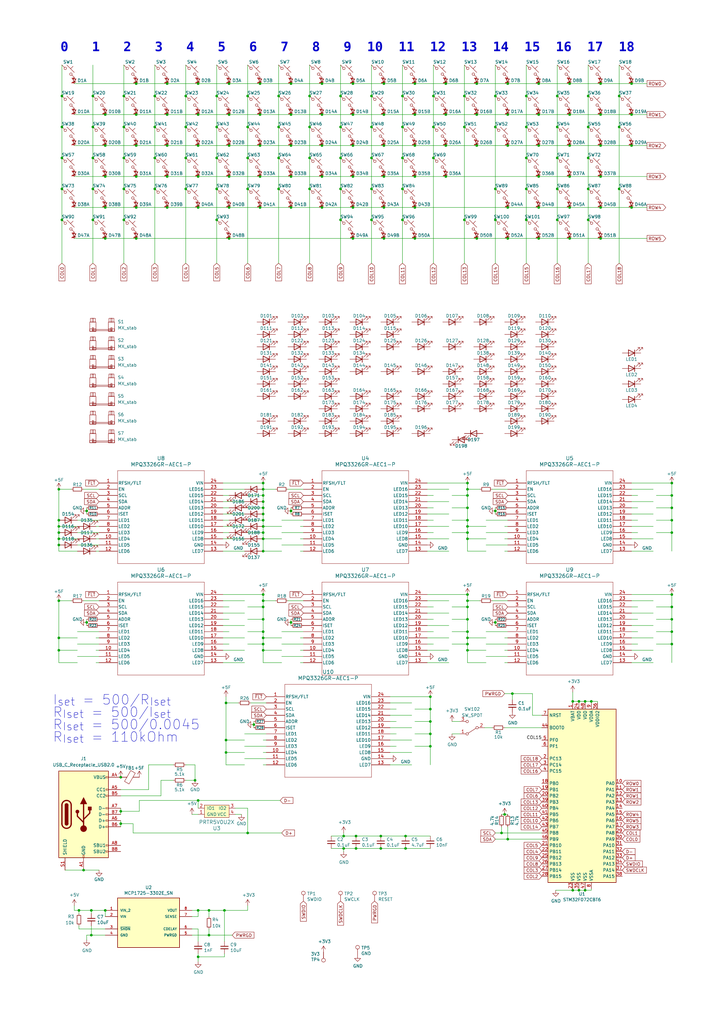
<source format=kicad_sch>
(kicad_sch (version 20230121) (generator eeschema)
  (paper "A3" portrait)
  (junction (at 107.95 208.28))
  (junction (at 24.13 261.62))
  (junction (at 203.2 255.27))
  (junction (at 195.58 34.29))
  (junction (at 68.58 72.39))
  (junction (at 203.2 90.17))
  (junction (at 107.95 243.84))
  (junction (at 215.9 64.77))
  (junction (at 25.4 52.07))
  (junction (at 191.77 213.36))
  (junction (at 233.68 46.99))
  (junction (at 107.95 246.38))
  (junction (at 176.53 295.91))
  (junction (at 182.88 72.39))
  (junction (at 38.1 90.17))
  (junction (at 241.3 90.17))
  (junction (at 220.98 85.09))
  (junction (at 275.59 208.28))
  (junction (at 92.075 373.38))
  (junction (at 24.13 266.7))
  (junction (at 144.78 85.09))
  (junction (at 208.28 59.69))
  (junction (at 254 52.07))
  (junction (at 107.95 259.08))
  (junction (at 43.18 373.38))
  (junction (at 195.58 97.79))
  (junction (at 220.98 59.69))
  (junction (at 119.38 209.55))
  (junction (at 107.95 254))
  (junction (at 157.48 72.39))
  (junction (at 228.6 90.17))
  (junction (at 92.71 288.29))
  (junction (at 190.5 90.17))
  (junction (at 233.68 34.29))
  (junction (at 177.8 64.77))
  (junction (at 81.28 59.69))
  (junction (at 139.7 90.17))
  (junction (at 176.53 285.75))
  (junction (at 165.1 90.17))
  (junction (at 49.53 337.82))
  (junction (at 165.1 64.77))
  (junction (at 25.4 64.77))
  (junction (at 233.68 97.79))
  (junction (at 144.78 46.99))
  (junction (at 107.95 218.44))
  (junction (at 205.74 341.63))
  (junction (at 170.18 72.39))
  (junction (at 76.2 52.07))
  (junction (at 146.05 347.98))
  (junction (at 246.38 59.69))
  (junction (at 76.2 77.47))
  (junction (at 152.4 77.47))
  (junction (at 170.18 46.99))
  (junction (at 81.28 392.43))
  (junction (at 107.95 264.16))
  (junction (at 208.28 34.29))
  (junction (at 88.9 64.77))
  (junction (at 144.78 59.69))
  (junction (at 246.38 72.39))
  (junction (at 233.68 72.39))
  (junction (at 43.18 72.39))
  (junction (at 146.05 342.9))
  (junction (at 165.1 52.07))
  (junction (at 34.29 356.87))
  (junction (at 101.6 77.47))
  (junction (at 68.58 59.69))
  (junction (at 35.56 209.55))
  (junction (at 55.88 97.79))
  (junction (at 132.08 34.29))
  (junction (at 43.18 85.09))
  (junction (at 88.9 77.47))
  (junction (at 49.53 318.77))
  (junction (at 24.13 213.36))
  (junction (at 152.4 90.17))
  (junction (at 81.28 34.29))
  (junction (at 191.77 200.66))
  (junction (at 132.08 85.09))
  (junction (at 50.8 39.37))
  (junction (at 63.5 77.47))
  (junction (at 107.95 220.98))
  (junction (at 24.13 200.66))
  (junction (at 259.08 46.99))
  (junction (at 191.77 264.16))
  (junction (at 50.8 64.77))
  (junction (at 210.185 284.48))
  (junction (at 93.98 85.09))
  (junction (at 88.9 90.17))
  (junction (at 241.3 64.77))
  (junction (at 24.13 223.52))
  (junction (at 165.1 77.47))
  (junction (at 50.8 77.47))
  (junction (at 208.28 97.79))
  (junction (at 104.14 297.18))
  (junction (at 50.8 52.07))
  (junction (at 24.13 218.44))
  (junction (at 246.38 34.29))
  (junction (at 43.18 46.99))
  (junction (at 246.38 46.99))
  (junction (at 144.78 34.29))
  (junction (at 240.03 287.655))
  (junction (at 139.7 64.77))
  (junction (at 157.48 59.69))
  (junction (at 241.3 52.07))
  (junction (at 140.97 347.98))
  (junction (at 127 52.07))
  (junction (at 240.03 365.125))
  (junction (at 119.38 72.39))
  (junction (at 24.13 246.38))
  (junction (at 191.77 266.7))
  (junction (at 55.88 59.69))
  (junction (at 254 39.37))
  (junction (at 152.4 52.07))
  (junction (at 106.68 85.09))
  (junction (at 176.53 306.07))
  (junction (at 237.49 365.125))
  (junction (at 191.77 243.84))
  (junction (at 246.38 97.79))
  (junction (at 191.77 261.62))
  (junction (at 157.48 46.99))
  (junction (at 132.08 72.39))
  (junction (at 24.13 215.9))
  (junction (at 24.13 220.98))
  (junction (at 208.28 344.17))
  (junction (at 43.18 59.69))
  (junction (at 119.38 46.99))
  (junction (at 35.56 255.27))
  (junction (at 176.53 290.83))
  (junction (at 208.28 46.99))
  (junction (at 106.68 34.29))
  (junction (at 119.38 34.29))
  (junction (at 170.18 85.09))
  (junction (at 101.6 52.07))
  (junction (at 165.1 39.37))
  (junction (at 55.88 46.99))
  (junction (at 246.38 85.09))
  (junction (at 63.5 52.07))
  (junction (at 107.95 226.06))
  (junction (at 275.59 264.16))
  (junction (at 101.6 64.77))
  (junction (at 25.4 77.47))
  (junction (at 63.5 64.77))
  (junction (at 107.95 210.82))
  (junction (at 220.98 97.79))
  (junction (at 144.78 97.79))
  (junction (at 93.98 72.39))
  (junction (at 101.6 341.63))
  (junction (at 32.385 373.38))
  (junction (at 203.2 209.55))
  (junction (at 144.78 72.39))
  (junction (at 195.58 59.69))
  (junction (at 85.725 373.38))
  (junction (at 275.59 248.92))
  (junction (at 275.59 259.08))
  (junction (at 191.77 208.28))
  (junction (at 63.5 39.37))
  (junction (at 275.59 203.2))
  (junction (at 254 77.47))
  (junction (at 237.49 287.655))
  (junction (at 107.95 266.7))
  (junction (at 177.8 52.07))
  (junction (at 55.88 72.39))
  (junction (at 259.08 34.29))
  (junction (at 259.08 85.09))
  (junction (at 107.95 248.92))
  (junction (at 203.2 39.37))
  (junction (at 203.2 77.47))
  (junction (at 92.71 303.53))
  (junction (at 132.08 46.99))
  (junction (at 191.77 215.9))
  (junction (at 107.95 205.74))
  (junction (at 38.1 39.37))
  (junction (at 50.8 90.17))
  (junction (at 191.77 198.12))
  (junction (at 107.95 215.9))
  (junction (at 88.9 39.37))
  (junction (at 191.77 220.98))
  (junction (at 190.5 52.07))
  (junction (at 127 64.77))
  (junction (at 170.18 59.69))
  (junction (at 220.98 72.39))
  (junction (at 191.77 203.2))
  (junction (at 106.68 46.99))
  (junction (at 170.18 34.29))
  (junction (at 114.3 77.47))
  (junction (at 275.59 218.44))
  (junction (at 220.98 34.29))
  (junction (at 275.59 198.12))
  (junction (at 234.95 365.125))
  (junction (at 93.98 46.99))
  (junction (at 114.3 64.77))
  (junction (at 107.95 213.36))
  (junction (at 106.68 72.39))
  (junction (at 152.4 39.37))
  (junction (at 55.88 34.29))
  (junction (at 119.38 85.09))
  (junction (at 157.48 34.29))
  (junction (at 119.38 59.69))
  (junction (at 241.3 39.37))
  (junction (at 68.58 34.29))
  (junction (at 156.21 347.98))
  (junction (at 139.7 77.47))
  (junction (at 233.68 85.09))
  (junction (at 228.6 52.07))
  (junction (at 241.3 77.47))
  (junction (at 76.2 39.37))
  (junction (at 68.58 46.99))
  (junction (at 259.08 59.69))
  (junction (at 242.57 287.655))
  (junction (at 182.88 59.69))
  (junction (at 190.5 39.37))
  (junction (at 25.4 39.37))
  (junction (at 107.95 200.66))
  (junction (at 93.98 59.69))
  (junction (at 191.77 248.92))
  (junction (at 88.9 52.07))
  (junction (at 38.1 77.47))
  (junction (at 37.465 383.54))
  (junction (at 203.2 52.07))
  (junction (at 177.8 39.37))
  (junction (at 191.77 254))
  (junction (at 38.1 64.77))
  (junction (at 127 77.47))
  (junction (at 107.95 198.12))
  (junction (at 191.77 246.38))
  (junction (at 215.9 90.17))
  (junction (at 106.68 59.69))
  (junction (at 157.48 85.09))
  (junction (at 156.21 342.9))
  (junction (at 215.9 52.07))
  (junction (at 93.98 34.29))
  (junction (at 81.28 373.38))
  (junction (at 166.37 347.98))
  (junction (at 119.38 255.27))
  (junction (at 80.01 320.04))
  (junction (at 37.465 373.38))
  (junction (at 220.98 46.99))
  (junction (at 191.77 218.44))
  (junction (at 101.6 39.37))
  (junction (at 275.59 254))
  (junction (at 166.37 342.9))
  (junction (at 68.58 85.09))
  (junction (at 55.88 85.09))
  (junction (at 43.18 97.79))
  (junction (at 157.48 97.79))
  (junction (at 207.01 334.01))
  (junction (at 215.9 39.37))
  (junction (at 191.77 259.08))
  (junction (at 170.18 97.79))
  (junction (at 25.4 90.17))
  (junction (at 76.2 64.77))
  (junction (at 132.08 59.69))
  (junction (at 81.28 85.09))
  (junction (at 107.95 261.62))
  (junction (at 176.53 300.99))
  (junction (at 92.71 308.61))
  (junction (at 85.725 383.54))
  (junction (at 233.68 59.69))
  (junction (at 49.53 332.74))
  (junction (at 275.59 213.36))
  (junction (at 182.88 34.29))
  (junction (at 228.6 39.37))
  (junction (at 127 39.37))
  (junction (at 228.6 64.77))
  (junction (at 107.95 203.2))
  (junction (at 114.3 52.07))
  (junction (at 81.28 72.39))
  (junction (at 182.88 46.99))
  (junction (at 208.28 85.09))
  (junction (at 228.6 77.47))
  (junction (at 140.97 342.9))
  (junction (at 215.9 77.47))
  (junction (at 195.58 46.99))
  (junction (at 275.59 243.84))
  (junction (at 234.95 287.655))
  (junction (at 139.7 39.37))
  (junction (at 38.1 52.07))
  (junction (at 152.4 64.77))
  (junction (at 81.28 328.295))
  (junction (at 114.3 39.37))
  (junction (at 81.28 46.99))
  (junction (at 139.7 52.07))
  (junction (at 93.98 97.79))
  (wire (pts (xy 240.03 288.29) (xy 240.03 287.655)))
  (wire (pts (xy 88.9 77.47) (xy 88.9 90.17)))
  (wire (pts (xy 100.33 311.15) (xy 109.22 311.15)))
  (wire (pts (xy 43.18 97.79) (xy 55.88 97.79)))
  (wire (pts (xy 259.08 208.28) (xy 261.62 208.28)))
  (wire (pts (xy 30.48 373.38) (xy 32.385 373.38)))
  (wire (pts (xy 195.58 46.99) (xy 208.28 46.99)))
  (wire (pts (xy 92.075 391.16) (xy 92.075 392.43)))
  (wire (pts (xy 107.95 248.92) (xy 107.95 254)))
  (wire (pts (xy 101.6 39.37) (xy 101.6 52.07)))
  (wire (pts (xy 175.26 213.36) (xy 177.8 213.36)))
  (wire (pts (xy 246.38 85.09) (xy 259.08 85.09)))
  (wire (pts (xy 31.75 218.44) (xy 40.64 218.44)))
  (wire (pts (xy 32.385 381) (xy 32.385 379.73)))
  (wire (pts (xy 114.3 52.07) (xy 114.3 64.77)))
  (wire (pts (xy 175.26 246.38) (xy 184.15 246.38)))
  (wire (pts (xy 81.28 72.39) (xy 93.98 72.39)))
  (wire (pts (xy 191.77 264.16) (xy 191.77 266.7)))
  (wire (pts (xy 269.24 264.16) (xy 275.59 264.16)))
  (wire (pts (xy 220.98 72.39) (xy 233.68 72.39)))
  (wire (pts (xy 115.57 259.08) (xy 124.46 259.08)))
  (wire (pts (xy 237.49 287.655) (xy 240.03 287.655)))
  (wire (pts (xy 107.95 213.36) (xy 107.95 215.9)))
  (wire (pts (xy 175.26 208.28) (xy 177.8 208.28)))
  (wire (pts (xy 30.48 72.39) (xy 43.18 72.39)))
  (wire (pts (xy 207.01 220.98) (xy 208.28 220.98)))
  (wire (pts (xy 195.58 97.79) (xy 208.28 97.79)))
  (wire (pts (xy 35.56 208.28) (xy 35.56 209.55)))
  (wire (pts (xy 275.59 259.08) (xy 275.59 264.16)))
  (wire (pts (xy 92.075 373.38) (xy 92.075 386.08)))
  (wire (pts (xy 191.77 261.62) (xy 191.77 264.16)))
  (wire (pts (xy 259.08 59.69) (xy 265.43 59.69)))
  (wire (pts (xy 93.98 97.79) (xy 144.78 97.79)))
  (wire (pts (xy 175.26 198.12) (xy 191.77 198.12)))
  (wire (pts (xy 242.57 365.125) (xy 240.03 365.125)))
  (wire (pts (xy 152.4 64.77) (xy 152.4 77.47)))
  (wire (pts (xy 191.77 220.98) (xy 191.77 226.06)))
  (wire (pts (xy 127 52.07) (xy 127 64.77)))
  (wire (pts (xy 55.88 59.69) (xy 68.58 59.69)))
  (wire (pts (xy 30.48 46.99) (xy 43.18 46.99)))
  (wire (pts (xy 106.68 34.29) (xy 119.38 34.29)))
  (wire (pts (xy 175.26 251.46) (xy 184.15 251.46)))
  (wire (pts (xy 205.74 339.09) (xy 205.74 341.63)))
  (wire (pts (xy 32.385 373.38) (xy 37.465 373.38)))
  (wire (pts (xy 157.48 72.39) (xy 170.18 72.39)))
  (wire (pts (xy 259.08 198.12) (xy 275.59 198.12)))
  (wire (pts (xy 115.57 269.24) (xy 124.46 269.24)))
  (wire (pts (xy 191.77 200.66) (xy 196.85 200.66)))
  (wire (pts (xy 114.3 39.37) (xy 114.3 52.07)))
  (wire (pts (xy 199.39 213.36) (xy 208.28 213.36)))
  (wire (pts (xy 259.08 218.44) (xy 261.62 218.44)))
  (wire (pts (xy 76.2 313.69) (xy 80.01 313.69)))
  (wire (pts (xy 259.08 261.62) (xy 267.97 261.62)))
  (wire (pts (xy 246.38 34.29) (xy 259.08 34.29)))
  (wire (pts (xy 85.725 373.38) (xy 92.075 373.38)))
  (wire (pts (xy 88.9 52.07) (xy 88.9 64.77)))
  (wire (pts (xy 123.19 266.7) (xy 124.46 266.7)))
  (wire (pts (xy 107.95 203.2) (xy 107.95 205.74)))
  (wire (pts (xy 68.58 85.09) (xy 81.28 85.09)))
  (wire (pts (xy 175.26 254) (xy 177.8 254)))
  (wire (pts (xy 78.74 383.54) (xy 85.725 383.54)))
  (wire (pts (xy 182.88 34.29) (xy 195.58 34.29)))
  (wire (pts (xy 170.18 46.99) (xy 182.88 46.99)))
  (wire (pts (xy 100.33 313.69) (xy 92.71 313.69)))
  (wire (pts (xy 35.56 383.54) (xy 37.465 383.54)))
  (wire (pts (xy 237.49 364.49) (xy 237.49 365.125)))
  (wire (pts (xy 207.01 266.7) (xy 208.28 266.7)))
  (wire (pts (xy 259.08 213.36) (xy 261.62 213.36)))
  (wire (pts (xy 191.77 215.9) (xy 191.77 218.44)))
  (wire (pts (xy 152.4 39.37) (xy 152.4 52.07)))
  (wire (pts (xy 203.2 39.37) (xy 203.2 52.07)))
  (wire (pts (xy 63.5 39.37) (xy 63.5 52.07)))
  (wire (pts (xy 92.71 308.61) (xy 100.33 308.61)))
  (wire (pts (xy 31.75 223.52) (xy 40.64 223.52)))
  (wire (pts (xy 101.6 52.07) (xy 101.6 64.77)))
  (wire (pts (xy 38.1 64.77) (xy 38.1 77.47)))
  (wire (pts (xy 85.725 375.92) (xy 85.725 373.38)))
  (wire (pts (xy 175.26 205.74) (xy 184.15 205.74)))
  (wire (pts (xy 160.02 300.99) (xy 162.56 300.99)))
  (wire (pts (xy 241.3 77.47) (xy 241.3 90.17)))
  (wire (pts (xy 157.48 85.09) (xy 170.18 85.09)))
  (wire (pts (xy 199.39 259.08) (xy 208.28 259.08)))
  (wire (pts (xy 259.08 220.98) (xy 267.97 220.98)))
  (wire (pts (xy 241.3 52.07) (xy 241.3 64.77)))
  (wire (pts (xy 207.01 284.48) (xy 210.185 284.48)))
  (wire (pts (xy 259.08 256.54) (xy 267.97 256.54)))
  (wire (pts (xy 269.24 254) (xy 275.59 254)))
  (wire (pts (xy 175.26 218.44) (xy 177.8 218.44)))
  (wire (pts (xy 182.88 46.99) (xy 195.58 46.99)))
  (wire (pts (xy 32.385 381) (xy 43.18 381)))
  (wire (pts (xy 107.95 218.44) (xy 107.95 220.98)))
  (wire (pts (xy 106.68 85.09) (xy 119.38 85.09)))
  (wire (pts (xy 185.42 259.08) (xy 191.77 259.08)))
  (wire (pts (xy 119.38 208.28) (xy 119.38 209.55)))
  (wire (pts (xy 91.44 215.9) (xy 100.33 215.9)))
  (wire (pts (xy 175.26 248.92) (xy 177.8 248.92)))
  (wire (pts (xy 275.59 243.84) (xy 275.59 248.92)))
  (wire (pts (xy 190.5 39.37) (xy 190.5 52.07)))
  (wire (pts (xy 246.38 97.79) (xy 265.43 97.79)))
  (wire (pts (xy 259.08 254) (xy 261.62 254)))
  (wire (pts (xy 203.2 341.63) (xy 205.74 341.63)))
  (wire (pts (xy 203.2 26.67) (xy 203.2 39.37)))
  (wire (pts (xy 203.2 254) (xy 203.2 255.27)))
  (wire (pts (xy 191.77 259.08) (xy 191.77 261.62)))
  (wire (pts (xy 210.185 284.48) (xy 218.44 284.48)))
  (wire (pts (xy 254 52.07) (xy 254 77.47)))
  (wire (pts (xy 123.19 215.9) (xy 124.46 215.9)))
  (wire (pts (xy 106.68 72.39) (xy 119.38 72.39)))
  (wire (pts (xy 160.02 295.91) (xy 162.56 295.91)))
  (wire (pts (xy 119.38 209.55) (xy 119.38 210.82)))
  (wire (pts (xy 275.59 198.12) (xy 275.59 203.2)))
  (wire (pts (xy 240.03 364.49) (xy 240.03 365.125)))
  (wire (pts (xy 101.6 264.16) (xy 107.95 264.16)))
  (wire (pts (xy 85.725 383.54) (xy 95.25 383.54)))
  (wire (pts (xy 205.74 341.63) (xy 222.25 341.63)))
  (wire (pts (xy 259.08 210.82) (xy 267.97 210.82)))
  (wire (pts (xy 259.08 251.46) (xy 267.97 251.46)))
  (wire (pts (xy 228.6 90.17) (xy 228.6 107.95)))
  (wire (pts (xy 35.56 385.445) (xy 35.56 383.54)))
  (wire (pts (xy 115.57 226.06) (xy 107.95 226.06)))
  (wire (pts (xy 144.78 59.69) (xy 157.48 59.69)))
  (wire (pts (xy 107.95 220.98) (xy 115.57 220.98)))
  (wire (pts (xy 157.48 46.99) (xy 170.18 46.99)))
  (wire (pts (xy 88.9 39.37) (xy 88.9 52.07)))
  (wire (pts (xy 123.19 271.78) (xy 124.46 271.78)))
  (wire (pts (xy 269.24 218.44) (xy 275.59 218.44)))
  (wire (pts (xy 185.42 295.91) (xy 188.595 295.91)))
  (wire (pts (xy 199.39 269.24) (xy 208.28 269.24)))
  (wire (pts (xy 91.44 226.06) (xy 100.33 226.06)))
  (wire (pts (xy 55.88 46.99) (xy 68.58 46.99)))
  (wire (pts (xy 166.37 342.9) (xy 176.53 342.9)))
  (wire (pts (xy 85.725 381) (xy 85.725 383.54)))
  (wire (pts (xy 76.2 64.77) (xy 76.2 77.47)))
  (wire (pts (xy 207.01 226.06) (xy 208.28 226.06)))
  (wire (pts (xy 76.2 77.47) (xy 76.2 107.95)))
  (wire (pts (xy 259.08 226.06) (xy 267.97 226.06)))
  (wire (pts (xy 203.2 52.07) (xy 203.2 77.47)))
  (wire (pts (xy 157.48 59.69) (xy 170.18 59.69)))
  (wire (pts (xy 24.13 246.38) (xy 29.21 246.38)))
  (wire (pts (xy 191.77 254) (xy 191.77 259.08)))
  (wire (pts (xy 101.6 254) (xy 107.95 254)))
  (wire (pts (xy 227.965 365.125) (xy 234.95 365.125)))
  (wire (pts (xy 175.26 271.78) (xy 184.15 271.78)))
  (wire (pts (xy 185.42 264.16) (xy 191.77 264.16)))
  (wire (pts (xy 139.7 39.37) (xy 139.7 52.07)))
  (wire (pts (xy 119.38 34.29) (xy 132.08 34.29)))
  (wire (pts (xy 160.02 306.07) (xy 162.56 306.07)))
  (wire (pts (xy 92.71 288.29) (xy 97.79 288.29)))
  (wire (pts (xy 191.77 200.66) (xy 191.77 203.2)))
  (wire (pts (xy 118.11 246.38) (xy 124.46 246.38)))
  (wire (pts (xy 195.58 34.29) (xy 208.28 34.29)))
  (wire (pts (xy 107.95 218.44) (xy 107.95 215.9)))
  (wire (pts (xy 275.59 254) (xy 275.59 259.08)))
  (wire (pts (xy 205.74 334.01) (xy 207.01 334.01)))
  (wire (pts (xy 38.1 39.37) (xy 38.1 52.07)))
  (wire (pts (xy 228.6 52.07) (xy 228.6 64.77)))
  (wire (pts (xy 182.88 59.69) (xy 195.58 59.69)))
  (wire (pts (xy 220.98 46.99) (xy 233.68 46.99)))
  (wire (pts (xy 207.01 298.45) (xy 222.25 298.45)))
  (wire (pts (xy 207.01 261.62) (xy 208.28 261.62)))
  (wire (pts (xy 203.2 77.47) (xy 203.2 90.17)))
  (wire (pts (xy 215.9 52.07) (xy 215.9 64.77)))
  (wire (pts (xy 104.14 297.18) (xy 104.14 298.45)))
  (wire (pts (xy 50.8 52.07) (xy 50.8 64.77)))
  (wire (pts (xy 275.59 208.28) (xy 275.59 213.36)))
  (wire (pts (xy 208.28 344.17) (xy 222.25 344.17)))
  (wire (pts (xy 93.98 72.39) (xy 106.68 72.39)))
  (wire (pts (xy 203.2 208.28) (xy 203.2 209.55)))
  (wire (pts (xy 185.42 218.44) (xy 191.77 218.44)))
  (wire (pts (xy 259.08 248.92) (xy 261.62 248.92)))
  (wire (pts (xy 177.8 52.07) (xy 177.8 64.77)))
  (wire (pts (xy 107.95 246.38) (xy 113.03 246.38)))
  (wire (pts (xy 185.42 213.36) (xy 191.77 213.36)))
  (wire (pts (xy 63.5 26.67) (xy 63.5 39.37)))
  (wire (pts (xy 234.95 283.845) (xy 234.95 287.655)))
  (wire (pts (xy 175.26 215.9) (xy 184.15 215.9)))
  (wire (pts (xy 191.77 246.38) (xy 191.77 248.92)))
  (wire (pts (xy 34.29 356.87) (xy 40.64 356.87)))
  (wire (pts (xy 234.95 287.655) (xy 237.49 287.655)))
  (wire (pts (xy 115.57 213.36) (xy 124.46 213.36)))
  (wire (pts (xy 81.28 34.29) (xy 93.98 34.29)))
  (wire (pts (xy 246.38 46.99) (xy 259.08 46.99)))
  (wire (pts (xy 30.48 371.475) (xy 30.48 373.38)))
  (wire (pts (xy 107.95 200.66) (xy 113.03 200.66)))
  (wire (pts (xy 91.44 208.28) (xy 93.98 208.28)))
  (wire (pts (xy 201.93 246.38) (xy 208.28 246.38)))
  (wire (pts (xy 191.77 266.7) (xy 191.77 271.78)))
  (wire (pts (xy 269.24 208.28) (xy 275.59 208.28)))
  (wire (pts (xy 269.24 213.36) (xy 275.59 213.36)))
  (wire (pts (xy 50.8 64.77) (xy 50.8 77.47)))
  (wire (pts (xy 135.89 347.98) (xy 140.97 347.98)))
  (wire (pts (xy 63.5 64.77) (xy 63.5 77.47)))
  (wire (pts (xy 275.59 203.2) (xy 275.59 208.28)))
  (wire (pts (xy 30.48 85.09) (xy 43.18 85.09)))
  (wire (pts (xy 175.26 256.54) (xy 184.15 256.54)))
  (wire (pts (xy 170.18 290.83) (xy 176.53 290.83)))
  (wire (pts (xy 177.8 39.37) (xy 177.8 52.07)))
  (wire (pts (xy 119.38 255.27) (xy 119.38 256.54)))
  (wire (pts (xy 25.4 77.47) (xy 25.4 90.17)))
  (wire (pts (xy 43.18 85.09) (xy 55.88 85.09)))
  (wire (pts (xy 107.95 213.36) (xy 107.95 210.82)))
  (wire (pts (xy 107.95 208.28) (xy 107.95 210.82)))
  (wire (pts (xy 139.7 52.07) (xy 139.7 64.77)))
  (wire (pts (xy 191.77 213.36) (xy 191.77 215.9)))
  (wire (pts (xy 191.77 243.84) (xy 191.77 246.38)))
  (wire (pts (xy 165.1 26.67) (xy 165.1 39.37)))
  (wire (pts (xy 93.98 85.09) (xy 106.68 85.09)))
  (wire (pts (xy 246.38 72.39) (xy 265.43 72.39)))
  (wire (pts (xy 101.6 341.63) (xy 115.57 341.63)))
  (wire (pts (xy 118.11 200.66) (xy 124.46 200.66)))
  (wire (pts (xy 152.4 26.67) (xy 152.4 39.37)))
  (wire (pts (xy 49.53 337.82) (xy 54.61 337.82)))
  (wire (pts (xy 39.37 271.78) (xy 40.64 271.78)))
  (wire (pts (xy 38.1 52.07) (xy 38.1 64.77)))
  (wire (pts (xy 241.3 90.17) (xy 241.3 107.95)))
  (wire (pts (xy 107.95 264.16) (xy 107.95 261.62)))
  (wire (pts (xy 91.44 200.66) (xy 100.33 200.66)))
  (wire (pts (xy 203.2 344.17) (xy 208.28 344.17)))
  (wire (pts (xy 25.4 64.77) (xy 25.4 77.47)))
  (wire (pts (xy 24.13 223.52) (xy 24.13 226.06)))
  (wire (pts (xy 88.9 90.17) (xy 88.9 107.95)))
  (wire (pts (xy 92.71 285.75) (xy 92.71 288.29)))
  (wire (pts (xy 199.39 226.06) (xy 191.77 226.06)))
  (wire (pts (xy 176.53 300.99) (xy 176.53 306.07)))
  (wire (pts (xy 160.02 298.45) (xy 168.91 298.45)))
  (wire (pts (xy 215.9 39.37) (xy 215.9 52.07)))
  (wire (pts (xy 259.08 203.2) (xy 261.62 203.2)))
  (wire (pts (xy 170.18 72.39) (xy 182.88 72.39)))
  (wire (pts (xy 25.4 26.67) (xy 25.4 39.37)))
  (wire (pts (xy 259.08 215.9) (xy 267.97 215.9)))
  (wire (pts (xy 254 26.67) (xy 254 39.37)))
  (wire (pts (xy 241.3 39.37) (xy 241.3 52.07)))
  (wire (pts (xy 123.19 220.98) (xy 124.46 220.98)))
  (wire (pts (xy 123.19 261.62) (xy 124.46 261.62)))
  (wire (pts (xy 107.95 205.74) (xy 107.95 208.28)))
  (wire (pts (xy 76.2 52.07) (xy 76.2 64.77)))
  (wire (pts (xy 93.98 59.69) (xy 106.68 59.69)))
  (wire (pts (xy 24.13 215.9) (xy 24.13 218.44)))
  (wire (pts (xy 81.28 391.16) (xy 81.28 392.43)))
  (wire (pts (xy 123.19 226.06) (xy 124.46 226.06)))
  (wire (pts (xy 132.08 46.99) (xy 144.78 46.99)))
  (wire (pts (xy 185.42 254) (xy 191.77 254)))
  (wire (pts (xy 107.95 264.16) (xy 107.95 266.7)))
  (wire (pts (xy 170.18 295.91) (xy 176.53 295.91)))
  (wire (pts (xy 34.29 246.38) (xy 40.64 246.38)))
  (wire (pts (xy 139.7 26.67) (xy 139.7 39.37)))
  (wire (pts (xy 275.59 248.92) (xy 275.59 254)))
  (wire (pts (xy 175.26 203.2) (xy 177.8 203.2)))
  (wire (pts (xy 215.9 26.67) (xy 215.9 39.37)))
  (wire (pts (xy 76.2 26.67) (xy 76.2 39.37)))
  (wire (pts (xy 241.3 64.77) (xy 241.3 77.47)))
  (wire (pts (xy 139.7 77.47) (xy 139.7 90.17)))
  (wire (pts (xy 119.38 85.09) (xy 132.08 85.09)))
  (wire (pts (xy 220.98 59.69) (xy 233.68 59.69)))
  (wire (pts (xy 107.95 246.38) (xy 107.95 243.84)))
  (wire (pts (xy 39.37 266.7) (xy 40.64 266.7)))
  (wire (pts (xy 81.28 392.43) (xy 81.28 394.335)))
  (wire (pts (xy 140.97 347.98) (xy 146.05 347.98)))
  (wire (pts (xy 199.39 271.78) (xy 191.77 271.78)))
  (wire (pts (xy 156.21 347.98) (xy 166.37 347.98)))
  (wire (pts (xy 127 26.67) (xy 127 39.37)))
  (wire (pts (xy 68.58 34.29) (xy 81.28 34.29)))
  (wire (pts (xy 25.4 90.17) (xy 25.4 107.95)))
  (wire (pts (xy 91.44 198.12) (xy 107.95 198.12)))
  (wire (pts (xy 191.77 220.98) (xy 199.39 220.98)))
  (wire (pts (xy 91.44 203.2) (xy 93.98 203.2)))
  (wire (pts (xy 275.59 264.16) (xy 275.59 271.78)))
  (wire (pts (xy 139.7 64.77) (xy 139.7 77.47)))
  (wire (pts (xy 259.08 266.7) (xy 267.97 266.7)))
  (wire (pts (xy 185.42 208.28) (xy 191.77 208.28)))
  (wire (pts (xy 157.48 34.29) (xy 170.18 34.29)))
  (wire (pts (xy 104.14 295.91) (xy 104.14 297.18)))
  (wire (pts (xy 152.4 90.17) (xy 152.4 107.95)))
  (wire (pts (xy 234.95 287.655) (xy 234.95 288.29)))
  (wire (pts (xy 207.01 215.9) (xy 208.28 215.9)))
  (wire (pts (xy 152.4 52.07) (xy 152.4 64.77)))
  (wire (pts (xy 242.57 364.49) (xy 242.57 365.125)))
  (wire (pts (xy 160.02 313.69) (xy 168.91 313.69)))
  (wire (pts (xy 185.42 300.99) (xy 188.595 300.99)))
  (wire (pts (xy 101.6 248.92) (xy 107.95 248.92)))
  (wire (pts (xy 100.33 306.07) (xy 109.22 306.07)))
  (wire (pts (xy 100.33 300.99) (xy 109.22 300.99)))
  (wire (pts (xy 259.08 85.09) (xy 265.43 85.09)))
  (wire (pts (xy 55.88 97.79) (xy 93.98 97.79)))
  (wire (pts (xy 185.42 248.92) (xy 191.77 248.92)))
  (wire (pts (xy 140.97 349.25) (xy 140.97 347.98)))
  (wire (pts (xy 91.44 261.62) (xy 100.33 261.62)))
  (wire (pts (xy 144.78 72.39) (xy 157.48 72.39)))
  (wire (pts (xy 203.2 90.17) (xy 203.2 107.95)))
  (wire (pts (xy 119.38 72.39) (xy 132.08 72.39)))
  (wire (pts (xy 81.28 373.38) (xy 85.725 373.38)))
  (wire (pts (xy 208.28 46.99) (xy 220.98 46.99)))
  (wire (pts (xy 234.95 364.49) (xy 234.95 365.125)))
  (wire (pts (xy 92.71 303.53) (xy 100.33 303.53)))
  (wire (pts (xy 107.95 259.08) (xy 107.95 261.62)))
  (wire (pts (xy 24.13 266.7) (xy 31.75 266.7)))
  (wire (pts (xy 165.1 90.17) (xy 165.1 107.95)))
  (wire (pts (xy 228.6 39.37) (xy 228.6 52.07)))
  (wire (pts (xy 43.18 46.99) (xy 55.88 46.99)))
  (wire (pts (xy 38.1 26.67) (xy 38.1 39.37)))
  (wire (pts (xy 91.44 251.46) (xy 100.33 251.46)))
  (wire (pts (xy 132.08 34.29) (xy 144.78 34.29)))
  (wire (pts (xy 199.39 223.52) (xy 208.28 223.52)))
  (wire (pts (xy 160.02 290.83) (xy 162.56 290.83)))
  (wire (pts (xy 107.95 266.7) (xy 107.95 271.78)))
  (wire (pts (xy 91.44 210.82) (xy 100.33 210.82)))
  (wire (pts (xy 115.57 218.44) (xy 124.46 218.44)))
  (wire (pts (xy 49.53 332.74) (xy 57.15 332.74)))
  (wire (pts (xy 237.49 288.29) (xy 237.49 287.655)))
  (wire (pts (xy 203.2 255.27) (xy 203.2 256.54)))
  (wire (pts (xy 175.26 200.66) (xy 184.15 200.66)))
  (wire (pts (xy 152.4 77.47) (xy 152.4 90.17)))
  (wire (pts (xy 144.78 85.09) (xy 157.48 85.09)))
  (wire (pts (xy 215.9 90.17) (xy 215.9 107.95)))
  (wire (pts (xy 201.93 200.66) (xy 208.28 200.66)))
  (wire (pts (xy 30.48 59.69) (xy 43.18 59.69)))
  (wire (pts (xy 215.9 77.47) (xy 215.9 90.17)))
  (wire (pts (xy 107.95 200.66) (xy 107.95 203.2)))
  (wire (pts (xy 228.6 64.77) (xy 228.6 77.47)))
  (wire (pts (xy 127 39.37) (xy 127 52.07)))
  (wire (pts (xy 160.02 303.53) (xy 168.91 303.53)))
  (wire (pts (xy 269.24 248.92) (xy 275.59 248.92)))
  (wire (pts (xy 170.18 97.79) (xy 195.58 97.79)))
  (wire (pts (xy 191.77 246.38) (xy 196.85 246.38)))
  (wire (pts (xy 208.28 59.69) (xy 220.98 59.69)))
  (wire (pts (xy 191.77 215.9) (xy 199.39 215.9)))
  (wire (pts (xy 49.53 337.82) (xy 49.53 339.09)))
  (wire (pts (xy 245.11 287.655) (xy 245.11 288.29)))
  (wire (pts (xy 259.08 200.66) (xy 267.97 200.66)))
  (wire (pts (xy 259.08 46.99) (xy 265.43 46.99)))
  (wire (pts (xy 233.68 34.29) (xy 246.38 34.29)))
  (wire (pts (xy 93.98 34.29) (xy 106.68 34.29)))
  (wire (pts (xy 91.44 259.08) (xy 93.98 259.08)))
  (wire (pts (xy 140.97 341.63) (xy 140.97 342.9)))
  (wire (pts (xy 233.68 46.99) (xy 246.38 46.99)))
  (wire (pts (xy 115.57 264.16) (xy 124.46 264.16)))
  (wire (pts (xy 31.75 271.78) (xy 24.13 271.78)))
  (wire (pts (xy 175.26 264.16) (xy 177.8 264.16)))
  (wire (pts (xy 66.04 326.39) (xy 66.04 320.04)))
  (wire (pts (xy 191.77 203.2) (xy 191.77 208.28)))
  (wire (pts (xy 24.13 215.9) (xy 31.75 215.9)))
  (wire (pts (xy 259.08 246.38) (xy 267.97 246.38)))
  (wire (pts (xy 57.15 328.295) (xy 81.28 328.295)))
  (wire (pts (xy 91.44 246.38) (xy 100.33 246.38)))
  (wire (pts (xy 228.6 26.67) (xy 228.6 39.37)))
  (wire (pts (xy 91.44 220.98) (xy 100.33 220.98)))
  (wire (pts (xy 49.53 332.74) (xy 49.53 331.47)))
  (wire (pts (xy 199.39 218.44) (xy 208.28 218.44)))
  (wire (pts (xy 220.98 97.79) (xy 208.28 97.79)))
  (wire (pts (xy 191.77 261.62) (xy 199.39 261.62)))
  (wire (pts (xy 254 39.37) (xy 254 52.07)))
  (wire (pts (xy 54.61 341.63) (xy 101.6 341.63)))
  (wire (pts (xy 78.74 381) (xy 81.28 381)))
  (wire (pts (xy 91.44 218.44) (xy 93.98 218.44)))
  (wire (pts (xy 190.5 26.67) (xy 190.5 39.37)))
  (wire (pts (xy 54.61 341.63) (xy 54.61 337.82)))
  (wire (pts (xy 25.4 52.07) (xy 25.4 64.77)))
  (wire (pts (xy 160.02 308.61) (xy 168.91 308.61)))
  (wire (pts (xy 190.5 90.17) (xy 190.5 107.95)))
  (wire (pts (xy 233.68 72.39) (xy 246.38 72.39)))
  (wire (pts (xy 165.1 39.37) (xy 165.1 52.07)))
  (wire (pts (xy 60.96 323.85) (xy 49.53 323.85)))
  (wire (pts (xy 50.8 90.17) (xy 50.8 107.95)))
  (wire (pts (xy 92.71 303.53) (xy 92.71 308.61)))
  (wire (pts (xy 237.49 365.125) (xy 234.95 365.125)))
  (wire (pts (xy 233.68 97.79) (xy 246.38 97.79)))
  (wire (pts (xy 170.18 85.09) (xy 208.28 85.09)))
  (wire (pts (xy 127 77.47) (xy 127 107.95)))
  (wire (pts (xy 81.28 85.09) (xy 93.98 85.09)))
  (wire (pts (xy 96.52 334.01) (xy 99.06 334.01)))
  (wire (pts (xy 68.58 72.39) (xy 81.28 72.39)))
  (wire (pts (xy 81.28 381) (xy 81.28 386.08)))
  (wire (pts (xy 60.96 323.85) (xy 60.96 313.69)))
  (wire (pts (xy 68.58 46.99) (xy 81.28 46.99)))
  (wire (pts (xy 156.21 342.9) (xy 146.05 342.9)))
  (wire (pts (xy 199.39 264.16) (xy 208.28 264.16)))
  (wire (pts (xy 208.28 34.29) (xy 220.98 34.29)))
  (wire (pts (xy 132.08 59.69) (xy 144.78 59.69)))
  (wire (pts (xy 191.77 266.7) (xy 199.39 266.7)))
  (wire (pts (xy 24.13 220.98) (xy 31.75 220.98)))
  (wire (pts (xy 208.28 85.09) (xy 220.98 85.09)))
  (wire (pts (xy 37.465 383.54) (xy 37.465 379.73)))
  (wire (pts (xy 228.6 77.47) (xy 228.6 90.17)))
  (wire (pts (xy 115.57 271.78) (xy 107.95 271.78)))
  (wire (pts (xy 25.4 39.37) (xy 25.4 52.07)))
  (wire (pts (xy 170.18 300.99) (xy 176.53 300.99)))
  (wire (pts (xy 175.26 261.62) (xy 184.15 261.62)))
  (wire (pts (xy 241.3 26.67) (xy 241.3 39.37)))
  (wire (pts (xy 39.37 220.98) (xy 40.64 220.98)))
  (wire (pts (xy 63.5 77.47) (xy 63.5 107.95)))
  (wire (pts (xy 101.6 26.67) (xy 101.6 39.37)))
  (wire (pts (xy 175.26 243.84) (xy 191.77 243.84)))
  (wire (pts (xy 135.89 342.9) (xy 140.97 342.9)))
  (wire (pts (xy 175.26 259.08) (xy 177.8 259.08)))
  (wire (pts (xy 144.78 97.79) (xy 157.48 97.79)))
  (wire (pts (xy 107.95 220.98) (xy 107.95 226.06)))
  (wire (pts (xy 215.9 64.77) (xy 215.9 77.47)))
  (wire (pts (xy 39.37 226.06) (xy 40.64 226.06)))
  (wire (pts (xy 92.71 288.29) (xy 92.71 303.53)))
  (wire (pts (xy 102.87 288.29) (xy 109.22 288.29)))
  (wire (pts (xy 63.5 52.07) (xy 63.5 64.77)))
  (wire (pts (xy 176.53 295.91) (xy 176.53 300.99)))
  (wire (pts (xy 78.74 373.38) (xy 81.28 373.38)))
  (wire (pts (xy 170.18 306.07) (xy 176.53 306.07)))
  (wire (pts (xy 201.93 298.45) (xy 198.755 298.45)))
  (wire (pts (xy 275.59 218.44) (xy 275.59 226.06)))
  (wire (pts (xy 107.95 266.7) (xy 115.57 266.7)))
  (wire (pts (xy 176.53 290.83) (xy 176.53 295.91)))
  (wire (pts (xy 38.1 90.17) (xy 38.1 107.95)))
  (wire (pts (xy 259.08 205.74) (xy 267.97 205.74)))
  (wire (pts (xy 101.6 213.36) (xy 107.95 213.36)))
  (wire (pts (xy 60.96 313.69) (xy 71.12 313.69)))
  (wire (pts (xy 24.13 246.38) (xy 24.13 261.62)))
  (wire (pts (xy 156.21 342.9) (xy 166.37 342.9)))
  (wire (pts (xy 66.04 326.39) (xy 49.53 326.39)))
  (wire (pts (xy 91.44 256.54) (xy 100.33 256.54)))
  (wire (pts (xy 106.68 59.69) (xy 119.38 59.69)))
  (wire (pts (xy 50.8 77.47) (xy 50.8 90.17)))
  (wire (pts (xy 240.03 365.125) (xy 237.49 365.125)))
  (wire (pts (xy 80.01 313.69) (xy 80.01 320.04)))
  (wire (pts (xy 91.44 213.36) (xy 93.98 213.36)))
  (wire (pts (xy 115.57 223.52) (xy 124.46 223.52)))
  (wire (pts (xy 107.95 313.69) (xy 109.22 313.69)))
  (wire (pts (xy 144.78 46.99) (xy 157.48 46.99)))
  (wire (pts (xy 175.26 226.06) (xy 184.15 226.06)))
  (wire (pts (xy 24.13 200.66) (xy 29.21 200.66)))
  (wire (pts (xy 35.56 254) (xy 35.56 255.27)))
  (wire (pts (xy 175.26 266.7) (xy 184.15 266.7)))
  (wire (pts (xy 140.97 342.9) (xy 146.05 342.9)))
  (wire (pts (xy 220.98 85.09) (xy 233.68 85.09)))
  (wire (pts (xy 107.95 303.53) (xy 109.22 303.53)))
  (wire (pts (xy 160.02 288.29) (xy 168.91 288.29)))
  (wire (pts (xy 101.6 77.47) (xy 101.6 107.95)))
  (wire (pts (xy 101.6 208.28) (xy 107.95 208.28)))
  (wire (pts (xy 30.48 97.79) (xy 43.18 97.79)))
  (wire (pts (xy 92.71 308.61) (xy 92.71 313.69)))
  (wire (pts (xy 107.95 308.61) (xy 109.22 308.61)))
  (wire (pts (xy 91.44 271.78) (xy 100.33 271.78)))
  (wire (pts (xy 191.77 218.44) (xy 191.77 220.98)))
  (wire (pts (xy 76.2 39.37) (xy 76.2 52.07)))
  (wire (pts (xy 91.44 205.74) (xy 100.33 205.74)))
  (wire (pts (xy 144.78 34.29) (xy 157.48 34.29)))
  (wire (pts (xy 242.57 288.29) (xy 242.57 287.655)))
  (wire (pts (xy 24.13 200.66) (xy 24.13 213.36)))
  (wire (pts (xy 55.88 34.29) (xy 68.58 34.29)))
  (wire (pts (xy 191.77 248.92) (xy 191.77 254)))
  (wire (pts (xy 176.53 306.07) (xy 176.53 313.69)))
  (wire (pts (xy 35.56 209.55) (xy 35.56 210.82)))
  (wire (pts (xy 132.08 85.09) (xy 144.78 85.09)))
  (wire (pts (xy 259.08 34.29) (xy 265.43 34.29)))
  (wire (pts (xy 66.04 320.04) (xy 71.12 320.04)))
  (wire (pts (xy 165.1 64.77) (xy 165.1 77.47)))
  (wire (pts (xy 139.7 90.17) (xy 139.7 107.95)))
  (wire (pts (xy 119.38 59.69) (xy 132.08 59.69)))
  (wire (pts (xy 166.37 347.98) (xy 176.53 347.98)))
  (wire (pts (xy 191.77 208.28) (xy 191.77 213.36)))
  (wire (pts (xy 91.44 243.84) (xy 107.95 243.84)))
  (wire (pts (xy 49.53 332.74) (xy 49.53 334.01)))
  (wire (pts (xy 185.42 203.2) (xy 191.77 203.2)))
  (wire (pts (xy 119.38 46.99) (xy 132.08 46.99)))
  (wire (pts (xy 91.44 264.16) (xy 93.98 264.16)))
  (wire (pts (xy 31.75 213.36) (xy 40.64 213.36)))
  (wire (pts (xy 275.59 213.36) (xy 275.59 218.44)))
  (wire (pts (xy 191.77 198.12) (xy 191.77 200.66)))
  (wire (pts (xy 81.28 392.43) (xy 92.075 392.43)))
  (wire (pts (xy 246.38 59.69) (xy 259.08 59.69)))
  (wire (pts (xy 220.98 34.29) (xy 233.68 34.29)))
  (wire (pts (xy 160.02 293.37) (xy 168.91 293.37)))
  (wire (pts (xy 49.53 337.82) (xy 49.53 336.55)))
  (wire (pts (xy 175.26 220.98) (xy 184.15 220.98)))
  (wire (pts (xy 39.37 261.62) (xy 40.64 261.62)))
  (wire (pts (xy 195.58 59.69) (xy 208.28 59.69)))
  (wire (pts (xy 160.02 285.75) (xy 176.53 285.75)))
  (wire (pts (xy 37.465 383.54) (xy 43.18 383.54)))
  (wire (pts (xy 240.03 287.655) (xy 242.57 287.655)))
  (wire (pts (xy 132.08 72.39) (xy 144.78 72.39)))
  (wire (pts (xy 259.08 271.78) (xy 267.97 271.78)))
  (wire (pts (xy 165.1 52.07) (xy 165.1 64.77)))
  (wire (pts (xy 165.1 77.47) (xy 165.1 90.17)))
  (wire (pts (xy 242.57 287.655) (xy 245.11 287.655)))
  (wire (pts (xy 269.24 203.2) (xy 275.59 203.2)))
  (wire (pts (xy 81.28 375.92) (xy 78.74 375.92)))
  (wire (pts (xy 91.44 248.92) (xy 93.98 248.92)))
  (wire (pts (xy 39.37 215.9) (xy 40.64 215.9)))
  (wire (pts (xy 81.28 46.99) (xy 93.98 46.99)))
  (wire (pts (xy 30.48 34.29) (xy 55.88 34.29)))
  (wire (pts (xy 146.05 347.98) (xy 156.21 347.98)))
  (wire (pts (xy 218.44 293.37) (xy 218.44 284.48)))
  (wire (pts (xy 24.13 218.44) (xy 24.13 220.98)))
  (wire (pts (xy 35.56 255.27) (xy 35.56 256.54)))
  (wire (pts (xy 107.95 246.38) (xy 107.95 248.92)))
  (wire (pts (xy 157.48 97.79) (xy 170.18 97.79)))
  (wire (pts (xy 81.28 328.295) (xy 114.935 328.295)))
  (wire (pts (xy 220.98 97.79) (xy 233.68 97.79)))
  (wire (pts (xy 101.6 331.47) (xy 101.6 341.63)))
  (wire (pts (xy 107.95 200.66) (xy 107.95 198.12)))
  (wire (pts (xy 91.44 254) (xy 93.98 254)))
  (wire (pts (xy 31.75 264.16) (xy 40.64 264.16)))
  (wire (pts (xy 81.28 328.295) (xy 81.28 331.47)))
  (wire (pts (xy 207.01 271.78) (xy 208.28 271.78)))
  (wire (pts (xy 269.24 259.08) (xy 275.59 259.08)))
  (wire (pts (xy 80.01 320.04) (xy 76.2 320.04)))
  (wire (pts (xy 107.95 254) (xy 107.95 259.08)))
  (wire (pts (xy 207.01 334.01) (xy 208.28 334.01)))
  (wire (pts (xy 170.18 59.69) (xy 182.88 59.69)))
  (wire (pts (xy 24.13 266.7) (xy 24.13 271.78)))
  (wire (pts (xy 233.68 59.69) (xy 246.38 59.69)))
  (wire (pts (xy 81.28 375.92) (xy 81.28 373.38)))
  (wire (pts (xy 177.8 26.67) (xy 177.8 39.37)))
  (wire (pts (xy 50.8 26.67) (xy 50.8 39.37)))
  (wire (pts (xy 43.18 72.39) (xy 55.88 72.39)))
  (wire (pts (xy 93.98 46.99) (xy 106.68 46.99)))
  (wire (pts (xy 68.58 59.69) (xy 81.28 59.69)))
  (wire (pts (xy 38.1 77.47) (xy 38.1 90.17)))
  (wire (pts (xy 43.18 59.69) (xy 55.88 59.69)))
  (wire (pts (xy 32.385 374.65) (xy 32.385 373.38)))
  (wire (pts (xy 175.26 210.82) (xy 184.15 210.82)))
  (wire (pts (xy 259.08 264.16) (xy 261.62 264.16)))
  (wire (pts (xy 24.13 261.62) (xy 24.13 266.7)))
  (wire (pts (xy 91.44 266.7) (xy 100.33 266.7)))
  (wire (pts (xy 259.08 243.84) (xy 275.59 243.84)))
  (wire (pts (xy 106.68 46.99) (xy 119.38 46.99)))
  (wire (pts (xy 37.465 374.65) (xy 37.465 373.38)))
  (wire (pts (xy 177.8 64.77) (xy 177.8 107.95)))
  (wire (pts (xy 55.88 72.39) (xy 68.58 72.39)))
  (wire (pts (xy 24.13 220.98) (xy 24.13 223.52)))
  (wire (pts (xy 88.9 26.67) (xy 88.9 39.37)))
  (wire (pts (xy 26.67 356.87) (xy 34.29 356.87)))
  (wire (pts (xy 176.53 285.75) (xy 176.53 290.83)))
  (wire (pts (xy 107.95 215.9) (xy 115.57 215.9)))
  (wire (pts (xy 31.75 259.08) (xy 40.64 259.08)))
  (wire (pts (xy 24.13 261.62) (xy 31.75 261.62)))
  (wire (pts (xy 96.52 331.47) (xy 101.6 331.47)))
  (wire (pts (xy 182.88 72.39) (xy 220.98 72.39)))
  (wire (pts (xy 55.88 85.09) (xy 68.58 85.09)))
  (wire (pts (xy 254 77.47) (xy 254 107.95)))
  (wire (pts (xy 78.74 334.01) (xy 81.28 334.01)))
  (wire (pts (xy 31.75 269.24) (xy 40.64 269.24)))
  (wire (pts (xy 114.3 77.47) (xy 114.3 107.95)))
  (wire (pts (xy 101.6 64.77) (xy 101.6 77.47)))
  (wire (pts (xy 190.5 52.07) (xy 190.5 90.17)))
  (wire (pts (xy 81.28 59.69) (xy 93.98 59.69)))
  (wire (pts (xy 31.75 226.06) (xy 24.13 226.06)))
  (wire (pts (xy 88.9 64.77) (xy 88.9 77.47)))
  (wire (pts (xy 203.2 209.55) (xy 203.2 210.82)))
  (wire (pts (xy 57.15 332.74) (xy 57.15 328.295)))
  (wire (pts (xy 101.6 259.08) (xy 107.95 259.08)))
  (wire (pts (xy 114.3 26.67) (xy 114.3 39.37)))
  (wire (pts (xy 37.465 373.38) (xy 43.18 373.38)))
  (wire (pts (xy 43.18 375.92) (xy 43.18 373.38)))
  (wire (pts (xy 170.18 34.29) (xy 182.88 34.29)))
  (wire (pts (xy 119.38 254) (xy 119.38 255.27)))
  (wire (pts (xy 233.68 85.09) (xy 246.38 85.09)))
  (wire (pts (xy 259.08 259.08) (xy 261.62 259.08)))
  (wire (pts (xy 92.075 373.38) (xy 101.6 373.38)))
  (wire (pts (xy 210.185 287.02) (xy 210.185 284.48)))
  (wire (pts (xy 107.95 261.62) (xy 115.57 261.62)))
  (wire (pts (xy 101.6 373.38) (xy 101.6 371.475)))
  (wire (pts (xy 34.29 200.66) (xy 40.64 200.66)))
  (wire (pts (xy 208.28 339.09) (xy 208.28 344.17)))
  (wire (pts (xy 101.6 203.2) (xy 107.95 203.2)))
  (wire (pts (xy 101.6 218.44) (xy 107.95 218.44)))
  (wire (pts (xy 127 64.77) (xy 127 77.47)))
  (wire (pts (xy 24.13 213.36) (xy 24.13 215.9)))
  (wire (pts (xy 218.44 293.37) (xy 222.25 293.37)))
  (wire (pts (xy 114.3 64.77) (xy 114.3 77.47)))
  (wire (pts (xy 50.8 39.37) (xy 50.8 52.07)))
  (text "R_{Iset} = 500/0.0045" (at 21.59 299.72 0) (effects (font (size 4 4)) (justify left bottom)))
  (text "R_{Iset} = 500/I_{set}" (at 21.59 294.64 0) (effects (font (size 4 4)) (justify left bottom)))
  (text "I_{set} = 500/R_{Iset}" (at 21.59 289.56 0) (effects (font (size 4 4)) (justify left bottom)))
  (text "R_{Iset} = 110kOhm" (at 21.59 304.8 0) (effects (font (size 4 4)) (justify left bottom)))
  (text " 0   1   2   3   4   5   6   7   8   9  10  11  12  13  14  15  16  17  18" (at 21.59 22.86 0) (effects (font (size 3.83 3.83) (thickness 0.64) bold) (justify left bottom)))
  (label "COL15" (at 222.25 303.53 180))
  (global_label "PWRGD" (shape input) (at 207.01 284.48 180) (property "Intersheetrefs" "${INTERSHEET_REFS}" (effects hide)))
  (global_label "COL17" (shape input) (at 241.3 107.95 270) (property "Intersheetrefs" "${INTERSHEET_REFS}" (effects hide)))
  (global_label "COL9" (shape input) (at 222.25 351.79 180) (property "Intersheetrefs" "${INTERSHEET_REFS}" (effects hide)))
  (global_label "~{FLT}" (shape input) (at 124.46 243.84 180) (property "Intersheetrefs" "${INTERSHEET_REFS}" (effects hide)))
  (global_label "COL1" (shape input) (at 38.1 107.95 270) (property "Intersheetrefs" "${INTERSHEET_REFS}" (effects hide)))
  (global_label "SCL" (shape input) (at 40.64 248.92 180) (property "Intersheetrefs" "${INTERSHEET_REFS}" (effects hide)))
  (global_label "SCL" (shape input) (at 208.28 248.92 180) (property "Intersheetrefs" "${INTERSHEET_REFS}" (effects hide)))
  (global_label "SDA" (shape input) (at 203.2 344.17 180) (property "Intersheetrefs" "${INTERSHEET_REFS}" (effects hide)))
  (global_label "COL11" (shape input) (at 222.25 334.01 180) (property "Intersheetrefs" "${INTERSHEET_REFS}" (effects hide)))
  (global_label "COL10" (shape input) (at 222.25 336.55 180) (property "Intersheetrefs" "${INTERSHEET_REFS}" (effects hide)))
  (global_label "COL3" (shape input) (at 63.5 107.95 270) (property "Intersheetrefs" "${INTERSHEET_REFS}" (effects hide)))
  (global_label "COL14" (shape input) (at 203.2 107.95 270) (property "Intersheetrefs" "${INTERSHEET_REFS}" (effects hide)))
  (global_label "COL13" (shape input) (at 190.5 107.95 270) (property "Intersheetrefs" "${INTERSHEET_REFS}" (effects hide)))
  (global_label "~{FLT}" (shape input) (at 109.22 285.75 180) (property "Intersheetrefs" "${INTERSHEET_REFS}" (effects hide)))
  (global_label "ROW5" (shape input) (at 255.27 336.55 0) (property "Intersheetrefs" "${INTERSHEET_REFS}" (effects hide)))
  (global_label "COL14" (shape input) (at 222.25 339.09 180) (property "Intersheetrefs" "${INTERSHEET_REFS}" (effects hide)))
  (global_label "COL7" (shape input) (at 222.25 323.85 180) (property "Intersheetrefs" "${INTERSHEET_REFS}" (effects hide)))
  (global_label "COL0" (shape input) (at 25.4 107.95 270) (property "Intersheetrefs" "${INTERSHEET_REFS}" (effects hide)))
  (global_label "PWRGD" (shape input) (at 95.25 383.54 0) (property "Intersheetrefs" "${INTERSHEET_REFS}" (effects hide)))
  (global_label "SWDIO" (shape input) (at 124.46 369.57 270) (property "Intersheetrefs" "${INTERSHEET_REFS}" (effects hide)))
  (global_label "ROW0" (shape output) (at 265.43 34.29 0) (property "Intersheetrefs" "${INTERSHEET_REFS}" (effects hide)))
  (global_label "SCL" (shape input) (at 203.2 341.63 180) (property "Intersheetrefs" "${INTERSHEET_REFS}" (effects hide)))
  (global_label "COL6" (shape input) (at 222.25 326.39 180) (property "Intersheetrefs" "${INTERSHEET_REFS}" (effects hide)))
  (global_label "SWDIO" (shape input) (at 255.27 354.33 0) (property "Intersheetrefs" "${INTERSHEET_REFS}" (effects hide)))
  (global_label "COL7" (shape input) (at 114.3 107.95 270) (property "Intersheetrefs" "${INTERSHEET_REFS}" (effects hide)))
  (global_label "PWRGD" (shape input) (at 153.67 369.57 270) (property "Intersheetrefs" "${INTERSHEET_REFS}" (effects hide)))
  (global_label "SDA" (shape input) (at 124.46 205.74 180) (property "Intersheetrefs" "${INTERSHEET_REFS}" (effects hide)))
  (global_label "D+" (shape input) (at 255.27 351.79 0) (property "Intersheetrefs" "${INTERSHEET_REFS}" (effects hide)))
  (global_label "ROW4" (shape input) (at 255.27 334.01 0) (property "Intersheetrefs" "${INTERSHEET_REFS}" (effects hide)))
  (global_label "SDA" (shape input) (at 109.22 293.37 180) (property "Intersheetrefs" "${INTERSHEET_REFS}" (effects hide)))
  (global_label "COL4" (shape input) (at 222.25 349.25 180) (property "Intersheetrefs" "${INTERSHEET_REFS}" (effects hide)))
  (global_label "COL16" (shape input) (at 228.6 107.95 270) (property "Intersheetrefs" "${INTERSHEET_REFS}" (effects hide)))
  (global_label "COL8" (shape input) (at 127 107.95 270) (property "Intersheetrefs" "${INTERSHEET_REFS}" (effects hide)))
  (global_label "COL1" (shape input) (at 255.27 341.63 0) (property "Intersheetrefs" "${INTERSHEET_REFS}" (effects hide)))
  (global_label "COL15" (shape input) (at 215.9 107.95 270) (property "Intersheetrefs" "${INTERSHEET_REFS}" (effects hide)))
  (global_label "~{FLT}" (shape input) (at 40.64 243.84 180) (property "Intersheetrefs" "${INTERSHEET_REFS}" (effects hide)))
  (global_label "COL17" (shape input) (at 222.25 313.69 180) (property "Intersheetrefs" "${INTERSHEET_REFS}" (effects hide)))
  (global_label "SWDCLK" (shape input) (at 139.7 369.57 270) (property "Intersheetrefs" "${INTERSHEET_REFS}" (effects hide)))
  (global_label "SCL" (shape input) (at 124.46 248.92 180) (property "Intersheetrefs" "${INTERSHEET_REFS}" (effects hide)))
  (global_label "COL4" (shape input) (at 76.2 107.95 270) (property "Intersheetrefs" "${INTERSHEET_REFS}" (effects hide)))
  (global_label "SDA" (shape input) (at 40.64 251.46 180) (property "Intersheetrefs" "${INTERSHEET_REFS}" (effects hide)))
  (global_label "COL2" (shape input) (at 50.8 107.95 270) (property "Intersheetrefs" "${INTERSHEET_REFS}" (effects hide)))
  (global_label "~{FLT}" (shape input) (at 124.46 198.12 180) (property "Intersheetrefs" "${INTERSHEET_REFS}" (effects hide)))
  (global_label "ROW2" (shape input) (at 255.27 328.93 0) (property "Intersheetrefs" "${INTERSHEET_REFS}" (effects hide)))
  (global_label "ROW0" (shape input) (at 255.27 321.31 0) (property "Intersheetrefs" "${INTERSHEET_REFS}" (effects hide)))
  (global_label "COL12" (shape input) (at 177.8 107.95 270) (property "Intersheetrefs" "${INTERSHEET_REFS}" (effects hide)))
  (global_label "COL5" (shape input) (at 88.9 107.95 270) (property "Intersheetrefs" "${INTERSHEET_REFS}" (effects hide)))
  (global_label "COL12" (shape input) (at 222.25 331.47 180) (property "Intersheetrefs" "${INTERSHEET_REFS}" (effects hide)))
  (global_label "ROW3" (shape input) (at 255.27 339.09 0) (property "Intersheetrefs" "${INTERSHEET_REFS}" (effects hide)))
  (global_label "ROW1" (shape output) (at 265.43 46.99 0) (property "Intersheetrefs" "${INTERSHEET_REFS}" (effects hide)))
  (global_label "COL8" (shape input) (at 222.25 354.33 180) (property "Intersheetrefs" "${INTERSHEET_REFS}" (effects hide)))
  (global_label "~{FLT}" (shape input) (at 208.28 243.84 180) (property "Intersheetrefs" "${INTERSHEET_REFS}" (effects hide)))
  (global_label "COL3" (shape input) (at 222.25 356.87 180) (property "Intersheetrefs" "${INTERSHEET_REFS}" (effects hide)))
  (global_label "COL18" (shape input) (at 254 107.95 270) (property "Intersheetrefs" "${INTERSHEET_REFS}" (effects hide)))
  (global_label "SCL" (shape input) (at 109.22 290.83 180) (property "Intersheetrefs" "${INTERSHEET_REFS}" (effects hide)))
  (global_label "SCL" (shape input) (at 208.28 203.2 180) (property "Intersheetrefs" "${INTERSHEET_REFS}" (effects hide)))
  (global_label "SDA" (shape input) (at 40.64 205.74 180) (property "Intersheetrefs" "${INTERSHEET_REFS}" (effects hide)))
  (global_label "COL10" (shape input) (at 152.4 107.95 270) (property "Intersheetrefs" "${INTERSHEET_REFS}" (effects hide)))
  (global_label "COL5" (shape input) (at 222.25 346.71 180) (property "Intersheetrefs" "${INTERSHEET_REFS}" (effects hide)))
  (global_label "ROW3" (shape output) (at 265.43 72.39 0) (property "Intersheetrefs" "${INTERSHEET_REFS}" (effects hide)))
  (global_label "ROW5" (shape output) (at 265.43 97.79 0) (property "Intersheetrefs" "${INTERSHEET_REFS}" (effects hide)))
  (global_label "~{FLT}" (shape input) (at 40.64 198.12 180) (property "Intersheetrefs" "${INTERSHEET_REFS}" (effects hide)))
  (global_label "SWDCLK" (shape input) (at 255.27 356.87 0) (property "Intersheetrefs" "${INTERSHEET_REFS}" (effects hide)))
  (global_label "ROW1" (shape input) (at 255.27 323.85 0) (property "Intersheetrefs" "${INTERSHEET_REFS}" (effects hide)))
  (global_label "SDA" (shape input) (at 208.28 251.46 180) (property "Intersheetrefs" "${INTERSHEET_REFS}" (effects hide)))
  (global_label "ROW1" (shape input) (at 255.27 326.39 0) (property "Intersheetrefs" "${INTERSHEET_REFS}" (effects hide)))
  (global_label "COL6" (shape input) (at 101.6 107.95 270) (property "Intersheetrefs" "${INTERSHEET_REFS}" (effects hide)))
  (global_label "COL11" (shape input) (at 165.1 107.95 270) (property "Intersheetrefs" "${INTERSHEET_REFS}" (effects hide)))
  (global_label "COL9" (shape input) (at 139.7 107.95 270) (property "Intersheetrefs" "${INTERSHEET_REFS}" (effects hide)))
  (global_label "D-" (shape input) (at 114.935 328.295 0) (property "Intersheetrefs" "${INTERSHEET_REFS}" (effects hide)))
  (global_label "COL13" (shape input) (at 222.25 328.93 180) (property "Intersheetrefs" "${INTERSHEET_REFS}" (effects hide)))
  (global_label "ROW2" (shape output) (at 265.43 59.69 0) (property "Intersheetrefs" "${INTERSHEET_REFS}" (effects hide)))
  (global_label "COL16" (shape input) (at 222.25 316.23 180) (property "Intersheetrefs" "${INTERSHEET_REFS}" (effects hide)))
  (global_label "SCL" (shape input) (at 40.64 203.2 180) (property "Intersheetrefs" "${INTERSHEET_REFS}" (effects hide)))
  (global_label "D+" (shape input) (at 115.57 341.63 0) (property "Intersheetrefs" "${INTERSHEET_REFS}" (effects hide)))
  (global_label "D-" (shape input) (at 255.27 349.25 0) (property "Intersheetrefs" "${INTERSHEET_REFS}" (effects hide)))
  (global_label "~{FLT}" (shape input) (at 208.28 198.12 180) (property "Intersheetrefs" "${INTERSHEET_REFS}" (effects hide)))
  (global_label "COL2" (shape input) (at 222.25 359.41 180) (property "Intersheetrefs" "${INTERSHEET_REFS}" (effects hide)))
  (global_label "ROW4" (shape output) (at 265.43 85.09 0) (property "Intersheetrefs" "${INTERSHEET_REFS}" (effects hide)))
  (global_label "SCL" (shape input) (at 124.46 203.2 180) (property "Intersheetrefs" "${INTERSHEET_REFS}" (effects hide)))
  (global_label "SDA" (shape input) (at 208.28 205.74 180) (property "Intersheetrefs" "${INTERSHEET_REFS}" (effects hide)))
  (global_label "SDA" (shape input) (at 124.46 251.46 180) (property "Intersheetrefs" "${INTERSHEET_REFS}" (effects hide)))
  (global_label "COL0" (shape input) (at 255.27 344.17 0) (property "Intersheetrefs" "${INTERSHEET_REFS}" (effects hide)))
  (global_label "COL18" (shape input) (at 222.25 311.15 180) (property "Intersheetrefs" "${INTERSHEET_REFS}" (effects hide)))
  (symbol (lib_id "ai03-locallib:PRTR5V0U2X") (at 88.9 332.74 0) (mirror x) (unit 1)
    (property "Reference" "U3" (at 88.9 339.725 0) (effects (font (size 1.524 1.524))))
    (property "Value" "PRTR5V0U2X" (at 88.9 337.185 0) (effects (font (size 1.524 1.524))))
    (property "Footprint" "Package_TO_SOT_SMD:SOT-143" (effects hide))
  )
  (symbol (lib_id "Device:LED") (at 223.52 167.64 180) (unit 1)
    (property "Reference" "D180" (at 223.52 165.1 0))
    (property "Value" "LED" (effects hide))
    (property "Footprint" "PCM_marbastlib-mx:LED_MX_3mm-ROT" (effects hide))
  )
  (symbol (lib_id "Device:LED") (at 134.62 137.16 180) (unit 1)
    (property "Reference" "D113" (at 134.62 134.62 0))
    (property "Value" "LED" (effects hide))
    (property "Footprint" "PCM_marbastlib-mx:LED_MX_3mm-ROT" (effects hide))
  )
  (symbol (lib_id "Connector:TestPoint") (at 139.7 369.57 0) (unit 1)
    (property "Reference" "TP2" (at 141.1732 366.522 0) (effects (justify left)))
    (property "Value" "SWCLK" (at 141.1732 368.8334 0) (effects (justify left)))
    (property "Footprint" "TestPoint:TestPoint_Pad_D1.0mm" (effects hide))
  )
  (symbol (lib_id "Device:LED") (at 147.32 172.72 180) (unit 1)
    (property "Reference" "D184" (at 147.32 170.18 0))
    (property "Value" "LED" (effects hide))
    (property "Footprint" "PCM_marbastlib-mx:LED_MX_3mm-ROT" (effects hide))
  )
  (symbol (lib_id "Device:LED") (at 198.12 142.24 180) (unit 1)
    (property "Reference" "D128" (at 198.12 139.7 0))
    (property "Value" "LED" (effects hide))
    (property "Footprint" "PCM_marbastlib-mx:LED_MX_3mm-ROT" (effects hide))
  )
  (symbol (lib_id "Device:R_Small") (at 85.725 378.46 180) (unit 1)
    (property "Reference" "R4" (at 86.995 377.19 0) (effects (justify right)))
    (property "Value" "10k" (at 86.995 379.73 0) (effects (justify right)))
    (property "Footprint" "Resistor_SMD:R_0805_2012Metric" (effects hide))
  )
  (symbol (lib_id "Device:D_Dual_CommonCathode_AAK_Split") (at 208.28 45.72 270) (unit 1)
    (property "Reference" "D17" (at 209.55 45.72 90) (effects (justify left)))
    (property "Value" "D_Dual_CommonCathode_AAK_Split" (effects hide))
    (property "Footprint" "Package_TO_SOT_SMD:SOT-23" (effects hide))
  )
  (symbol (lib_id "Device:LED") (at 104.14 200.66 0) (unit 1)
    (property "Reference" "D171" (at 104.14 203.2 0))
    (property "Value" "LED" (effects hide))
    (property "Footprint" "PCM_marbastlib-mx:LED_MX_3mm-ROT" (effects hide))
  )
  (symbol (lib_id "power:+3V3") (at 185.42 295.91 0) (unit 1)
    (property "Reference" "#PWR03" (effects hide))
    (property "Value" "+3V3" (at 185.42 291.465 0))
  )
  (symbol (lib_id "MPQ3326:MPQ3326GR-AEC1-P") (at 124.46 243.84 0) (unit 1)
    (property "Reference" "U7" (at 149.86 233.68 0) (effects (font (size 1.524 1.524))))
    (property "Value" "MPQ3326GR-AEC1-P" (at 149.86 236.22 0) (effects (font (size 1.524 1.524))))
    (property "Footprint" "MPS3326:QFN-24_MPQ3326_MNP" (effects hide))
    (property "Datasheet" "MPQ3326GR-AEC1-P" (effects hide))
  )
  (symbol (lib_id "PCM_marbastlib-mx:MX_SW_solder") (at 231.14 29.21 0) (unit 1)
    (property "Reference" "SW16" (at 231.14 25.4 0))
    (property "Value" "MX_SW_solder" (effects hide))
    (property "Footprint" "PCM_marbastlib-mx:SW_MX_1u" (effects hide))
  )
  (symbol (lib_id "power:GND") (at 203.2 255.27 270) (unit 1)
    (property "Reference" "#PWR037" (effects hide))
    (property "Value" "GND" (at 199.39 254 90))
  )
  (symbol (lib_id "PCM_marbastlib-mx:MX_SW_solder") (at 27.94 29.21 0) (unit 1)
    (property "Reference" "SW1" (at 27.94 25.4 0))
    (property "Value" "MX_SW_solder" (effects hide))
    (property "Footprint" "PCM_marbastlib-mx:SW_MX_1u" (effects hide))
  )
  (symbol (lib_id "Device:LED") (at 259.08 151.13 180) (unit 1)
    (property "Reference" "LED2" (at 259.08 153.67 0))
    (property "Value" "LED" (effects hide))
    (property "Footprint" "LED_THT:LED_D3.0mm" (effects hide))
  )
  (symbol (lib_id "Device:R_Small") (at 205.74 254 90) (unit 1)
    (property "Reference" "R22" (at 205.74 254 90) (effects (font (size 1 1))))
    (property "Value" "110k" (effects hide))
    (property "Footprint" "Resistor_SMD:R_0805_2012Metric" (effects hide))
  )
  (symbol (lib_id "Device:D_Dual_CommonCathode_AAK_Split") (at 170.18 96.52 270) (unit 1)
    (property "Reference" "D50" (at 171.45 96.52 90) (effects (justify left)))
    (property "Value" "D_Dual_CommonCathode_AAK_Split" (effects hide))
    (property "Footprint" "Package_TO_SOT_SMD:SOT-23" (effects hide))
  )
  (symbol (lib_id "Device:D_Dual_CommonCathode_AAK_Split") (at 170.18 33.02 270) (unit 1)
    (property "Reference" "D6" (at 171.45 33.02 90) (effects (justify left)))
    (property "Value" "D_Dual_CommonCathode_AAK_Split" (effects hide))
    (property "Footprint" "Package_TO_SOT_SMD:SOT-23" (effects hide))
  )
  (symbol (lib_id "Device:LED") (at 134.62 147.32 180) (unit 1)
    (property "Reference" "D133" (at 134.62 144.78 0))
    (property "Value" "LED" (effects hide))
    (property "Footprint" "PCM_marbastlib-mx:LED_MX_3mm-ROT" (effects hide))
  )
  (symbol (lib_id "Device:R_Small") (at 38.1 256.54 270) (unit 1)
    (property "Reference" "R23" (at 38.1 256.54 90) (effects (font (size 1 1))))
    (property "Value" "110k" (effects hide))
    (property "Footprint" "Resistor_SMD:R_0805_2012Metric" (effects hide))
  )
  (symbol (lib_id "Device:D_Dual_CommonCathode_AAK_Split") (at 132.08 71.12 270) (unit 1)
    (property "Reference" "D34" (at 133.35 71.12 90) (effects (justify left)))
    (property "Value" "D_Dual_CommonCathode_AAK_Split" (effects hide))
    (property "Footprint" "Package_TO_SOT_SMD:SOT-23" (effects hide))
  )
  (symbol (lib_id "Device:LED") (at 210.82 167.64 180) (unit 1)
    (property "Reference" "D179" (at 210.82 165.1 0))
    (property "Value" "LED" (effects hide))
    (property "Footprint" "PCM_marbastlib-mx:LED_MX_3mm-ROT" (effects hide))
  )
  (symbol (lib_id "Device:LED") (at 35.56 220.98 180) (unit 1)
    (property "Reference" "D117" (at 35.56 218.44 0))
    (property "Value" "LED" (effects hide))
    (property "Footprint" "PCM_marbastlib-mx:LED_MX_3mm-ROT" (effects hide))
  )
  (symbol (lib_name "D_Dual_CommonCathode_AAK_Split_1") (lib_id "Device:D_Dual_CommonCathode_AAK_Split") (at 220.98 45.72 270) (unit 2)
    (property "Reference" "D17" (at 222.25 45.72 90) (effects (justify left)))
    (property "Value" "D_Dual_CommonCathode_AAK_Split" (effects hide))
    (property "Footprint" "Package_TO_SOT_SMD:SOT-23" (effects hide))
  )
  (symbol (lib_id "PCM_marbastlib-mx:MX_SW_solder") (at 27.94 67.31 0) (unit 1)
    (property "Reference" "SW57" (at 27.94 63.5 0))
    (property "Value" "MX_SW_solder" (effects hide))
    (property "Footprint" "PCM_marbastlib-mx:SW_MX_1.75u" (effects hide))
  )
  (symbol (lib_id "Device:D_Dual_CommonCathode_AAK_Split") (at 132.08 45.72 270) (unit 1)
    (property "Reference" "D14" (at 133.35 45.72 90) (effects (justify left)))
    (property "Value" "D_Dual_CommonCathode_AAK_Split" (effects hide))
    (property "Footprint" "Package_TO_SOT_SMD:SOT-23" (effects hide))
  )
  (symbol (lib_id "Device:R_Small") (at 121.92 254 90) (unit 1)
    (property "Reference" "R21" (at 121.92 254 90) (effects (font (size 1 1))))
    (property "Value" "110k" (effects hide))
    (property "Footprint" "Resistor_SMD:R_0805_2012Metric" (effects hide))
  )
  (symbol (lib_id "Connector:USB_C_Receptacle_USB2.0") (at 34.29 334.01 0) (unit 1)
    (property "Reference" "J1" (at 34.29 311.15 0))
    (property "Value" "USB_C_Receptacle_USB2.0" (at 34.29 313.69 0))
    (property "Footprint" "Connector_USB:USB_C_Receptacle_HRO_TYPE-C-31-M-12" (effects hide))
    (property "Datasheet" "https://www.usb.org/sites/default/files/documents/usb_type-c.zip" (effects hide))
  )
  (symbol (lib_id "PCM_marbastlib-mx:MX_SW_solder") (at 116.84 54.61 0) (unit 1)
    (property "Reference" "SW45" (at 116.84 50.8 0))
    (property "Value" "MX_SW_solder" (effects hide))
    (property "Footprint" "PCM_marbastlib-mx:SW_MX_1u" (effects hide))
  )
  (symbol (lib_id "Device:LED") (at 160.02 162.56 180) (unit 1)
    (property "Reference" "D165" (at 160.02 160.02 0))
    (property "Value" "LED" (effects hide))
    (property "Footprint" "PCM_marbastlib-mx:LED_MX_3mm-ROT" (effects hide))
  )
  (symbol (lib_id "PCM_marbastlib-mx:MX_SW_solder") (at 180.34 67.31 0) (unit 1)
    (property "Reference" "SW69" (at 180.34 63.5 0))
    (property "Value" "MX_SW_solder" (effects hide))
    (property "Footprint" "PCM_marbastlib-mx:SW_MX_1u" (effects hide))
  )
  (symbol (lib_id "Device:LED") (at 109.22 132.08 180) (unit 1)
    (property "Reference" "D101" (at 109.22 129.54 0))
    (property "Value" "LED" (effects hide))
    (property "Footprint" "PCM_marbastlib-mx:LED_MX_3mm-ROT" (effects hide))
  )
  (symbol (lib_id "PCM_marbastlib-mx:MX_SW_solder") (at 231.14 92.71 0) (unit 1)
    (property "Reference" "SW97" (at 231.14 88.9 0))
    (property "Value" "MX_SW_solder" (effects hide))
    (property "Footprint" "PCM_marbastlib-mx:SW_MX_1u" (effects hide))
  )
  (symbol (lib_id "Device:R_Small") (at 204.47 298.45 270) (unit 1)
    (property "Reference" "R1" (at 204.47 300.355 90))
    (property "Value" "10k" (at 204.47 302.26 90))
    (property "Footprint" "Resistor_SMD:R_0805_2012Metric" (effects hide))
  )
  (symbol (lib_id "PCM_marbastlib-mx:MX_stab") (at 41.91 171.45 0) (unit 1)
    (property "Reference" "S6" (at 48.26 170.053 0) (effects (justify left)))
    (property "Value" "MX_stab" (at 48.26 172.593 0) (effects (justify left)))
    (property "Footprint" "PCM_marbastlib-mx:STAB_MX_2u" (effects hide))
  )
  (symbol (lib_id "Device:LED") (at 121.92 132.08 180) (unit 1)
    (property "Reference" "D102" (at 121.92 129.54 0))
    (property "Value" "LED" (effects hide))
    (property "Footprint" "PCM_marbastlib-mx:LED_MX_3mm-ROT" (effects hide))
  )
  (symbol (lib_id "Device:D_Dual_CommonCathode_AAK_Split") (at 182.88 45.72 270) (unit 1)
    (property "Reference" "D16" (at 184.15 45.72 90) (effects (justify left)))
    (property "Value" "D_Dual_CommonCathode_AAK_Split" (effects hide))
    (property "Footprint" "Package_TO_SOT_SMD:SOT-23" (effects hide))
  )
  (symbol (lib_id "Device:D_Dual_CommonCathode_AAK_Split") (at 208.28 83.82 270) (unit 1)
    (property "Reference" "D44" (at 209.55 83.82 90) (effects (justify left)))
    (property "Value" "D_Dual_CommonCathode_AAK_Split" (effects hide))
    (property "Footprint" "Package_TO_SOT_SMD:SOT-23" (effects hide))
  )
  (symbol (lib_id "PCM_marbastlib-mx:MX_SW_solder") (at 66.04 54.61 0) (unit 1)
    (property "Reference" "SW41" (at 66.04 50.8 0))
    (property "Value" "MX_SW_solder" (effects hide))
    (property "Footprint" "PCM_marbastlib-mx:SW_MX_1u" (effects hide))
  )
  (symbol (lib_id "power:+5F") (at 275.59 198.12 0) (unit 1)
    (property "Reference" "#PWR026" (effects hide))
    (property "Value" "+5F" (at 275.59 194.31 0))
  )
  (symbol (lib_id "Device:D_Dual_CommonCathode_AAK_Split") (at 233.68 58.42 270) (unit 1)
    (property "Reference" "D28" (at 234.95 58.42 90) (effects (justify left)))
    (property "Value" "D_Dual_CommonCathode_AAK_Split" (effects hide))
    (property "Footprint" "Package_TO_SOT_SMD:SOT-23" (effects hide))
  )
  (symbol (lib_name "D_Dual_CommonCathode_AAK_Split_1") (lib_id "Device:D_Dual_CommonCathode_AAK_Split") (at 246.38 83.82 270) (unit 2)
    (property "Reference" "D45" (at 247.65 83.82 90) (effects (justify left)))
    (property "Value" "D_Dual_CommonCathode_AAK_Split" (effects hide))
    (property "Footprint" "Package_TO_SOT_SMD:SOT-23" (effects hide))
  )
  (symbol (lib_id "Device:LED") (at 134.62 132.08 180) (unit 1)
    (property "Reference" "D103" (at 134.62 129.54 0))
    (property "Value" "LED" (effects hide))
    (property "Footprint" "PCM_marbastlib-mx:LED_MX_3mm-ROT" (effects hide))
  )
  (symbol (lib_id "Device:R_Small") (at 205.74 256.54 270) (unit 1)
    (property "Reference" "R25" (at 205.74 256.54 90) (effects (font (size 1 1))))
    (property "Value" "110k" (effects hide))
    (property "Footprint" "Resistor_SMD:R_0805_2012Metric" (effects hide))
  )
  (symbol (lib_name "D_Dual_CommonCathode_AAK_Split_1") (lib_id "Device:D_Dual_CommonCathode_AAK_Split") (at 208.28 33.02 270) (unit 2)
    (property "Reference" "D7" (at 209.55 33.02 90) (effects (justify left)))
    (property "Value" "D_Dual_CommonCathode_AAK_Split" (effects hide))
    (property "Footprint" "Package_TO_SOT_SMD:SOT-23" (effects hide))
  )
  (symbol (lib_id "PCM_marbastlib-mx:MX_SW_solder") (at 167.64 80.01 0) (unit 1)
    (property "Reference" "SW84" (at 167.64 76.2 0))
    (property "Value" "MX_SW_solder" (effects hide))
    (property "Footprint" "PCM_marbastlib-mx:SW_MX_1u" (effects hide))
  )
  (symbol (lib_id "PCM_marbastlib-mx:MX_SW_solder") (at 243.84 54.61 0) (unit 1)
    (property "Reference" "SW55" (at 243.84 50.8 0))
    (property "Value" "MX_SW_solder" (effects hide))
    (property "Footprint" "PCM_marbastlib-mx:SW_MX_1u" (effects hide))
  )
  (symbol (lib_id "Device:D_Dual_CommonCathode_AAK_Split") (at 55.88 58.42 270) (unit 1)
    (property "Reference" "D21" (at 57.15 58.42 90) (effects (justify left)))
    (property "Value" "D_Dual_CommonCathode_AAK_Split" (effects hide))
    (property "Footprint" "Package_TO_SOT_SMD:SOT-23" (effects hide))
  )
  (symbol (lib_id "Device:D_Dual_CommonCathode_AAK_Split") (at 208.28 58.42 270) (unit 1)
    (property "Reference" "D27" (at 209.55 58.42 90) (effects (justify left)))
    (property "Value" "D_Dual_CommonCathode_AAK_Split" (effects hide))
    (property "Footprint" "Package_TO_SOT_SMD:SOT-23" (effects hide))
  )
  (symbol (lib_id "Device:LED") (at 172.72 152.4 180) (unit 1)
    (property "Reference" "D146" (at 172.72 149.86 0))
    (property "Value" "LED" (effects hide))
    (property "Footprint" "PCM_marbastlib-mx:LED_MX_3mm-ROT" (effects hide))
  )
  (symbol (lib_id "PCM_marbastlib-mx:MX_SW_solder") (at 142.24 29.21 0) (unit 1)
    (property "Reference" "SW9" (at 142.24 25.4 0))
    (property "Value" "MX_SW_solder" (effects hide))
    (property "Footprint" "PCM_marbastlib-mx:SW_MX_1u" (effects hide))
  )
  (symbol (lib_id "Device:R_Small") (at 106.68 295.91 90) (unit 1)
    (property "Reference" "R27" (at 106.68 295.91 90) (effects (font (size 1 1))))
    (property "Value" "110k" (effects hide))
    (property "Footprint" "Resistor_SMD:R_0805_2012Metric" (effects hide))
  )
  (symbol (lib_name "D_Dual_CommonCathode_AAK_Split_1") (lib_id "Device:D_Dual_CommonCathode_AAK_Split") (at 119.38 58.42 270) (unit 2)
    (property "Reference" "D23" (at 120.65 58.42 90) (effects (justify left)))
    (property "Value" "D_Dual_CommonCathode_AAK_Split" (effects hide))
    (property "Footprint" "Package_TO_SOT_SMD:SOT-23" (effects hide))
  )
  (symbol (lib_id "PCM_marbastlib-mx:MX_SW_solder") (at 167.64 92.71 0) (unit 1)
    (property "Reference" "SW96" (at 167.64 88.9 0))
    (property "Value" "MX_SW_solder" (effects hide))
    (property "Footprint" "PCM_marbastlib-mx:SW_MX_1.25u" (effects hide))
  )
  (symbol (lib_id "Device:LED") (at 104.14 226.06 0) (unit 1)
    (property "Reference" "D137" (at 104.14 228.6 0))
    (property "Value" "LED" (effects hide))
    (property "Footprint" "PCM_marbastlib-mx:LED_MX_3mm-ROT" (effects hide))
  )
  (symbol (lib_id "power:GND") (at 104.14 297.18 270) (unit 1)
    (property "Reference" "#PWR043" (effects hide))
    (property "Value" "GND" (at 100.33 295.91 90))
  )
  (symbol (lib_id "Device:LED") (at 210.82 142.24 180) (unit 1)
    (property "Reference" "D129" (at 210.82 139.7 0))
    (property "Value" "LED" (effects hide))
    (property "Footprint" "PCM_marbastlib-mx:LED_MX_3mm-ROT" (effects hide))
  )
  (symbol (lib_id "power:GND") (at 259.08 269.24 90) (unit 1)
    (property "Reference" "#PWR040" (effects hide))
    (property "Value" "GND" (at 265.43 270.51 90))
  )
  (symbol (lib_id "Device:LED") (at 160.02 137.16 180) (unit 1)
    (property "Reference" "D115" (at 160.02 134.62 0))
    (property "Value" "LED" (effects hide))
    (property "Footprint" "PCM_marbastlib-mx:LED_MX_3mm-ROT" (effects hide))
  )
  (symbol (lib_id "MPQ3326:MPQ3326GR-AEC1-P") (at 208.28 243.84 0) (unit 1)
    (property "Reference" "U9" (at 233.68 233.68 0) (effects (font (size 1.524 1.524))))
    (property "Value" "MPQ3326GR-AEC1-P" (at 233.68 236.22 0) (effects (font (size 1.524 1.524))))
    (property "Footprint" "MPS3326:QFN-24_MPQ3326_MNP" (effects hide))
    (property "Datasheet" "MPQ3326GR-AEC1-P" (effects hide))
  )
  (symbol (lib_id "Device:D_Dual_CommonCathode_AAK_Split") (at 233.68 45.72 270) (unit 1)
    (property "Reference" "D18" (at 234.95 45.72 90) (effects (justify left)))
    (property "Value" "D_Dual_CommonCathode_AAK_Split" (effects hide))
    (property "Footprint" "Package_TO_SOT_SMD:SOT-23" (effects hide))
  )
  (symbol (lib_id "PCM_marbastlib-mx:MX_SW_solder") (at 154.94 54.61 0) (unit 1)
    (property "Reference" "SW48" (at 154.94 50.8 0))
    (property "Value" "MX_SW_solder" (effects hide))
    (property "Footprint" "PCM_marbastlib-mx:SW_MX_1u" (effects hide))
  )
  (symbol (lib_id "Device:D_Dual_CommonCathode_AAK_Split") (at 30.48 96.52 270) (unit 1)
    (property "Reference" "D47" (at 31.75 96.52 90) (effects (justify left)))
    (property "Value" "D_Dual_CommonCathode_AAK_Split" (effects hide))
    (property "Footprint" "Package_TO_SOT_SMD:SOT-23" (effects hide))
  )
  (symbol (lib_id "power:GND") (at 35.56 385.445 0) (unit 1)
    (property "Reference" "#PWR014" (effects hide))
    (property "Value" "GND" (at 35.687 389.8392 0))
  )
  (symbol (lib_id "Device:LED") (at 198.12 152.4 180) (unit 1)
    (property "Reference" "D148" (at 198.12 149.86 0))
    (property "Value" "LED" (effects hide))
    (property "Footprint" "PCM_marbastlib-mx:LED_MX_3mm-ROT" (effects hide))
  )
  (symbol (lib_name "D_Dual_CommonCathode_AAK_Split_1") (lib_id "Device:D_Dual_CommonCathode_AAK_Split") (at 220.98 83.82 270) (unit 2)
    (property "Reference" "D44" (at 222.25 83.82 90) (effects (justify left)))
    (property "Value" "D_Dual_CommonCathode_AAK_Split" (effects hide))
    (property "Footprint" "Package_TO_SOT_SMD:SOT-23" (effects hide))
  )
  (symbol (lib_id "Device:LED") (at 172.72 132.08 180) (unit 1)
    (property "Reference" "D106" (at 172.72 129.54 0))
    (property "Value" "LED" (effects hide))
    (property "Footprint" "PCM_marbastlib-mx:LED_MX_3mm-ROT" (effects hide))
  )
  (symbol (lib_id "PCM_marbastlib-mx:MX_SW_solder") (at 116.84 41.91 0) (unit 1)
    (property "Reference" "SW26" (at 116.84 38.1 0))
    (property "Value" "MX_SW_solder" (effects hide))
    (property "Footprint" "PCM_marbastlib-mx:SW_MX_1u" (effects hide))
  )
  (symbol (lib_id "Device:LED") (at 121.92 152.4 180) (unit 1)
    (property "Reference" "D142" (at 121.92 149.86 0))
    (property "Value" "LED" (effects hide))
    (property "Footprint" "PCM_marbastlib-mx:LED_MX_3mm-ROT" (effects hide))
  )
  (symbol (lib_id "PCM_marbastlib-mx:MX_SW_solder") (at 129.54 29.21 0) (unit 1)
    (property "Reference" "SW8" (at 129.54 25.4 0))
    (property "Value" "MX_SW_solder" (effects hide))
    (property "Footprint" "PCM_marbastlib-mx:SW_MX_1u" (effects hide))
  )
  (symbol (lib_id "PCM_marbastlib-mx:MX_SW_solder") (at 167.64 67.31 0) (unit 1)
    (property "Reference" "SW68" (at 167.64 63.5 0))
    (property "Value" "MX_SW_solder" (effects hide))
    (property "Footprint" "PCM_marbastlib-mx:SW_MX_1u" (effects hide))
  )
  (symbol (lib_id "Device:D_Dual_CommonCathode_AAK_Split") (at 259.08 83.82 270) (unit 1)
    (property "Reference" "D46" (at 260.35 83.82 90) (effects (justify left)))
    (property "Value" "D_Dual_CommonCathode_AAK_Split" (effects hide))
    (property "Footprint" "Package_TO_SOT_SMD:SOT-23" (effects hide))
  )
  (symbol (lib_id "Device:LED") (at 27.94 223.52 180) (unit 1)
    (property "Reference" "D118" (at 27.94 220.98 0))
    (property "Value" "LED" (effects hide))
    (property "Footprint" "PCM_marbastlib-mx:LED_MX_3mm-ROT" (effects hide))
  )
  (symbol (lib_id "PCM_marbastlib-mx:MX_SW_solder") (at 231.14 41.91 0) (unit 1)
    (property "Reference" "SW35" (at 231.14 38.1 0))
    (property "Value" "MX_SW_solder" (effects hide))
    (property "Footprint" "PCM_marbastlib-mx:SW_MX_1u" (effects hide))
  )
  (symbol (lib_id "Device:C_Small") (at 166.37 345.44 0) (unit 1)
    (property "Reference" "C5" (at 168.7068 344.2716 0) (effects (justify left)))
    (property "Value" "4.7uF" (at 168.7068 346.583 0) (effects (justify left)))
    (property "Footprint" "Capacitor_SMD:C_0805_2012Metric" (effects hide))
  )
  (symbol (lib_id "Device:LED") (at 223.52 157.48 180) (unit 1)
    (property "Reference" "D160" (at 223.52 154.94 0))
    (property "Value" "LED" (effects hide))
    (property "Footprint" "PCM_marbastlib-mx:LED_MX_3mm-ROT" (effects hide))
  )
  (symbol (lib_name "D_Dual_CommonCathode_AAK_Split_1") (lib_id "Device:D_Dual_CommonCathode_AAK_Split") (at 144.78 83.82 270) (unit 2)
    (property "Reference" "D42" (at 146.05 83.82 90) (effects (justify left)))
    (property "Value" "D_Dual_CommonCathode_AAK_Split" (effects hide))
    (property "Footprint" "Package_TO_SOT_SMD:SOT-23" (effects hide))
  )
  (symbol (lib_id "Device:LED") (at 223.52 137.16 180) (unit 1)
    (property "Reference" "D120" (at 223.52 134.62 0))
    (property "Value" "LED" (effects hide))
    (property "Footprint" "PCM_marbastlib-mx:LED_MX_3mm-ROT" (effects hide))
  )
  (symbol (lib_name "D_Dual_CommonCathode_AAK_Split_1") (lib_id "Device:D_Dual_CommonCathode_AAK_Split") (at 157.48 33.02 270) (unit 2)
    (property "Reference" "D5" (at 158.75 33.02 90) (effects (justify left)))
    (property "Value" "D_Dual_CommonCathode_AAK_Split" (effects hide))
    (property "Footprint" "Package_TO_SOT_SMD:SOT-23" (effects hide))
  )
  (symbol (lib_id "Device:R_Small") (at 199.39 246.38 90) (unit 1)
    (property "Reference" "R19" (at 199.39 244.475 90))
    (property "Value" "10k" (effects hide))
    (property "Footprint" "Resistor_SMD:R_0805_2012Metric" (effects hide))
  )
  (symbol (lib_id "PCM_marbastlib-mx:MX_SW_solder") (at 91.44 41.91 0) (unit 1)
    (property "Reference" "SW24" (at 91.44 38.1 0))
    (property "Value" "MX_SW_solder" (effects hide))
    (property "Footprint" "PCM_marbastlib-mx:SW_MX_1u" (effects hide))
  )
  (symbol (lib_id "Connector:TestPoint") (at 124.46 369.57 0) (unit 1)
    (property "Reference" "TP1" (at 125.9332 366.522 0) (effects (justify left)))
    (property "Value" "SWDIO" (at 125.9332 368.8334 0) (effects (justify left)))
    (property "Footprint" "TestPoint:TestPoint_Pad_D1.0mm" (effects hide))
  )
  (symbol (lib_id "Device:LED") (at 147.32 142.24 180) (unit 1)
    (property "Reference" "D124" (at 147.32 139.7 0))
    (property "Value" "LED" (effects hide))
    (property "Footprint" "PCM_marbastlib-mx:LED_MX_3mm-ROT" (effects hide))
  )
  (symbol (lib_name "D_Dual_CommonCathode_AAK_Split_1") (lib_id "Device:D_Dual_CommonCathode_AAK_Split") (at 43.18 83.82 270) (unit 2)
    (property "Reference" "D38" (at 44.45 83.82 90) (effects (justify left)))
    (property "Value" "D_Dual_CommonCathode_AAK_Split" (effects hide))
    (property "Footprint" "Package_TO_SOT_SMD:SOT-23" (effects hide))
  )
  (symbol (lib_id "Device:LED") (at 147.32 167.64 180) (unit 1)
    (property "Reference" "D174" (at 147.32 165.1 0))
    (property "Value" "LED" (effects hide))
    (property "Footprint" "PCM_marbastlib-mx:LED_MX_3mm-ROT" (effects hide))
  )
  (symbol (lib_id "PCM_marbastlib-mx:MX_SW_solder") (at 104.14 29.21 0) (unit 1)
    (property "Reference" "SW6" (at 104.14 25.4 0))
    (property "Value" "MX_SW_solder" (effects hide))
    (property "Footprint" "PCM_marbastlib-mx:SW_MX_1u" (effects hide))
  )
  (symbol (lib_id "Device:LED") (at 134.62 162.56 180) (unit 1)
    (property "Reference" "D163" (at 134.62 160.02 0))
    (property "Value" "LED" (effects hide))
    (property "Footprint" "PCM_marbastlib-mx:LED_MX_3mm-ROT" (effects hide))
  )
  (symbol (lib_name "D_Dual_CommonCathode_AAK_Split_1") (lib_id "Device:D_Dual_CommonCathode_AAK_Split") (at 68.58 71.12 270) (unit 2)
    (property "Reference" "D31" (at 69.85 71.12 90) (effects (justify left)))
    (property "Value" "D_Dual_CommonCathode_AAK_Split" (effects hide))
    (property "Footprint" "Package_TO_SOT_SMD:SOT-23" (effects hide))
  )
  (symbol (lib_id "PCM_marbastlib-mx:MX_SW_solder") (at 154.94 80.01 0) (unit 1)
    (property "Reference" "SW83" (at 154.94 76.2 0))
    (property "Value" "MX_SW_solder" (effects hide))
    (property "Footprint" "PCM_marbastlib-mx:SW_MX_1u" (effects hide))
  )
  (symbol (lib_id "Device:LED") (at 189.23 180.34 0) (unit 1)
    (property "Reference" "D198" (at 189.23 182.88 0))
    (property "Value" "LED" (effects hide))
    (property "Footprint" "PCM_marbastlib-mx:LED_MX_3mm-ROT" (effects hide))
  )
  (symbol (lib_id "PCM_marbastlib-mx:MX_SW_solder") (at 180.34 29.21 0) (unit 1)
    (property "Reference" "SW12" (at 180.34 25.4 0))
    (property "Value" "MX_SW_solder" (effects hide))
    (property "Footprint" "PCM_marbastlib-mx:SW_MX_1u" (effects hide))
  )
  (symbol (lib_id "power:+5F") (at 24.13 246.38 0) (unit 1)
    (property "Reference" "#PWR034" (effects hide))
    (property "Value" "+5F" (at 24.13 242.57 0))
  )
  (symbol (lib_id "Device:C_Small") (at 81.28 388.62 0) (unit 1)
    (property "Reference" "C8" (at 83.6168 387.4516 0) (effects (justify left)))
    (property "Value" "1nF" (at 83.6168 389.763 0) (effects (justify left)))
    (property "Footprint" "Capacitor_SMD:C_0805_2012Metric" (effects hide))
  )
  (symbol (lib_id "Device:D_Dual_CommonCathode_AAK_Split") (at 30.48 58.42 270) (unit 1)
    (property "Reference" "D20" (at 31.75 58.42 90) (effects (justify left)))
    (property "Value" "D_Dual_CommonCathode_AAK_Split" (effects hide))
    (property "Footprint" "Package_TO_SOT_SMD:SOT-23" (effects hide))
  )
  (symbol (lib_id "Device:LED") (at 109.22 157.48 180) (unit 1)
    (property "Reference" "D151" (at 109.22 154.94 0))
    (property "Value" "LED" (effects hide))
    (property "Footprint" "PCM_marbastlib-mx:LED_MX_3mm-ROT" (effects hide))
  )
  (symbol (lib_id "PCM_marbastlib-mx:MX_SW_solder") (at 40.64 80.01 0) (unit 1)
    (property "Reference" "SW74" (at 40.64 76.2 0))
    (property "Value" "MX_SW_solder" (effects hide))
    (property "Footprint" "PCM_marbastlib-mx:SW_MX_1u" (effects hide))
  )
  (symbol (lib_id "Device:R_Small") (at 121.92 210.82 270) (unit 1)
    (property "Reference" "R8" (at 121.92 210.82 90) (effects (font (size 1 1))))
    (property "Value" "110k" (effects hide))
    (property "Footprint" "Resistor_SMD:R_0805_2012Metric" (effects hide))
  )
  (symbol (lib_id "Device:R_Small") (at 73.66 320.04 270) (unit 1)
    (property "Reference" "R6" (at 73.66 321.945 90))
    (property "Value" "5.1k" (at 73.66 323.85 90))
    (property "Footprint" "Resistor_SMD:R_0805_2012Metric" (effects hide))
  )
  (symbol (lib_id "power:+5V") (at 30.48 371.475 0) (unit 1)
    (property "Reference" "#PWR011" (effects hide))
    (property "Value" "+5V" (at 30.48 367.03 0))
  )
  (symbol (lib_id "PCM_marbastlib-mx:MX_SW_solder") (at 256.54 54.61 0) (unit 1)
    (property "Reference" "SW56" (at 256.54 50.8 0))
    (property "Value" "MX_SW_solder" (effects hide))
    (property "Footprint" "PCM_marbastlib-mx:SW_MX_1u" (effects hide))
  )
  (symbol (lib_id "Device:LED") (at 223.52 162.56 180) (unit 1)
    (property "Reference" "D170" (at 223.52 160.02 0))
    (property "Value" "LED" (effects hide))
    (property "Footprint" "PCM_marbastlib-mx:LED_MX_3mm-ROT" (effects hide))
  )
  (symbol (lib_id "PCM_marbastlib-mx:MX_SW_solder") (at 91.44 67.31 0) (unit 1)
    (property "Reference" "SW62" (at 91.44 63.5 0))
    (property "Value" "MX_SW_solder" (effects hide))
    (property "Footprint" "PCM_marbastlib-mx:SW_MX_1u" (effects hide))
  )
  (symbol (lib_id "Device:LED") (at 97.79 208.28 0) (unit 1)
    (property "Reference" "D201" (at 97.79 210.82 0))
    (property "Value" "LED" (effects hide))
    (property "Footprint" "PCM_marbastlib-mx:LED_MX_3mm-ROT" (effects hide))
  )
  (symbol (lib_id "PCM_marbastlib-mx:MX_SW_solder") (at 231.14 80.01 0) (unit 1)
    (property "Reference" "SW86" (at 231.14 76.2 0))
    (property "Value" "MX_SW_solder" (effects hide))
    (property "Footprint" "PCM_marbastlib-mx:SW_MX_1u" (effects hide))
  )
  (symbol (lib_id "Device:LED") (at 223.52 172.72 180) (unit 1)
    (property "Reference" "D190" (at 223.52 170.18 0))
    (property "Value" "LED" (effects hide))
    (property "Footprint" "PCM_marbastlib-mx:LED_MX_3mm-ROT" (effects hide))
  )
  (symbol (lib_id "Device:LED") (at 121.92 147.32 180) (unit 1)
    (property "Reference" "D132" (at 121.92 144.78 0))
    (property "Value" "LED" (effects hide))
    (property "Footprint" "PCM_marbastlib-mx:LED_MX_3mm-ROT" (effects hide))
  )
  (symbol (lib_id "Device:D_Dual_CommonCathode_AAK_Split") (at 233.68 96.52 270) (unit 1)
    (property "Reference" "D51" (at 234.95 96.52 90) (effects (justify left)))
    (property "Value" "D_Dual_CommonCathode_AAK_Split" (effects hide))
    (property "Footprint" "Package_TO_SOT_SMD:SOT-23" (effects hide))
  )
  (symbol (lib_id "Device:LED") (at 259.08 157.48 180) (unit 1)
    (property "Reference" "LED3" (at 259.08 160.02 0))
    (property "Value" "LED" (effects hide))
    (property "Footprint" "LED_THT:LED_D3.0mm" (effects hide))
  )
  (symbol (lib_id "Device:LED") (at 210.82 177.8 180) (unit 1)
    (property "Reference" "D199" (at 210.82 175.26 0))
    (property "Value" "LED" (effects hide))
    (property "Footprint" "PCM_marbastlib-mx:LED_MX_3mm-ROT" (effects hide))
  )
  (symbol (lib_id "Device:LED") (at 109.22 177.8 180) (unit 1)
    (property "Reference" "D191" (at 109.22 175.26 0))
    (property "Value" "LED" (effects hide))
    (property "Footprint" "PCM_marbastlib-mx:LED_MX_3mm-ROT" (effects hide))
  )
  (symbol (lib_id "Device:LED") (at 198.12 157.48 180) (unit 1)
    (property "Reference" "D158" (at 198.12 154.94 0))
    (property "Value" "LED" (effects hide))
    (property "Footprint" "PCM_marbastlib-mx:LED_MX_3mm-ROT" (effects hide))
  )
  (symbol (lib_id "Device:LED") (at 104.14 205.74 0) (unit 1)
    (property "Reference" "D200" (at 104.14 208.28 0))
    (property "Value" "LED" (effects hide))
    (property "Footprint" "PCM_marbastlib-mx:LED_MX_3mm-ROT" (effects hide))
  )
  (symbol (lib_id "PCM_marbastlib-mx:MX_SW_solder") (at 66.04 67.31 0) (unit 1)
    (property "Reference" "SW60" (at 66.04 63.5 0))
    (property "Value" "MX_SW_solder" (effects hide))
    (property "Footprint" "PCM_marbastlib-mx:SW_MX_1u" (effects hide))
  )
  (symbol (lib_id "PCM_marbastlib-mx:MX_SW_solder") (at 142.24 67.31 0) (unit 1)
    (property "Reference" "SW66" (at 142.24 63.5 0))
    (property "Value" "MX_SW_solder" (effects hide))
    (property "Footprint" "PCM_marbastlib-mx:SW_MX_1u" (effects hide))
  )
  (symbol (lib_id "PCM_marbastlib-mx:MX_SW_solder") (at 116.84 67.31 0) (unit 1)
    (property "Reference" "SW64" (at 116.84 63.5 0))
    (property "Value" "MX_SW_solder" (effects hide))
    (property "Footprint" "PCM_marbastlib-mx:SW_MX_1u" (effects hide))
  )
  (symbol (lib_id "Device:C_Small") (at 156.21 345.44 0) (unit 1)
    (property "Reference" "C4" (at 158.5468 344.2716 0) (effects (justify left)))
    (property "Value" "0.1uF" (at 158.5468 346.583 0) (effects (justify left)))
    (property "Footprint" "Capacitor_SMD:C_0805_2012Metric" (effects hide))
  )
  (symbol (lib_id "Device:LED") (at 172.72 142.24 180) (unit 1)
    (property "Reference" "D126" (at 172.72 139.7 0))
    (property "Value" "LED" (effects hide))
    (property "Footprint" "PCM_marbastlib-mx:LED_MX_3mm-ROT" (effects hide))
  )
  (symbol (lib_id "power:GND") (at 40.64 356.87 0) (unit 1)
    (property "Reference" "#PWR013" (effects hide))
    (property "Value" "GND" (at 40.64 360.68 0))
  )
  (symbol (lib_id "power:GND") (at 259.08 223.52 90) (unit 1)
    (property "Reference" "#PWR031" (effects hide))
    (property "Value" "GND" (at 265.43 224.79 90))
  )
  (symbol (lib_id "Device:LED") (at 109.22 137.16 180) (unit 1)
    (property "Reference" "D111" (at 109.22 134.62 0))
    (property "Value" "LED" (effects hide))
    (property "Footprint" "PCM_marbastlib-mx:LED_MX_3mm-ROT" (effects hide))
  )
  (symbol (lib_id "Device:D_Dual_CommonCathode_AAK_Split") (at 208.28 96.52 270) (unit 1)
    (property "Reference" "D52" (at 209.55 96.52 90) (effects (justify left)))
    (property "Value" "D_Dual_CommonCathode_AAK_Split" (effects hide))
    (property "Footprint" "Package_TO_SOT_SMD:SOT-23" (effects hide))
  )
  (symbol (lib_id "Device:D_Dual_CommonCathode_AAK_Split") (at 157.48 58.42 270) (unit 1)
    (property "Reference" "D25" (at 158.75 58.42 90) (effects (justify left)))
    (property "Value" "D_Dual_CommonCathode_AAK_Split" (effects hide))
    (property "Footprint" "Package_TO_SOT_SMD:SOT-23" (effects hide))
  )
  (symbol (lib_name "D_Dual_CommonCathode_AAK_Split_1") (lib_id "Device:D_Dual_CommonCathode_AAK_Split") (at 246.38 71.12 270) (unit 2)
    (property "Reference" "D37" (at 247.65 71.12 90) (effects (justify left)))
    (property "Value" "D_Dual_CommonCathode_AAK_Split" (effects hide))
    (property "Footprint" "Package_TO_SOT_SMD:SOT-23" (effects hide))
  )
  (symbol (lib_id "PCM_marbastlib-mx:MX_SW_solder") (at 91.44 92.71 0) (unit 1)
    (property "Reference" "SW93" (at 91.44 88.9 0))
    (property "Value" "MX_SW_solder" (effects hide))
    (property "Footprint" "PCM_marbastlib-mx:SW_MX_1u" (effects hide))
  )
  (symbol (lib_id "PCM_marbastlib-mx:MX_stab") (at 41.91 163.83 0) (unit 1)
    (property "Reference" "S5" (at 48.26 162.433 0) (effects (justify left)))
    (property "Value" "MX_stab" (at 48.26 164.973 0) (effects (justify left)))
    (property "Footprint" "PCM_marbastlib-mx:STAB_MX_2u" (effects hide))
  )
  (symbol (lib_name "D_Dual_CommonCathode_AAK_Split_1") (lib_id "Device:D_Dual_CommonCathode_AAK_Split") (at 144.78 45.72 270) (unit 2)
    (property "Reference" "D14" (at 146.05 45.72 90) (effects (justify left)))
    (property "Value" "D_Dual_CommonCathode_AAK_Split" (effects hide))
    (property "Footprint" "Package_TO_SOT_SMD:SOT-23" (effects hide))
  )
  (symbol (lib_id "Device:D_Dual_CommonCathode_AAK_Split") (at 106.68 58.42 270) (unit 1)
    (property "Reference" "D23" (at 107.95 58.42 90) (effects (justify left)))
    (property "Value" "D_Dual_CommonCathode_AAK_Split" (effects hide))
    (property "Footprint" "Package_TO_SOT_SMD:SOT-23" (effects hide))
  )
  (symbol (lib_id "Device:R_Small") (at 31.75 246.38 90) (unit 1)
    (property "Reference" "R17" (at 31.75 244.475 90))
    (property "Value" "10k" (effects hide))
    (property "Footprint" "Resistor_SMD:R_0805_2012Metric" (effects hide))
  )
  (symbol (lib_name "D_Dual_CommonCathode_AAK_Split_1") (lib_id "Device:D_Dual_CommonCathode_AAK_Split") (at 93.98 45.72 270) (unit 2)
    (property "Reference" "D12" (at 95.25 45.72 90) (effects (justify left)))
    (property "Value" "D_Dual_CommonCathode_AAK_Split" (effects hide))
    (property "Footprint" "Package_TO_SOT_SMD:SOT-23" (effects hide))
  )
  (symbol (lib_id "PCM_marbastlib-mx:MX_stab") (at 41.91 179.07 0) (unit 1)
    (property "Reference" "S7" (at 48.26 177.673 0) (effects (justify left)))
    (property "Value" "MX_stab" (at 48.26 180.213 0) (effects (justify left)))
    (property "Footprint" "PCM_marbastlib-mx:STAB_MX_2u" (effects hide))
  )
  (symbol (lib_id "Device:LED") (at 160.02 132.08 180) (unit 1)
    (property "Reference" "D105" (at 160.02 129.54 0))
    (property "Value" "LED" (effects hide))
    (property "Footprint" "PCM_marbastlib-mx:LED_MX_3mm-ROT" (effects hide))
  )
  (symbol (lib_id "power:GND") (at 175.26 223.52 90) (unit 1)
    (property "Reference" "#PWR028" (effects hide))
    (property "Value" "GND" (at 181.61 224.79 90))
  )
  (symbol (lib_id "Device:D_Dual_CommonCathode_AAK_Split") (at 55.88 71.12 270) (unit 1)
    (property "Reference" "D31" (at 57.15 71.12 90) (effects (justify left)))
    (property "Value" "D_Dual_CommonCathode_AAK_Split" (effects hide))
    (property "Footprint" "Package_TO_SOT_SMD:SOT-23" (effects hide))
  )
  (symbol (lib_id "PCM_marbastlib-mx:MX_SW_solder") (at 104.14 80.01 0) (unit 1)
    (property "Reference" "SW79" (at 104.14 76.2 0))
    (property "Value" "MX_SW_solder" (effects hide))
    (property "Footprint" "PCM_marbastlib-mx:SW_MX_1u" (effects hide))
  )
  (symbol (lib_id "power:+5F") (at 57.15 318.77 0) (unit 1)
    (property "Reference" "#PWR025" (effects hide))
    (property "Value" "+5F" (at 57.15 314.96 0))
  )
  (symbol (lib_id "PCM_marbastlib-mx:MX_SW_solder") (at 78.74 67.31 0) (unit 1)
    (property "Reference" "SW61" (at 78.74 63.5 0))
    (property "Value" "MX_SW_solder" (effects hide))
    (property "Footprint" "PCM_marbastlib-mx:SW_MX_1u" (effects hide))
  )
  (symbol (lib_id "PCM_marbastlib-mx:MX_SW_solder") (at 91.44 29.21 0) (unit 1)
    (property "Reference" "SW5" (at 91.44 25.4 0))
    (property "Value" "MX_SW_solder" (effects hide))
    (property "Footprint" "PCM_marbastlib-mx:SW_MX_1u" (effects hide))
  )
  (symbol (lib_id "PCM_marbastlib-mx:MX_stab") (at 41.91 148.59 0) (unit 1)
    (property "Reference" "S3" (at 48.26 147.193 0) (effects (justify left)))
    (property "Value" "MX_stab" (at 48.26 149.733 0) (effects (justify left)))
    (property "Footprint" "PCM_marbastlib-mx:STAB_MX_2.75u" (effects hide))
  )
  (symbol (lib_id "Device:LED") (at 121.92 137.16 180) (unit 1)
    (property "Reference" "D112" (at 121.92 134.62 0))
    (property "Value" "LED" (effects hide))
    (property "Footprint" "PCM_marbastlib-mx:LED_MX_3mm-ROT" (effects hide))
  )
  (symbol (lib_id "Device:D_Dual_CommonCathode_AAK_Split") (at 132.08 58.42 270) (unit 1)
    (property "Reference" "D24" (at 133.35 58.42 90) (effects (justify left)))
    (property "Value" "D_Dual_CommonCathode_AAK_Split" (effects hide))
    (property "Footprint" "Package_TO_SOT_SMD:SOT-23" (effects hide))
  )
  (symbol (lib_id "PCM_marbastlib-mx:MX_SW_solder") (at 167.64 54.61 0) (unit 1)
    (property "Reference" "SW49" (at 167.64 50.8 0))
    (property "Value" "MX_SW_solder" (effects hide))
    (property "Footprint" "PCM_marbastlib-mx:SW_MX_1u" (effects hide))
  )
  (symbol (lib_id "Device:LED") (at 198.12 162.56 180) (unit 1)
    (property "Reference" "D168" (at 198.12 160.02 0))
    (property "Value" "LED" (effects hide))
    (property "Footprint" "PCM_marbastlib-mx:LED_MX_3mm-ROT" (effects hide))
  )
  (symbol (lib_id "PCM_marbastlib-mx:MX_SW_solder") (at 256.54 80.01 0) (unit 1)
    (property "Reference" "SW88" (at 256.54 76.2 0))
    (property "Value" "MX_SW_solder" (effects hide))
    (property "Footprint" "PCM_marbastlib-mx:SW_MX_1u" (effects hide))
  )
  (symbol (lib_id "Device:LED") (at 121.92 142.24 180) (unit 1)
    (property "Reference" "D122" (at 121.92 139.7 0))
    (property "Value" "LED" (effects hide))
    (property "Footprint" "PCM_marbastlib-mx:LED_MX_3mm-ROT" (effects hide))
  )
  (symbol (lib_id "Device:LED") (at 210.82 132.08 180) (unit 1)
    (property "Reference" "D109" (at 210.82 129.54 0))
    (property "Value" "LED" (effects hide))
    (property "Footprint" "PCM_marbastlib-mx:LED_MX_3mm-ROT" (effects hide))
  )
  (symbol (lib_id "power:GND") (at 91.44 269.24 90) (unit 1)
    (property "Reference" "#PWR038" (effects hide))
    (property "Value" "GND" (at 97.79 270.51 90))
  )
  (symbol (lib_id "power:GND") (at 175.26 269.24 90) (unit 1)
    (property "Reference" "#PWR039" (effects hide))
    (property "Value" "GND" (at 181.61 270.51 90))
  )
  (symbol (lib_id "Device:C_Small") (at 210.185 289.56 0) (unit 1)
    (property "Reference" "C1" (at 212.5218 288.3916 0) (effects (justify left)))
    (property "Value" "0.1uF" (at 212.5218 290.703 0) (effects (justify left)))
    (property "Footprint" "Capacitor_SMD:C_0805_2012Metric" (effects hide))
  )
  (symbol (lib_id "Device:D_Dual_CommonCathode_AAK_Split") (at 182.88 58.42 270) (unit 1)
    (property "Reference" "D26" (at 184.15 58.42 90) (effects (justify left)))
    (property "Value" "D_Dual_CommonCathode_AAK_Split" (effects hide))
    (property "Footprint" "Package_TO_SOT_SMD:SOT-23" (effects hide))
  )
  (symbol (lib_id "Device:LED") (at 147.32 147.32 180) (unit 1)
    (property "Reference" "D134" (at 147.32 144.78 0))
    (property "Value" "LED" (effects hide))
    (property "Footprint" "PCM_marbastlib-mx:LED_MX_3mm-ROT" (effects hide))
  )
  (symbol (lib_name "D_Dual_CommonCathode_AAK_Split_1") (lib_id "Device:D_Dual_CommonCathode_AAK_Split") (at 144.78 58.42 270) (unit 2)
    (property "Reference" "D24" (at 146.05 58.42 90) (effects (justify left)))
    (property "Value" "D_Dual_CommonCathode_AAK_Split" (effects hide))
    (property "Footprint" "Package_TO_SOT_SMD:SOT-23" (effects hide))
  )
  (symbol (lib_id "Device:D_Dual_CommonCathode_AAK_Split") (at 93.98 33.02 270) (unit 1)
    (property "Reference" "D3" (at 95.25 33.02 90) (effects (justify left)))
    (property "Value" "D_Dual_CommonCathode_AAK_Split" (effects hide))
    (property "Footprint" "Package_TO_SOT_SMD:SOT-23" (effects hide))
  )
  (symbol (lib_name "D_Dual_CommonCathode_AAK_Split_1") (lib_id "Device:D_Dual_CommonCathode_AAK_Split") (at 68.58 45.72 270) (unit 2)
    (property "Reference" "D11" (at 69.85 45.72 90) (effects (justify left)))
    (property "Value" "D_Dual_CommonCathode_AAK_Split" (effects hide))
    (property "Footprint" "Package_TO_SOT_SMD:SOT-23" (effects hide))
  )
  (symbol (lib_id "board_arm-rescue:STM32F072CBTx-MCU_ST_STM32F0") (at 240.03 326.39 0) (unit 1)
    (property "Reference" "U1" (at 238.76 366.6744 0))
    (property "Value" "STM32F072CBT6" (at 238.76 368.9858 0))
    (property "Footprint" "Package_QFP:LQFP-48_7x7mm_P0.5mm" (effects hide))
    (property "Datasheet" "http://www.st.com/st-web-ui/static/active/en/resource/technical/document/datasheet/DM00105814.pdf" (effects hide))
  )
  (symbol (lib_id "power:+5F") (at 92.71 285.75 0) (unit 1)
    (property "Reference" "#PWR041" (effects hide))
    (property "Value" "+5F" (at 92.71 281.94 0))
  )
  (symbol (lib_id "Device:LED") (at 223.52 152.4 180) (unit 1)
    (property "Reference" "D150" (at 223.52 149.86 0))
    (property "Value" "LED" (effects hide))
    (property "Footprint" "PCM_marbastlib-mx:LED_MX_3mm-ROT" (effects hide))
  )
  (symbol (lib_id "Device:LED") (at 160.02 167.64 180) (unit 1)
    (property "Reference" "D175" (at 160.02 165.1 0))
    (property "Value" "LED" (effects hide))
    (property "Footprint" "PCM_marbastlib-mx:LED_MX_3mm-ROT" (effects hide))
  )
  (symbol (lib_id "Device:D_Dual_CommonCathode_AAK_Split") (at 246.38 33.02 270) (unit 1)
    (property "Reference" "D9" (at 247.65 33.02 90) (effects (justify left)))
    (property "Value" "D_Dual_CommonCathode_AAK_Split" (effects hide))
    (property "Footprint" "Package_TO_SOT_SMD:SOT-23" (effects hide))
  )
  (symbol (lib_id "PCM_marbastlib-mx:MX_SW_solder") (at 243.84 92.71 0) (unit 1)
    (property "Reference" "SW98" (at 243.84 88.9 0))
    (property "Value" "MX_SW_solder" (effects hide))
    (property "Footprint" "PCM_marbastlib-mx:SW_MX_1u" (effects hide))
  )
  (symbol (lib_id "Device:D_Dual_CommonCathode_AAK_Split") (at 195.58 33.02 270) (unit 1)
    (property "Reference" "D7" (at 196.85 33.02 90) (effects (justify left)))
    (property "Value" "D_Dual_CommonCathode_AAK_Split" (effects hide))
    (property "Footprint" "Package_TO_SOT_SMD:SOT-23" (effects hide))
  )
  (symbol (lib_id "power:GND") (at 203.2 209.55 270) (unit 1)
    (property "Reference" "#PWR030" (effects hide))
    (property "Value" "GND" (at 199.39 208.28 90))
  )
  (symbol (lib_name "D_Dual_CommonCathode_AAK_Split_1") (lib_id "Device:D_Dual_CommonCathode_AAK_Split") (at 119.38 71.12 270) (unit 2)
    (property "Reference" "D33" (at 120.65 71.12 90) (effects (justify left)))
    (property "Value" "D_Dual_CommonCathode_AAK_Split" (effects hide))
    (property "Footprint" "Package_TO_SOT_SMD:SOT-23" (effects hide))
  )
  (symbol (lib_id "Device:D_Dual_CommonCathode_AAK_Split") (at 157.48 45.72 270) (unit 1)
    (property "Reference" "D15" (at 158.75 45.72 90) (effects (justify left)))
    (property "Value" "D_Dual_CommonCathode_AAK_Split" (effects hide))
    (property "Footprint" "Package_TO_SOT_SMD:SOT-23" (effects hide))
  )
  (symbol (lib_id "PCM_marbastlib-mx:MX_SW_solder") (at 218.44 54.61 0) (unit 1)
    (property "Reference" "SW53" (at 218.44 50.8 0))
    (property "Value" "MX_SW_solder" (effects hide))
    (property "Footprint" "PCM_marbastlib-mx:SW_MX_1u" (effects hide))
  )
  (symbol (lib_id "Device:LED") (at 121.92 162.56 180) (unit 1)
    (property "Reference" "D162" (at 121.92 160.02 0))
    (property "Value" "LED" (effects hide))
    (property "Footprint" "PCM_marbastlib-mx:LED_MX_3mm-ROT" (effects hide))
  )
  (symbol (lib_id "PCM_marbastlib-mx:MX_SW_solder") (at 205.74 41.91 0) (unit 1)
    (property "Reference" "SW33" (at 205.74 38.1 0))
    (property "Value" "MX_SW_solder" (effects hide))
    (property "Footprint" "PCM_marbastlib-mx:SW_MX_1u" (effects hide))
  )
  (symbol (lib_id "power:GND") (at 91.44 223.52 90) (unit 1)
    (property "Reference" "#PWR021" (effects hide))
    (property "Value" "GND" (at 97.79 224.79 90))
  )
  (symbol (lib_id "Device:LED") (at 259.08 144.78 180) (unit 1)
    (property "Reference" "LED1" (at 259.08 147.32 0))
    (property "Value" "LED" (effects hide))
    (property "Footprint" "LED_THT:LED_D3.0mm" (effects hide))
  )
  (symbol (lib_id "PCM_marbastlib-mx:MX_SW_solder") (at 243.84 41.91 0) (unit 1)
    (property "Reference" "SW36" (at 243.84 38.1 0))
    (property "Value" "MX_SW_solder" (effects hide))
    (property "Footprint" "PCM_marbastlib-mx:SW_MX_1u" (effects hide))
  )
  (symbol (lib_id "Device:LED") (at 35.56 215.9 180) (unit 1)
    (property "Reference" "D135" (at 35.56 213.36 0))
    (property "Value" "LED" (effects hide))
    (property "Footprint" "PCM_marbastlib-mx:LED_MX_3mm-ROT" (effects hide))
  )
  (symbol (lib_name "D_Dual_CommonCathode_AAK_Split_1") (lib_id "Device:D_Dual_CommonCathode_AAK_Split") (at 43.18 58.42 270) (unit 2)
    (property "Reference" "D20" (at 44.45 58.42 90) (effects (justify left)))
    (property "Value" "D_Dual_CommonCathode_AAK_Split" (effects hide))
    (property "Footprint" "Package_TO_SOT_SMD:SOT-23" (effects hide))
  )
  (symbol (lib_id "PCM_marbastlib-mx:MX_SW_solder") (at 27.94 80.01 0) (unit 1)
    (property "Reference" "SW73" (at 27.94 76.2 0))
    (property "Value" "MX_SW_solder" (effects hide))
    (property "Footprint" "PCM_marbastlib-mx:SW_MX_1u" (effects hide))
  )
  (symbol (lib_id "PCM_marbastlib-mx:MX_SW_solder") (at 78.74 80.01 0) (unit 1)
    (property "Reference" "SW77" (at 78.74 76.2 0))
    (property "Value" "MX_SW_solder" (effects hide))
    (property "Footprint" "PCM_marbastlib-mx:SW_MX_1u" (effects hide))
  )
  (symbol (lib_id "Device:D_Dual_CommonCathode_AAK_Split") (at 220.98 33.02 270) (unit 1)
    (property "Reference" "D8" (at 222.25 33.02 90) (effects (justify left)))
    (property "Value" "D_Dual_CommonCathode_AAK_Split" (effects hide))
    (property "Footprint" "Package_TO_SOT_SMD:SOT-23" (effects hide))
  )
  (symbol (lib_id "Device:R_Small") (at 38.1 254 90) (unit 1)
    (property "Reference" "R20" (at 38.1 254 90) (effects (font (size 1 1))))
    (property "Value" "110k" (effects hide))
    (property "Footprint" "Resistor_SMD:R_0805_2012Metric" (effects hide))
  )
  (symbol (lib_id "power:GND") (at 119.38 255.27 270) (unit 1)
    (property "Reference" "#PWR036" (effects hide))
    (property "Value" "GND" (at 115.57 254 90))
  )
  (symbol (lib_name "D_Dual_CommonCathode_AAK_Split_1") (lib_id "Device:D_Dual_CommonCathode_AAK_Split") (at 195.58 96.52 270) (unit 2)
    (property "Reference" "D50" (at 196.85 96.52 90) (effects (justify left)))
    (property "Value" "D_Dual_CommonCathode_AAK_Split" (effects hide))
    (property "Footprint" "Package_TO_SOT_SMD:SOT-23" (effects hide))
  )
  (symbol (lib_id "PCM_marbastlib-mx:MX_SW_solder") (at 218.44 80.01 0) (unit 1)
    (property "Reference" "SW85" (at 218.44 76.2 0))
    (property "Value" "MX_SW_solder" (effects hide))
    (property "Footprint" "PCM_marbastlib-mx:SW_MX_1u" (effects hide))
  )
  (symbol (lib_id "PCM_marbastlib-mx:MX_SW_solder") (at 243.84 29.21 0) (unit 1)
    (property "Reference" "SW17" (at 243.84 25.4 0))
    (property "Value" "MX_SW_solder" (effects hide))
    (property "Footprint" "PCM_marbastlib-mx:SW_MX_1u" (effects hide))
  )
  (symbol (lib_id "Device:LED") (at 121.92 172.72 180) (unit 1)
    (property "Reference" "D182" (at 121.92 170.18 0))
    (property "Value" "LED" (effects hide))
    (property "Footprint" "PCM_marbastlib-mx:LED_MX_3mm-ROT" (effects hide))
  )
  (symbol (lib_id "PCM_marbastlib-mx:MX_SW_solder") (at 231.14 54.61 0) (unit 1)
    (property "Reference" "SW54" (at 231.14 50.8 0))
    (property "Value" "MX_SW_solder" (effects hide))
    (property "Footprint" "PCM_marbastlib-mx:SW_MX_1u" (effects hide))
  )
  (symbol (lib_id "Device:LED") (at 185.42 167.64 180) (unit 1)
    (property "Reference" "D177" (at 185.42 165.1 0))
    (property "Value" "LED" (effects hide))
    (property "Footprint" "PCM_marbastlib-mx:LED_MX_3mm-ROT" (effects hide))
  )
  (symbol (lib_id "Device:C_Small") (at 176.53 345.44 0) (unit 1)
    (property "Reference" "C6" (at 178.8668 344.2716 0) (effects (justify left)))
    (property "Value" "10nF" (at 178.8668 346.583 0) (effects (justify left)))
    (property "Footprint" "Capacitor_SMD:C_0805_2012Metric" (effects hide))
  )
  (symbol (lib_id "power:GND") (at 160.02 311.15 90) (unit 1)
    (property "Reference" "#PWR044" (effects hide))
    (property "Value" "GND" (at 166.37 312.42 90))
  )
  (symbol (lib_id "PCM_marbastlib-mx:MX_SW_solder") (at 154.94 92.71 0) (unit 1)
    (property "Reference" "SW95" (at 154.94 88.9 0))
    (property "Value" "MX_SW_solder" (effects hide))
    (property "Footprint" "PCM_marbastlib-mx:SW_MX_1.25u" (effects hide))
  )
  (symbol (lib_id "Device:D_Dual_CommonCathode_AAK_Split") (at 55.88 96.52 270) (unit 1)
    (property "Reference" "D48" (at 57.15 96.52 90) (effects (justify left)))
    (property "Value" "D_Dual_CommonCathode_AAK_Split" (effects hide))
    (property "Footprint" "Package_TO_SOT_SMD:SOT-23" (effects hide))
  )
  (symbol (lib_id "Device:LED") (at 147.32 162.56 180) (unit 1)
    (property "Reference" "D164" (at 147.32 160.02 0))
    (property "Value" "LED" (effects hide))
    (property "Footprint" "PCM_marbastlib-mx:LED_MX_3mm-ROT" (effects hide))
  )
  (symbol (lib_id "Device:LED") (at 134.62 172.72 180) (unit 1)
    (property "Reference" "D183" (at 134.62 170.18 0))
    (property "Value" "LED" (effects hide))
    (property "Footprint" "PCM_marbastlib-mx:LED_MX_3mm-ROT" (effects hide))
  )
  (symbol (lib_id "PCM_marbastlib-mx:MX_SW_solder") (at 142.24 92.71 0) (unit 1)
    (property "Reference" "SW94" (at 142.24 88.9 0))
    (property "Value" "MX_SW_solder" (effects hide))
    (property "Footprint" "PCM_marbastlib-mx:SW_MX_1.25u" (effects hide))
  )
  (symbol (lib_id "Device:D_Dual_CommonCathode_AAK_Split") (at 81.28 58.42 270) (unit 1)
    (property "Reference" "D22" (at 82.55 58.42 90) (effects (justify left)))
    (property "Value" "D_Dual_CommonCathode_AAK_Split" (effects hide))
    (property "Footprint" "Package_TO_SOT_SMD:SOT-23" (effects hide))
  )
  (symbol (lib_id "Device:D_Dual_CommonCathode_AAK_Split") (at 144.78 33.02 270) (unit 1)
    (property "Reference" "D5" (at 146.05 33.02 90) (effects (justify left)))
    (property "Value" "D_Dual_CommonCathode_AAK_Split" (effects hide))
    (property "Footprint" "Package_TO_SOT_SMD:SOT-23" (effects hide))
  )
  (symbol (lib_id "PCM_marbastlib-mx:MX_SW_solder") (at 78.74 54.61 0) (unit 1)
    (property "Reference" "SW42" (at 78.74 50.8 0))
    (property "Value" "MX_SW_solder" (effects hide))
    (property "Footprint" "PCM_marbastlib-mx:SW_MX_1u" (effects hide))
  )
  (symbol (lib_id "Device:D_Dual_CommonCathode_AAK_Split") (at 157.48 83.82 270) (unit 1)
    (property "Reference" "D43" (at 158.75 83.82 90) (effects (justify left)))
    (property "Value" "D_Dual_CommonCathode_AAK_Split" (effects hide))
    (property "Footprint" "Package_TO_SOT_SMD:SOT-23" (effects hide))
  )
  (symbol (lib_id "Device:LED") (at 223.52 132.08 180) (unit 1)
    (property "Reference" "D110" (at 223.52 129.54 0))
    (property "Value" "LED" (effects hide))
    (property "Footprint" "PCM_marbastlib-mx:LED_MX_3mm-ROT" (effects hide))
  )
  (symbol (lib_id "Device:LED") (at 185.42 152.4 180) (unit 1)
    (property "Reference" "D147" (at 185.42 149.86 0))
    (property "Value" "LED" (effects hide))
    (property "Footprint" "PCM_marbastlib-mx:LED_MX_3mm-ROT" (effects hide))
  )
  (symbol (lib_id "PCM_marbastlib-mx:MX_SW_solder") (at 154.94 41.91 0) (unit 1)
    (property "Reference" "SW29" (at 154.94 38.1 0))
    (property "Value" "MX_SW_solder" (effects hide))
    (property "Footprint" "PCM_marbastlib-mx:SW_MX_1u" (effects hide))
  )
  (symbol (lib_id "Device:R_Small") (at 121.92 256.54 270) (unit 1)
    (property "Reference" "R24" (at 121.92 256.54 90) (effects (font (size 1 1))))
    (property "Value" "110k" (effects hide))
    (property "Footprint" "Resistor_SMD:R_0805_2012Metric" (effects hide))
  )
  (symbol (lib_name "D_Dual_CommonCathode_AAK_Split_1") (lib_id "Device:D_Dual_CommonCathode_AAK_Split") (at 93.98 96.52 270) (unit 2)
    (property "Reference" "D48" (at 95.25 96.52 90) (effects (justify left)))
    (property "Value" "D_Dual_CommonCathode_AAK_Split" (effects hide))
    (property "Footprint" "Package_TO_SOT_SMD:SOT-23" (effects hide))
  )
  (symbol (lib_id "power:+3V3") (at 132.715 390.525 0) (unit 1)
    (property "Reference" "#PWR018" (effects hide))
    (property "Value" "+3V3" (at 133.096 386.1308 0))
  )
  (symbol (lib_id "Device:LED") (at 259.08 163.83 180) (unit 1)
    (property "Reference" "LED4" (at 259.08 166.37 0))
    (property "Value" "LED" (effects hide))
    (property "Footprint" "LED_THT:LED_D3.0mm" (effects hide))
  )
  (symbol (lib_id "Device:LED") (at 210.82 152.4 180) (unit 1)
    (property "Reference" "D149" (at 210.82 149.86 0))
    (property "Value" "LED" (effects hide))
    (property "Footprint" "PCM_marbastlib-mx:LED_MX_3mm-ROT" (effects hide))
  )
  (symbol (lib_name "D_Dual_CommonCathode_AAK_Split_1") (lib_id "Device:D_Dual_CommonCathode_AAK_Split") (at 43.18 96.52 270) (unit 2)
    (property "Reference" "D47" (at 44.45 96.52 90) (effects (justify left)))
    (property "Value" "D_Dual_CommonCathode_AAK_Split" (effects hide))
    (property "Footprint" "Package_TO_SOT_SMD:SOT-23" (effects hide))
  )
  (symbol (lib_name "D_Dual_CommonCathode_AAK_Split_1") (lib_id "Device:D_Dual_CommonCathode_AAK_Split") (at 220.98 71.12 270) (unit 2)
    (property "Reference" "D36" (at 222.25 71.12 90) (effects (justify left)))
    (property "Value" "D_Dual_CommonCathode_AAK_Split" (effects hide))
    (property "Footprint" "Package_TO_SOT_SMD:SOT-23" (effects hide))
  )
  (symbol (lib_name "D_Dual_CommonCathode_AAK_Split_1") (lib_id "Device:D_Dual_CommonCathode_AAK_Split") (at 220.98 96.52 270) (unit 2)
    (property "Reference" "D52" (at 222.25 96.52 90) (effects (justify left)))
    (property "Value" "D_Dual_CommonCathode_AAK_Split" (effects hide))
    (property "Footprint" "Package_TO_SOT_SMD:SOT-23" (effects hide))
  )
  (symbol (lib_id "Device:LED") (at 109.22 152.4 180) (unit 1)
    (property "Reference" "D141" (at 109.22 149.86 0))
    (property "Value" "LED" (effects hide))
    (property "Footprint" "PCM_marbastlib-mx:LED_MX_3mm-ROT" (effects hide))
  )
  (symbol (lib_id "Device:LED") (at 97.79 213.36 0) (unit 1)
    (property "Reference" "D172" (at 97.79 215.9 0))
    (property "Value" "LED" (effects hide))
    (property "Footprint" "PCM_marbastlib-mx:LED_MX_3mm-ROT" (effects hide))
  )
  (symbol (lib_name "D_Dual_CommonCathode_AAK_Split_1") (lib_id "Device:D_Dual_CommonCathode_AAK_Split") (at 119.38 45.72 270) (unit 2)
    (property "Reference" "D13" (at 120.65 45.72 90) (effects (justify left)))
    (property "Value" "D_Dual_CommonCathode_AAK_Split" (effects hide))
    (property "Footprint" "Package_TO_SOT_SMD:SOT-23" (effects hide))
  )
  (symbol (lib_id "Device:C_Small") (at 92.075 388.62 0) (unit 1)
    (property "Reference" "C9" (at 94.4118 387.4516 0) (effects (justify left)))
    (property "Value" "10uF" (at 94.4118 389.763 0) (effects (justify left)))
    (property "Footprint" "Capacitor_SMD:C_0805_2012Metric" (effects hide))
  )
  (symbol (lib_id "Device:R_Small") (at 205.74 210.82 270) (unit 1)
    (property "Reference" "R16" (at 205.74 210.82 90) (effects (font (size 1 1))))
    (property "Value" "110k" (effects hide))
    (property "Footprint" "Resistor_SMD:R_0805_2012Metric" (effects hide))
  )
  (symbol (lib_id "power:GND") (at 185.42 300.99 0) (unit 1)
    (property "Reference" "#PWR04" (effects hide))
    (property "Value" "GND" (at 185.547 305.3842 0))
  )
  (symbol (lib_id "power:+5V") (at 78.74 334.01 0) (unit 1)
    (property "Reference" "#PWR09" (effects hide))
    (property "Value" "+5V" (at 78.74 329.565 0))
  )
  (symbol (lib_id "PCM_marbastlib-mx:MX_SW_solder") (at 218.44 92.71 0) (unit 1)
    (property "Reference" "SW101" (at 218.44 88.9 0))
    (property "Value" "MX_SW_solder" (effects hide))
    (property "Footprint" "PCM_marbastlib-mx:SW_MX_1u" (effects hide))
  )
  (symbol (lib_id "PCM_marbastlib-mx:MX_SW_solder") (at 129.54 54.61 0) (unit 1)
    (property "Reference" "SW46" (at 129.54 50.8 0))
    (property "Value" "MX_SW_solder" (effects hide))
    (property "Footprint" "PCM_marbastlib-mx:SW_MX_1u" (effects hide))
  )
  (symbol (lib_id "PCM_marbastlib-mx:MX_SW_solder") (at 129.54 41.91 0) (unit 1)
    (property "Reference" "SW27" (at 129.54 38.1 0))
    (property "Value" "MX_SW_solder" (effects hide))
    (property "Footprint" "PCM_marbastlib-mx:SW_MX_1u" (effects hide))
  )
  (symbol (lib_id "power:GND") (at 35.56 255.27 270) (unit 1)
    (property "Reference" "#PWR035" (effects hide))
    (property "Value" "GND" (at 31.75 254 90))
  )
  (symbol (lib_name "D_Dual_CommonCathode_AAK_Split_1") (lib_id "Device:D_Dual_CommonCathode_AAK_Split") (at 43.18 71.12 270) (unit 2)
    (property "Reference" "D30" (at 44.45 71.12 90) (effects (justify left)))
    (property "Value" "D_Dual_CommonCathode_AAK_Split" (effects hide))
    (property "Footprint" "Package_TO_SOT_SMD:SOT-23" (effects hide))
  )
  (symbol (lib_id "PCM_marbastlib-mx:MX_SW_solder") (at 27.94 54.61 0) (unit 1)
    (property "Reference" "SW38" (at 27.94 50.8 0))
    (property "Value" "MX_SW_solder" (effects hide))
    (property "Footprint" "PCM_marbastlib-mx:SW_MX_1.5u" (effects hide))
  )
  (symbol (lib_id "PCM_marbastlib-mx:MX_stab") (at 41.91 133.35 0) (unit 1)
    (property "Reference" "S1" (at 48.26 131.953 0) (effects (justify left)))
    (property "Value" "MX_stab" (at 48.26 134.493 0) (effects (justify left)))
    (property "Footprint" "PCM_marbastlib-mx:STAB_MX_6.25u" (effects hide))
  )
  (symbol (lib_name "D_Dual_CommonCathode_AAK_Split_1") (lib_id "Device:D_Dual_CommonCathode_AAK_Split") (at 157.48 96.52 270) (unit 2)
    (property "Reference" "D49" (at 158.75 96.52 90) (effects (justify left)))
    (property "Value" "D_Dual_CommonCathode_AAK_Split" (effects hide))
    (property "Footprint" "Package_TO_SOT_SMD:SOT-23" (effects hide))
  )
  (symbol (lib_id "Device:D_Dual_CommonCathode_AAK_Split") (at 30.48 83.82 270) (unit 1)
    (property "Reference" "D38" (at 31.75 83.82 90) (effects (justify left)))
    (property "Value" "D_Dual_CommonCathode_AAK_Split" (effects hide))
    (property "Footprint" "Package_TO_SOT_SMD:SOT-23" (effects hide))
  )
  (symbol (lib_name "D_Dual_CommonCathode_AAK_Split_1") (lib_id "Device:D_Dual_CommonCathode_AAK_Split") (at 68.58 83.82 270) (unit 2)
    (property "Reference" "D39" (at 69.85 83.82 90) (effects (justify left)))
    (property "Value" "D_Dual_CommonCathode_AAK_Split" (effects hide))
    (property "Footprint" "Package_TO_SOT_SMD:SOT-23" (effects hide))
  )
  (symbol (lib_id "PCM_marbastlib-mx:MX_SW_solder") (at 53.34 54.61 0) (unit 1)
    (property "Reference" "SW40" (at 53.34 50.8 0))
    (property "Value" "MX_SW_solder" (effects hide))
    (property "Footprint" "PCM_marbastlib-mx:SW_MX_1u" (effects hide))
  )
  (symbol (lib_id "Device:LED") (at 109.22 147.32 180) (unit 1)
    (property "Reference" "D131" (at 109.22 144.78 0))
    (property "Value" "LED" (effects hide))
    (property "Footprint" "PCM_marbastlib-mx:LED_MX_3mm-ROT" (effects hide))
  )
  (symbol (lib_name "D_Dual_CommonCathode_AAK_Split_1") (lib_id "Device:D_Dual_CommonCathode_AAK_Split") (at 170.18 83.82 270) (unit 2)
    (property "Reference" "D43" (at 171.45 83.82 90) (effects (justify left)))
    (property "Value" "D_Dual_CommonCathode_AAK_Split" (effects hide))
    (property "Footprint" "Package_TO_SOT_SMD:SOT-23" (effects hide))
  )
  (symbol (lib_id "PCM_marbastlib-mx:MX_SW_solder") (at 53.34 41.91 0) (unit 1)
    (property "Reference" "SW21" (at 53.34 38.1 0))
    (property "Value" "MX_SW_solder" (effects hide))
    (property "Footprint" "PCM_marbastlib-mx:SW_MX_1u" (effects hide))
  )
  (symbol (lib_id "Device:LED") (at 134.62 142.24 180) (unit 1)
    (property "Reference" "D123" (at 134.62 139.7 0))
    (property "Value" "LED" (effects hide))
    (property "Footprint" "PCM_marbastlib-mx:LED_MX_3mm-ROT" (effects hide))
  )
  (symbol (lib_id "PCM_marbastlib-mx:MX_stab") (at 41.91 156.21 0) (unit 1)
    (property "Reference" "S4" (at 48.26 154.813 0) (effects (justify left)))
    (property "Value" "MX_stab" (at 48.26 157.353 0) (effects (justify left)))
    (property "Footprint" "PCM_marbastlib-mx:STAB_MX_2.25u" (effects hide))
  )
  (symbol (lib_id "power:GND") (at 81.28 394.335 0) (unit 1)
    (property "Reference" "#PWR016" (effects hide))
    (property "Value" "GND" (at 81.407 398.7292 0))
  )
  (symbol (lib_name "D_Dual_CommonCathode_AAK_Split_1") (lib_id "Device:D_Dual_CommonCathode_AAK_Split") (at 43.18 45.72 270) (unit 2)
    (property "Reference" "D10" (at 44.45 45.72 90) (effects (justify left)))
    (property "Value" "D_Dual_CommonCathode_AAK_Split" (effects hide))
    (property "Footprint" "Package_TO_SOT_SMD:SOT-23" (effects hide))
  )
  (symbol (lib_id "Switch:SW_SPDT") (at 193.675 298.45 180) (unit 1)
    (property "Reference" "SW102" (at 193.675 290.83 0))
    (property "Value" "SW_SPDT" (at 193.675 293.37 0))
    (property "Footprint" "Button_Switch_SMD:SW_SPDT_PCM12" (effects hide))
  )
  (symbol (lib_id "Device:LED") (at 121.92 177.8 180) (unit 1)
    (property "Reference" "D192" (at 121.92 175.26 0))
    (property "Value" "LED" (effects hide))
    (property "Footprint" "PCM_marbastlib-mx:LED_MX_3mm-ROT" (effects hide))
  )
  (symbol (lib_id "Device:D_Dual_CommonCathode_AAK_Split") (at 68.58 33.02 270) (unit 1)
    (property "Reference" "D2" (at 69.85 33.02 90) (effects (justify left)))
    (property "Value" "D_Dual_CommonCathode_AAK_Split" (effects hide))
    (property "Footprint" "Package_TO_SOT_SMD:SOT-23" (effects hide))
  )
  (symbol (lib_id "Device:R_Small") (at 205.74 336.55 180) (unit 1)
    (property "Reference" "R14" (at 203.835 336.55 90))
    (property "Value" "4.7k" (at 201.93 336.55 90))
    (property "Footprint" "Resistor_SMD:R_0805_2012Metric" (effects hide))
  )
  (symbol (lib_id "PCM_marbastlib-mx:MX_SW_solder") (at 167.64 41.91 0) (unit 1)
    (property "Reference" "SW30" (at 167.64 38.1 0))
    (property "Value" "MX_SW_solder" (effects hide))
    (property "Footprint" "PCM_marbastlib-mx:SW_MX_1u" (effects hide))
  )
  (symbol (lib_id "PCM_marbastlib-mx:MX_SW_solder") (at 129.54 80.01 0) (unit 1)
    (property "Reference" "SW81" (at 129.54 76.2 0))
    (property "Value" "MX_SW_solder" (effects hide))
    (property "Footprint" "PCM_marbastlib-mx:SW_MX_1u" (effects hide))
  )
  (symbol (lib_id "Device:LED") (at 210.82 147.32 180) (unit 1)
    (property "Reference" "D139" (at 210.82 144.78 0))
    (property "Value" "LED" (effects hide))
    (property "Footprint" "PCM_marbastlib-mx:LED_MX_3mm-ROT" (effects hide))
  )
  (symbol (lib_id "Device:LED") (at 27.94 218.44 180) (unit 1)
    (property "Reference" "D116" (at 27.94 215.9 0))
    (property "Value" "LED" (effects hide))
    (property "Footprint" "PCM_marbastlib-mx:LED_MX_3mm-ROT" (effects hide))
  )
  (symbol (lib_id "Device:D_Dual_CommonCathode_AAK_Split") (at 55.88 83.82 270) (unit 1)
    (property "Reference" "D39" (at 57.15 83.82 90) (effects (justify left)))
    (property "Value" "D_Dual_CommonCathode_AAK_Split" (effects hide))
    (property "Footprint" "Package_TO_SOT_SMD:SOT-23" (effects hide))
  )
  (symbol (lib_id "PCM_marbastlib-mx:MX_SW_solder") (at 40.64 92.71 0) (unit 1)
    (property "Reference" "SW91" (at 40.64 88.9 0))
    (property "Value" "MX_SW_solder" (effects hide))
    (property "Footprint" "PCM_marbastlib-mx:SW_MX_1.25u" (effects hide))
  )
  (symbol (lib_id "MPQ3326:MPQ3326GR-AEC1-P") (at 124.46 198.12 0) (unit 1)
    (property "Reference" "U4" (at 149.86 187.96 0) (effects (font (size 1.524 1.524))))
    (property "Value" "MPQ3326GR-AEC1-P" (at 149.86 190.5 0) (effects (font (size 1.524 1.524))))
    (property "Footprint" "MPS3326:QFN-24_MPQ3326_MNP" (effects hide))
    (property "Datasheet" "MPQ3326GR-AEC1-P" (effects hide))
  )
  (symbol (lib_name "D_Dual_CommonCathode_AAK_Split_1") (lib_id "Device:D_Dual_CommonCathode_AAK_Split") (at 93.98 71.12 270) (unit 2)
    (property "Reference" "D32" (at 95.25 71.12 90) (effects (justify left)))
    (property "Value" "D_Dual_CommonCathode_AAK_Split" (effects hide))
    (property "Footprint" "Package_TO_SOT_SMD:SOT-23" (effects hide))
  )
  (symbol (lib_id "Device:D_Dual_CommonCathode_AAK_Split") (at 106.68 45.72 270) (unit 1)
    (property "Reference" "D13" (at 107.95 45.72 90) (effects (justify left)))
    (property "Value" "D_Dual_CommonCathode_AAK_Split" (effects hide))
    (property "Footprint" "Package_TO_SOT_SMD:SOT-23" (effects hide))
  )
  (symbol (lib_id "Device:LED") (at 35.56 226.06 180) (unit 1)
    (property "Reference" "D136" (at 35.56 223.52 0))
    (property "Value" "LED" (effects hide))
    (property "Footprint" "PCM_marbastlib-mx:LED_MX_3mm-ROT" (effects hide))
  )
  (symbol (lib_id "Device:LED") (at 160.02 172.72 180) (unit 1)
    (property "Reference" "D185" (at 160.02 170.18 0))
    (property "Value" "LED" (effects hide))
    (property "Footprint" "PCM_marbastlib-mx:LED_MX_3mm-ROT" (effects hide))
  )
  (symbol (lib_id "Device:FerriteBead") (at 53.34 318.77 90) (unit 1)
    (property "Reference" "FB1" (at 53.34 314.96 90))
    (property "Value" "FerriteBead" (effects hide))
    (property "Footprint" "Resistor_SMD:R_0805_2012Metric_Pad1.20x1.40mm_HandSolder" (effects hide))
  )
  (symbol (lib_name "D_Dual_CommonCathode_AAK_Split_1") (lib_id "Device:D_Dual_CommonCathode_AAK_Split") (at 81.28 33.02 270) (unit 2)
    (property "Reference" "D2" (at 82.55 33.02 90) (effects (justify left)))
    (property "Value" "D_Dual_CommonCathode_AAK_Split" (effects hide))
    (property "Footprint" "Package_TO_SOT_SMD:SOT-23" (effects hide))
  )
  (symbol (lib_id "Device:LED") (at 134.62 167.64 180) (unit 1)
    (property "Reference" "D173" (at 134.62 165.1 0))
    (property "Value" "LED" (effects hide))
    (property "Footprint" "PCM_marbastlib-mx:LED_MX_3mm-ROT" (effects hide))
  )
  (symbol (lib_id "PCM_marbastlib-mx:MX_SW_solder") (at 231.14 67.31 0) (unit 1)
    (property "Reference" "SW71" (at 231.14 63.5 0))
    (property "Value" "MX_SW_solder" (effects hide))
    (property "Footprint" "PCM_marbastlib-mx:SW_MX_1u" (effects hide))
  )
  (symbol (lib_id "Device:LED") (at 147.32 137.16 180) (unit 1)
    (property "Reference" "D114" (at 147.32 134.62 0))
    (property "Value" "LED" (effects hide))
    (property "Footprint" "PCM_marbastlib-mx:LED_MX_3mm-ROT" (effects hide))
  )
  (symbol (lib_id "Device:D_Dual_CommonCathode_AAK_Split") (at 81.28 71.12 270) (unit 1)
    (property "Reference" "D32" (at 82.55 71.12 90) (effects (justify left)))
    (property "Value" "D_Dual_CommonCathode_AAK_Split" (effects hide))
    (property "Footprint" "Package_TO_SOT_SMD:SOT-23" (effects hide))
  )
  (symbol (lib_id "Device:LED") (at 185.42 142.24 180) (unit 1)
    (property "Reference" "D127" (at 185.42 139.7 0))
    (property "Value" "LED" (effects hide))
    (property "Footprint" "PCM_marbastlib-mx:LED_MX_3mm-ROT" (effects hide))
  )
  (symbol (lib_id "PCM_marbastlib-mx:MX_SW_solder") (at 27.94 92.71 0) (unit 1)
    (property "Reference" "SW90" (at 27.94 88.9 0))
    (property "Value" "MX_SW_solder" (effects hide))
    (property "Footprint" "PCM_marbastlib-mx:SW_MX_1.25u" (effects hide))
  )
  (symbol (lib_id "Device:D_Dual_CommonCathode_AAK_Split") (at 259.08 45.72 270) (unit 1)
    (property "Reference" "D19" (at 260.35 45.72 90) (effects (justify left)))
    (property "Value" "D_Dual_CommonCathode_AAK_Split" (effects hide))
    (property "Footprint" "Package_TO_SOT_SMD:SOT-23" (effects hide))
  )
  (symbol (lib_id "Device:R_Small") (at 31.75 200.66 90) (unit 1)
    (property "Reference" "R12" (at 31.75 198.755 90))
    (property "Value" "10k" (effects hide))
    (property "Footprint" "Resistor_SMD:R_0805_2012Metric" (effects hide))
  )
  (symbol (lib_id "Device:LED") (at 210.82 172.72 180) (unit 1)
    (property "Reference" "D189" (at 210.82 170.18 0))
    (property "Value" "LED" (effects hide))
    (property "Footprint" "PCM_marbastlib-mx:LED_MX_3mm-ROT" (effects hide))
  )
  (symbol (lib_id "Device:D_Dual_CommonCathode_AAK_Split") (at 157.48 71.12 270) (unit 1)
    (property "Reference" "D35" (at 158.75 71.12 90) (effects (justify left)))
    (property "Value" "D_Dual_CommonCathode_AAK_Split" (effects hide))
    (property "Footprint" "Package_TO_SOT_SMD:SOT-23" (effects hide))
  )
  (symbol (lib_id "Device:LED") (at 134.62 177.8 180) (unit 1)
    (property "Reference" "D193" (at 134.62 175.26 0))
    (property "Value" "LED" (effects hide))
    (property "Footprint" "PCM_marbastlib-mx:LED_MX_3mm-ROT" (effects hide))
  )
  (symbol (lib_id "Device:LED") (at 134.62 157.48 180) (unit 1)
    (property "Reference" "D153" (at 134.62 154.94 0))
    (property "Value" "LED" (effects hide))
    (property "Footprint" "PCM_marbastlib-mx:LED_MX_3mm-ROT" (effects hide))
  )
  (symbol (lib_id "power:+3V3") (at 234.95 283.845 0) (unit 1)
    (property "Reference" "#PWR01" (effects hide))
    (property "Value" "+3V3" (at 235.331 279.4508 0))
  )
  (symbol (lib_id "Device:LED") (at 198.12 167.64 180) (unit 1)
    (property "Reference" "D178" (at 198.12 165.1 0))
    (property "Value" "LED" (effects hide))
    (property "Footprint" "PCM_marbastlib-mx:LED_MX_3mm-ROT" (effects hide))
  )
  (symbol (lib_id "PCM_marbastlib-mx:MX_SW_solder") (at 129.54 67.31 0) (unit 1)
    (property "Reference" "SW65" (at 129.54 63.5 0))
    (property "Value" "MX_SW_solder" (effects hide))
    (property "Footprint" "PCM_marbastlib-mx:SW_MX_1u" (effects hide))
  )
  (symbol (lib_id "Device:LED") (at 104.14 215.9 0) (unit 1)
    (property "Reference" "D188" (at 104.14 218.44 0))
    (property "Value" "LED" (effects hide))
    (property "Footprint" "PCM_marbastlib-mx:LED_MX_3mm-ROT" (effects hide))
  )
  (symbol (lib_name "MCP1725-3302E_SN_2") (lib_id "MCP1725-3302E_SN:MCP1725-3302E_SN") (at 60.96 378.46 0) (unit 1)
    (property "Reference" "U2" (at 60.96 363.982 0))
    (property "Value" "MCP1725-3302E_SN" (at 60.96 366.2934 0))
    (property "Footprint" "Package_SO:SOIC-8_5.23x5.23mm_P1.27mm" (effects hide))
    (property "Datasheet" "SOIC-8 Microchip" (effects hide))
    (property "Champ4" "None" (effects hide))
    (property "Champ5" "MCP1725-3302E/SN" (effects hide))
    (property "Champ6" "Unavailable" (effects hide))
    (property "Champ7" "Microchip" (effects hide))
    (property "Champ8" "MCP1725 Series 500 mA 3.3 V Fixed Output Surface Mount LDO Regulator - SOIC-8" (effects hide))
  )
  (symbol (lib_id "PCM_marbastlib-mx:MX_SW_solder") (at 205.74 54.61 0) (unit 1)
    (property "Reference" "SW52" (at 205.74 50.8 0))
    (property "Value" "MX_SW_solder" (effects hide))
    (property "Footprint" "PCM_marbastlib-mx:SW_MX_1u" (effects hide))
  )
  (symbol (lib_id "PCM_marbastlib-mx:MX_SW_solder") (at 116.84 29.21 0) (unit 1)
    (property "Reference" "SW7" (at 116.84 25.4 0))
    (property "Value" "MX_SW_solder" (effects hide))
    (property "Footprint" "PCM_marbastlib-mx:SW_MX_1u" (effects hide))
  )
  (symbol (lib_id "Device:LED") (at 185.42 132.08 180) (unit 1)
    (property "Reference" "D107" (at 185.42 129.54 0))
    (property "Value" "LED" (effects hide))
    (property "Footprint" "PCM_marbastlib-mx:LED_MX_3mm-ROT" (effects hide))
  )
  (symbol (lib_id "Connector:TestPoint") (at 146.685 391.795 0) (unit 1)
    (property "Reference" "TP5" (at 148.1582 388.747 0) (effects (justify left)))
    (property "Value" "GND" (at 148.1582 391.0584 0) (effects (justify left)))
    (property "Footprint" "TestPoint:TestPoint_Pad_D1.0mm" (effects hide))
  )
  (symbol (lib_id "PCM_marbastlib-mx:MX_stab") (at 41.91 140.97 0) (unit 1)
    (property "Reference" "S2" (at 48.26 139.573 0) (effects (justify left)))
    (property "Value" "MX_stab" (at 48.26 142.113 0) (effects (justify left)))
    (property "Footprint" "PCM_marbastlib-mx:STAB_MX_2.25u" (effects hide))
  )
  (symbol (lib_id "Device:R_Small") (at 73.66 313.69 270) (unit 1)
    (property "Reference" "R5" (at 73.66 315.595 90))
    (property "Value" "5.1k" (at 73.66 317.5 90))
    (property "Footprint" "Resistor_SMD:R_0805_2012Metric" (effects hide))
  )
  (symbol (lib_name "D_Dual_CommonCathode_AAK_Split_1") (lib_id "Device:D_Dual_CommonCathode_AAK_Split") (at 195.58 58.42 270) (unit 2)
    (property "Reference" "D26" (at 196.85 58.42 90) (effects (justify left)))
    (property "Value" "D_Dual_CommonCathode_AAK_Split" (effects hide))
    (property "Footprint" "Package_TO_SOT_SMD:SOT-23" (effects hide))
  )
  (symbol (lib_id "Device:D_Dual_CommonCathode_AAK_Split") (at 30.48 45.72 270) (unit 1)
    (property "Reference" "D10" (at 31.75 45.72 90) (effects (justify left)))
    (property "Value" "D_Dual_CommonCathode_AAK_Split" (effects hide))
    (property "Footprint" "Package_TO_SOT_SMD:SOT-23" (effects hide))
  )
  (symbol (lib_name "D_Dual_CommonCathode_AAK_Split_1") (lib_id "Device:D_Dual_CommonCathode_AAK_Split") (at 170.18 45.72 270) (unit 2)
    (property "Reference" "D15" (at 171.45 45.72 90) (effects (justify left)))
    (property "Value" "D_Dual_CommonCathode_AAK_Split" (effects hide))
    (property "Footprint" "Package_TO_SOT_SMD:SOT-23" (effects hide))
  )
  (symbol (lib_id "Device:LED") (at 185.42 157.48 180) (unit 1)
    (property "Reference" "D157" (at 185.42 154.94 0))
    (property "Value" "LED" (effects hide))
    (property "Footprint" "PCM_marbastlib-mx:LED_MX_3mm-ROT" (effects hide))
  )
  (symbol (lib_id "PCM_marbastlib-mx:MX_SW_solder") (at 256.54 29.21 0) (unit 1)
    (property "Reference" "SW18" (at 256.54 25.4 0))
    (property "Value" "MX_SW_solder" (effects hide))
    (property "Footprint" "PCM_marbastlib-mx:SW_MX_1.25u" (effects hide))
  )
  (symbol (lib_id "power:+5F") (at 176.53 285.75 0) (unit 1)
    (property "Reference" "#PWR042" (effects hide))
    (property "Value" "+5F" (at 176.53 281.94 0))
  )
  (symbol (lib_id "PCM_marbastlib-mx:MX_SW_solder") (at 243.84 80.01 0) (unit 1)
    (property "Reference" "SW87" (at 243.84 76.2 0))
    (property "Value" "MX_SW_solder" (effects hide))
    (property "Footprint" "PCM_marbastlib-mx:SW_MX_1u" (effects hide))
  )
  (symbol (lib_id "PCM_marbastlib-mx:MX_SW_solder") (at 218.44 41.91 0) (unit 1)
    (property "Reference" "SW34" (at 218.44 38.1 0))
    (property "Value" "MX_SW_solder" (effects hide))
    (property "Footprint" "PCM_marbastlib-mx:SW_MX_1u" (effects hide))
  )
  (symbol (lib_id "Device:D_Dual_CommonCathode_AAK_Split") (at 233.68 83.82 270) (unit 1)
    (property "Reference" "D45" (at 234.95 83.82 90) (effects (justify left)))
    (property "Value" "D_Dual_CommonCathode_AAK_Split" (effects hide))
    (property "Footprint" "Package_TO_SOT_SMD:SOT-23" (effects hide))
  )
  (symbol (lib_id "PCM_marbastlib-mx:MX_SW_solder") (at 205.74 80.01 0) (unit 1)
    (property "Reference" "SW89" (at 205.74 76.2 0))
    (property "Value" "MX_SW_solder" (effects hide))
    (property "Footprint" "PCM_marbastlib-mx:SW_MX_1u" (effects hide))
  )
  (symbol (lib_name "D_Dual_CommonCathode_AAK_Split_1") (lib_id "Device:D_Dual_CommonCathode_AAK_Split") (at 195.58 45.72 270) (unit 2)
    (property "Reference" "D16" (at 196.85 45.72 90) (effects (justify left)))
    (property "Value" "D_Dual_CommonCathode_AAK_Split" (effects hide))
    (property "Footprint" "Package_TO_SOT_SMD:SOT-23" (effects hide))
  )
  (symbol (lib_name "D_Dual_CommonCathode_AAK_Split_1") (lib_id "Device:D_Dual_CommonCathode_AAK_Split") (at 144.78 71.12 270) (unit 2)
    (property "Reference" "D34" (at 146.05 71.12 90) (effects (justify left)))
    (property "Value" "D_Dual_CommonCathode_AAK_Split" (effects hide))
    (property "Footprint" "Package_TO_SOT_SMD:SOT-23" (effects hide))
  )
  (symbol (lib_id "Device:D_Dual_CommonCathode_AAK_Split") (at 106.68 83.82 270) (unit 1)
    (property "Reference" "D41" (at 107.95 83.82 90) (effects (justify left)))
    (property "Value" "D_Dual_CommonCathode_AAK_Split" (effects hide))
    (property "Footprint" "Package_TO_SOT_SMD:SOT-23" (effects hide))
  )
  (symbol (lib_id "Device:LED") (at 223.52 147.32 180) (unit 1)
    (property "Reference" "D140" (at 223.52 144.78 0))
    (property "Value" "LED" (effects hide))
    (property "Footprint" "PCM_marbastlib-mx:LED_MX_3mm-ROT" (effects hide))
  )
  (symbol (lib_id "PCM_marbastlib-mx:MX_SW_solder") (at 78.74 29.21 0) (unit 1)
    (property "Reference" "SW4" (at 78.74 25.4 0))
    (property "Value" "MX_SW_solder" (effects hide))
    (property "Footprint" "PCM_marbastlib-mx:SW_MX_1u" (effects hide))
  )
  (symbol (lib_id "PCM_marbastlib-mx:MX_SW_solder") (at 104.14 67.31 0) (unit 1)
    (property "Reference" "SW63" (at 104.14 63.5 0))
    (property "Value" "MX_SW_solder" (effects hide))
    (property "Footprint" "PCM_marbastlib-mx:SW_MX_1u" (effects hide))
  )
  (symbol (lib_id "PCM_marbastlib-mx:MX_SW_solder") (at 142.24 54.61 0) (unit 1)
    (property "Reference" "SW47" (at 142.24 50.8 0))
    (property "Value" "MX_SW_solder" (effects hide))
    (property "Footprint" "PCM_marbastlib-mx:SW_MX_1u" (effects hide))
  )
  (symbol (lib_id "PCM_marbastlib-mx:MX_SW_solder") (at 180.34 54.61 0) (unit 1)
    (property "Reference" "SW50" (at 180.34 50.8 0))
    (property "Value" "MX_SW_solder" (effects hide))
    (property "Footprint" "PCM_marbastlib-mx:SW_MX_1u" (effects hide))
  )
  (symbol (lib_id "Device:D_Dual_CommonCathode_AAK_Split") (at 259.08 58.42 270) (unit 1)
    (property "Reference" "D29" (at 260.35 58.42 90) (effects (justify left)))
    (property "Value" "D_Dual_CommonCathode_AAK_Split" (effects hide))
    (property "Footprint" "Package_TO_SOT_SMD:SOT-23" (effects hide))
  )
  (symbol (lib_id "Device:LED") (at 210.82 137.16 180) (unit 1)
    (property "Reference" "D119" (at 210.82 134.62 0))
    (property "Value" "LED" (effects hide))
    (property "Footprint" "PCM_marbastlib-mx:LED_MX_3mm-ROT" (effects hide))
  )
  (symbol (lib_id "Device:R_Small") (at 199.39 200.66 90) (unit 1)
    (property "Reference" "R9" (at 199.39 198.755 90))
    (property "Value" "10k" (effects hide))
    (property "Footprint" "Resistor_SMD:R_0805_2012Metric" (effects hide))
  )
  (symbol (lib_name "D_Dual_CommonCathode_AAK_Split_1") (lib_id "Device:D_Dual_CommonCathode_AAK_Split") (at 182.88 33.02 270) (unit 2)
    (property "Reference" "D6" (at 184.15 33.02 90) (effects (justify left)))
    (property "Value" "D_Dual_CommonCathode_AAK_Split" (effects hide))
    (property "Footprint" "Package_TO_SOT_SMD:SOT-23" (effects hide))
  )
  (symbol (lib_id "PCM_marbastlib-mx:MX_SW_solder") (at 193.04 54.61 0) (unit 1)
    (property "Reference" "SW51" (at 193.04 50.8 0))
    (property "Value" "MX_SW_solder" (effects hide))
    (property "Footprint" "PCM_marbastlib-mx:SW_MX_1.5u" (effects hide))
  )
  (symbol (lib_name "D_Dual_CommonCathode_AAK_Split_1") (lib_id "Device:D_Dual_CommonCathode_AAK_Split") (at 246.38 96.52 270) (unit 2)
    (property "Reference" "D51" (at 247.65 96.52 90) (effects (justify left)))
    (property "Value" "D_Dual_CommonCathode_AAK_Split" (effects hide))
    (property "Footprint" "Package_TO_SOT_SMD:SOT-23" (effects hide))
  )
  (symbol (lib_name "D_Dual_CommonCathode_AAK_Split_1") (lib_id "Device:D_Dual_CommonCathode_AAK_Split") (at 119.38 83.82 270) (unit 2)
    (property "Reference" "D41" (at 120.65 83.82 90) (effects (justify left)))
    (property "Value" "D_Dual_CommonCathode_AAK_Split" (effects hide))
    (property "Footprint" "Package_TO_SOT_SMD:SOT-23" (effects hide))
  )
  (symbol (lib_id "Device:LED") (at 160.02 142.24 180) (unit 1)
    (property "Reference" "D125" (at 160.02 139.7 0))
    (property "Value" "LED" (effects hide))
    (property "Footprint" "PCM_marbastlib-mx:LED_MX_3mm-ROT" (effects hide))
  )
  (symbol (lib_id "Device:LED") (at 223.52 142.24 180) (unit 1)
    (property "Reference" "D130" (at 223.52 139.7 0))
    (property "Value" "LED" (effects hide))
    (property "Footprint" "PCM_marbastlib-mx:LED_MX_3mm-ROT" (effects hide))
  )
  (symbol (lib_id "PCM_marbastlib-mx:MX_SW_solder") (at 53.34 92.71 0) (unit 1)
    (property "Reference" "SW92" (at 53.34 88.9 0))
    (property "Value" "MX_SW_solder" (effects hide))
    (property "Footprint" "PCM_marbastlib-mx:SW_MX_1.25u" (effects hide))
  )
  (symbol (lib_id "Device:R_Small") (at 205.74 208.28 90) (unit 1)
    (property "Reference" "R15" (at 205.74 208.28 90) (effects (font (size 1 1))))
    (property "Value" "110k" (effects hide))
    (property "Footprint" "Resistor_SMD:R_0805_2012Metric" (effects hide))
  )
  (symbol (lib_name "D_Dual_CommonCathode_AAK_Split_1") (lib_id "Device:D_Dual_CommonCathode_AAK_Split") (at 93.98 83.82 270) (unit 2)
    (property "Reference" "D40" (at 95.25 83.82 90) (effects (justify left)))
    (property "Value" "D_Dual_CommonCathode_AAK_Split" (effects hide))
    (property "Footprint" "Package_TO_SOT_SMD:SOT-23" (effects hide))
  )
  (symbol (lib_id "Device:LED") (at 104.14 220.98 0) (unit 1)
    (property "Reference" "D155" (at 104.14 223.52 0))
    (property "Value" "LED" (effects hide))
    (property "Footprint" "PCM_marbastlib-mx:LED_MX_3mm-ROT" (effects hide))
  )
  (symbol (lib_id "PCM_marbastlib-mx:MX_SW_solder") (at 27.94 41.91 0) (unit 1)
    (property "Reference" "SW19" (at 27.94 38.1 0))
    (property "Value" "MX_SW_solder" (effects hide))
    (property "Footprint" "PCM_marbastlib-mx:SW_MX_1u" (effects hide))
  )
  (symbol (lib_id "Device:LED") (at 109.22 172.72 180) (unit 1)
    (property "Reference" "D181" (at 109.22 170.18 0))
    (property "Value" "LED" (effects hide))
    (property "Footprint" "PCM_marbastlib-mx:LED_MX_3mm-ROT" (effects hide))
  )
  (symbol (lib_id "PCM_marbastlib-mx:MX_SW_solder") (at 218.44 67.31 0) (unit 1)
    (property "Reference" "SW70" (at 218.44 63.5 0))
    (property "Value" "MX_SW_solder" (effects hide))
    (property "Footprint" "PCM_marbastlib-mx:SW_MX_1u" (effects hide))
  )
  (symbol (lib_name "D_Dual_CommonCathode_AAK_Split_1") (lib_id "Device:D_Dual_CommonCathode_AAK_Split") (at 246.38 45.72 270) (unit 2)
    (property "Reference" "D18" (at 247.65 45.72 90) (effects (justify left)))
    (property "Value" "D_Dual_CommonCathode_AAK_Split" (effects hide))
    (property "Footprint" "Package_TO_SOT_SMD:SOT-23" (effects hide))
  )
  (symbol (lib_id "Device:D_Dual_CommonCathode_AAK_Split") (at 81.28 83.82 270) (unit 1)
    (property "Reference" "D40" (at 82.55 83.82 90) (effects (justify left)))
    (property "Value" "D_Dual_CommonCathode_AAK_Split" (effects hide))
    (property "Footprint" "Package_TO_SOT_SMD:SOT-23" (effects hide))
  )
  (symbol (lib_id "PCM_marbastlib-mx:MX_SW_solder") (at 40.64 54.61 0) (unit 1)
    (property "Reference" "SW39" (at 40.64 50.8 0))
    (property "Value" "MX_SW_solder" (effects hide))
    (property "Footprint" "PCM_marbastlib-mx:SW_MX_1u" (effects hide))
  )
  (symbol (lib_id "PCM_marbastlib-mx:MX_SW_solder") (at 205.74 29.21 0) (unit 1)
    (property "Reference" "SW14" (at 205.74 25.4 0))
    (property "Value" "MX_SW_solder" (effects hide))
    (property "Footprint" "PCM_marbastlib-mx:SW_MX_1u" (effects hide))
  )
  (symbol (lib_id "PCM_marbastlib-mx:MX_SW_solder") (at 66.04 80.01 0) (unit 1)
    (property "Reference" "SW76" (at 66.04 76.2 0))
    (property "Value" "MX_SW_solder" (effects hide))
    (property "Footprint" "PCM_marbastlib-mx:SW_MX_1u" (effects hide))
  )
  (symbol (lib_id "PCM_marbastlib-mx:MX_SW_solder") (at 154.94 29.21 0) (unit 1)
    (property "Reference" "SW10" (at 154.94 25.4 0))
    (property "Value" "MX_SW_solder" (effects hide))
    (property "Footprint" "PCM_marbastlib-mx:SW_MX_1u" (effects hide))
  )
  (symbol (lib_id "Device:LED") (at 97.79 203.2 0) (unit 1)
    (property "Reference" "D186" (at 97.79 205.74 0))
    (property "Value" "LED" (effects hide))
    (property "Footprint" "PCM_marbastlib-mx:LED_MX_3mm-ROT" (effects hide))
  )
  (symbol (lib_id "PCM_marbastlib-mx:MX_SW_solder") (at 66.04 41.91 0) (unit 1)
    (property "Reference" "SW22" (at 66.04 38.1 0))
    (property "Value" "MX_SW_solder" (effects hide))
    (property "Footprint" "PCM_marbastlib-mx:SW_MX_1u" (effects hide))
  )
  (symbol (lib_name "D_Dual_CommonCathode_AAK_Split_1") (lib_id "Device:D_Dual_CommonCathode_AAK_Split") (at 55.88 33.02 270) (unit 2)
    (property "Reference" "D1" (at 57.15 33.02 90) (effects (justify left)))
    (property "Value" "D_Dual_CommonCathode_AAK_Split" (effects hide))
    (property "Footprint" "Package_TO_SOT_SMD:SOT-23" (effects hide))
  )
  (symbol (lib_id "Device:D_Dual_CommonCathode_AAK_Split") (at 30.48 71.12 270) (unit 1)
    (property "Reference" "D30" (at 31.75 71.12 90) (effects (justify left)))
    (property "Value" "D_Dual_CommonCathode_AAK_Split" (effects hide))
    (property "Footprint" "Package_TO_SOT_SMD:SOT-23" (effects hide))
  )
  (symbol (lib_name "D_Dual_CommonCathode_AAK_Split_1") (lib_id "Device:D_Dual_CommonCathode_AAK_Split") (at 68.58 58.42 270) (unit 2)
    (property "Reference" "D21" (at 69.85 58.42 90) (effects (justify left)))
    (property "Value" "D_Dual_CommonCathode_AAK_Split" (effects hide))
    (property "Footprint" "Package_TO_SOT_SMD:SOT-23" (effects hide))
  )
  (symbol (lib_id "Device:LED") (at 134.62 152.4 180) (unit 1)
    (property "Reference" "D143" (at 134.62 149.86 0))
    (property "Value" "LED" (effects hide))
    (property "Footprint" "PCM_marbastlib-mx:LED_MX_3mm-ROT" (effects hide))
  )
  (symbol (lib_id "Device:LED") (at 172.72 167.64 180) (unit 1)
    (property "Reference" "D176" (at 172.72 165.1 0))
    (property "Value" "LED" (effects hide))
    (property "Footprint" "PCM_marbastlib-mx:LED_MX_3mm-ROT" (effects hide))
  )
  (symbol (lib_id "power:+5F") (at 24.13 200.66 0) (unit 1)
    (property "Reference" "#PWR020" (effects hide))
    (property "Value" "+5F" (at 24.13 196.85 0))
  )
  (symbol (lib_id "Device:LED") (at 104.14 210.82 0) (unit 1)
    (property "Reference" "D187" (at 104.14 213.36 0))
    (property "Value" "LED" (effects hide))
    (property "Footprint" "PCM_marbastlib-mx:LED_MX_3mm-ROT" (effects hide))
  )
  (symbol (lib_id "MPQ3326:MPQ3326GR-AEC1-P") (at 40.64 198.12 0) (unit 1)
    (property "Reference" "U8" (at 66.04 187.96 0) (effects (font (size 1.524 1.524))))
    (property "Value" "MPQ3326GR-AEC1-P" (at 66.04 190.5 0) (effects (font (size 1.524 1.524))))
    (property "Footprint" "MPS3326:QFN-24_MPQ3326_MNP" (effects hide))
    (property "Datasheet" "MPQ3326GR-AEC1-P" (effects hide))
  )
  (symbol (lib_id "PCM_marbastlib-mx:MX_SW_solder") (at 193.04 29.21 0) (unit 1)
    (property "Reference" "SW13" (at 193.04 25.4 0))
    (property "Value" "MX_SW_solder" (effects hide))
    (property "Footprint" "PCM_marbastlib-mx:SW_MX_1u" (effects hide))
  )
  (symbol (lib_name "D_Dual_CommonCathode_AAK_Split_1") (lib_id "Device:D_Dual_CommonCathode_AAK_Split") (at 93.98 58.42 270) (unit 2)
    (property "Reference" "D22" (at 95.25 58.42 90) (effects (justify left)))
    (property "Value" "D_Dual_CommonCathode_AAK_Split" (effects hide))
    (property "Footprint" "Package_TO_SOT_SMD:SOT-23" (effects hide))
  )
  (symbol (lib_id "power:GND") (at 210.185 292.1 0) (unit 1)
    (property "Reference" "#PWR02" (effects hide))
    (property "Value" "GND" (at 210.312 296.4942 0))
  )
  (symbol (lib_id "PCM_marbastlib-mx:MX_SW_solder") (at 193.04 41.91 0) (unit 1)
    (property "Reference" "SW32" (at 193.04 38.1 0))
    (property "Value" "MX_SW_solder" (effects hide))
    (property "Footprint" "PCM_marbastlib-mx:SW_MX_1u" (effects hide))
  )
  (symbol (lib_id "power:+3V3") (at 207.01 334.01 0) (unit 1)
    (property "Reference" "#PWR024" (effects hide))
    (property "Value" "+3V3" (at 207.01 329.565 0))
  )
  (symbol (lib_id "Device:LED") (at 109.22 162.56 180) (unit 1)
    (property "Reference" "D161" (at 109.22 160.02 0))
    (property "Value" "LED" (effects hide))
    (property "Footprint" "PCM_marbastlib-mx:LED_MX_3mm-ROT" (effects hide))
  )
  (symbol (lib_id "Device:R_Small") (at 121.92 208.28 90) (unit 1)
    (property "Reference" "R7" (at 121.92 208.28 90) (effects (font (size 1 1))))
    (property "Value" "110k" (effects hide))
    (property "Footprint" "Resistor_SMD:R_0805_2012Metric" (effects hide))
  )
  (symbol (lib_id "Connector:TestPoint") (at 153.67 369.57 0) (unit 1)
    (property "Reference" "TP3" (at 155.1432 366.522 0) (effects (justify left)))
    (property "Value" "RESET" (at 155.1432 368.8334 0) (effects (justify left)))
    (property "Footprint" "TestPoint:TestPoint_Pad_D1.0mm" (effects hide))
  )
  (symbol (lib_name "D_Dual_CommonCathode_AAK_Split_1") (lib_id "Device:D_Dual_CommonCathode_AAK_Split") (at 259.08 33.02 270) (unit 2)
    (property "Reference" "D9" (at 260.35 33.02 90) (effects (justify left)))
    (property "Value" "D_Dual_CommonCathode_AAK_Split" (effects hide))
    (property "Footprint" "Package_TO_SOT_SMD:SOT-23" (effects hide))
  )
  (symbol (lib_id "PCM_marbastlib-mx:MX_SW_solder") (at 256.54 41.91 0) (unit 1)
    (property "Reference" "SW37" (at 256.54 38.1 0))
    (property "Value" "MX_SW_solder" (effects hide))
    (property "Footprint" "PCM_marbastlib-mx:SW_MX_1u" (effects hide))
  )
  (symbol (lib_id "power:GND") (at 140.97 349.25 0) (unit 1)
    (property "Reference" "#PWR08" (effects hide))
    (property "Value" "GND" (at 141.097 353.6442 0))
  )
  (symbol (lib_id "PCM_marbastlib-mx:MX_SW_solder") (at 116.84 80.01 0) (unit 1)
    (property "Reference" "SW80" (at 116.84 76.2 0))
    (property "Value" "MX_SW_solder" (effects hide))
    (property "Footprint" "PCM_marbastlib-mx:SW_MX_1u" (effects hide))
  )
  (symbol (lib_id "Device:D_Dual_CommonCathode_AAK_Split") (at 182.88 71.12 270) (unit 1)
    (property "Reference" "D36" (at 184.15 71.12 90) (effects (justify left)))
    (property "Value" "D_Dual_CommonCathode_AAK_Split" (effects hide))
    (property "Footprint" "Package_TO_SOT_SMD:SOT-23" (effects hide))
  )
  (symbol (lib_id "Device:LED") (at 147.32 177.8 180) (unit 1)
    (property "Reference" "D194" (at 147.32 175.26 0))
    (property "Value" "LED" (effects hide))
    (property "Footprint" "PCM_marbastlib-mx:LED_MX_3mm-ROT" (effects hide))
  )
  (symbol (lib_id "PCM_marbastlib-mx:MX_SW_solder") (at 193.04 92.71 0) (unit 1)
    (property "Reference" "SW99" (at 193.04 88.9 0))
    (property "Value" "MX_SW_solder" (effects hide))
    (property "Footprint" "PCM_marbastlib-mx:SW_MX_1u" (effects hide))
  )
  (symbol (lib_id "Device:LED") (at 160.02 177.8 180) (unit 1)
    (property "Reference" "D195" (at 160.02 175.26 0))
    (property "Value" "LED" (effects hide))
    (property "Footprint" "PCM_marbastlib-mx:LED_MX_3mm-ROT" (effects hide))
  )
  (symbol (lib_id "Device:R_Small") (at 208.28 336.55 0) (unit 1)
    (property "Reference" "R13" (at 210.185 336.55 90))
    (property "Value" "4.7k" (at 212.09 336.55 90))
    (property "Footprint" "Resistor_SMD:R_0805_2012Metric" (effects hide))
  )
  (symbol (lib_id "PCM_marbastlib-mx:MX_SW_solder") (at 40.64 41.91 0) (unit 1)
    (property "Reference" "SW20" (at 40.64 38.1 0))
    (property "Value" "MX_SW_solder" (effects hide))
    (property "Footprint" "PCM_marbastlib-mx:SW_MX_1u" (effects hide))
  )
  (symbol (lib_id "PCM_marbastlib-mx:MX_SW_solder") (at 53.34 29.21 0) (unit 1)
    (property "Reference" "SW2" (at 53.34 25.4 0))
    (property "Value" "MX_SW_solder" (effects hide))
    (property "Footprint" "PCM_marbastlib-mx:SW_MX_1u" (effects hide))
  )
  (symbol (lib_id "Device:LED") (at 109.22 142.24 180) (unit 1)
    (property "Reference" "D121" (at 109.22 139.7 0))
    (property "Value" "LED" (effects hide))
    (property "Footprint" "PCM_marbastlib-mx:LED_MX_3mm-ROT" (effects hide))
  )
  (symbol (lib_name "D_Dual_CommonCathode_AAK_Split_1") (lib_id "Device:D_Dual_CommonCathode_AAK_Split") (at 246.38 58.42 270) (unit 2)
    (property "Reference" "D28" (at 247.65 58.42 90) (effects (justify left)))
    (property "Value" "D_Dual_CommonCathode_AAK_Split" (effects hide))
    (property "Footprint" "Package_TO_SOT_SMD:SOT-23" (effects hide))
  )
  (symbol (lib_id "Device:D_Dual_CommonCathode_AAK_Split") (at 132.08 83.82 270) (unit 1)
    (property "Reference" "D42" (at 133.35 83.82 90) (effects (justify left)))
    (property "Value" "D_Dual_CommonCathode_AAK_Split" (effects hide))
    (property "Footprint" "Package_TO_SOT_SMD:SOT-23" (effects hide))
  )
  (symbol (lib_name "D_Dual_CommonCathode_AAK_Split_1") (lib_id "Device:D_Dual_CommonCathode_AAK_Split") (at 170.18 58.42 270) (unit 2)
    (property "Reference" "D25" (at 171.45 58.42 90) (effects (justify left)))
    (property "Value" "D_Dual_CommonCathode_AAK_Split" (effects hide))
    (property "Footprint" "Package_TO_SOT_SMD:SOT-23" (effects hide))
  )
  (symbol (lib_id "power:GND") (at 35.56 209.55 270) (unit 1)
    (property "Reference" "#PWR022" (effects hide))
    (property "Value" "GND" (at 31.75 208.28 90))
  )
  (symbol (lib_id "Device:LED") (at 198.12 147.32 180) (unit 1)
    (property "Reference" "D138" (at 198.12 144.78 0))
    (property "Value" "LED" (effects hide))
    (property "Footprint" "PCM_marbastlib-mx:LED_MX_3mm-ROT" (effects hide))
  )
  (symbol (lib_id "power:+5F") (at 191.77 198.12 0) (unit 1)
    (property "Reference" "#PWR05" (effects hide))
    (property "Value" "+5F" (at 191.77 194.31 0))
  )
  (symbol (lib_id "Device:R_Small") (at 115.57 200.66 90) (unit 1)
    (property "Reference" "R2" (at 115.57 198.755 90))
    (property "Value" "10k" (effects hide))
    (property "Footprint" "Resistor_SMD:R_0805_2012Metric" (effects hide))
  )
  (symbol (lib_id "power:+3V3") (at 101.6 371.475 0) (unit 1)
    (property "Reference" "#PWR012" (effects hide))
    (property "Value" "+3V3" (at 101.981 367.0808 0))
  )
  (symbol (lib_id "PCM_marbastlib-mx:MX_SW_solder") (at 167.64 29.21 0) (unit 1)
    (property "Reference" "SW11" (at 167.64 25.4 0))
    (property "Value" "MX_SW_solder" (effects hide))
    (property "Footprint" "PCM_marbastlib-mx:SW_MX_1u" (effects hide))
  )
  (symbol (lib_id "PCM_marbastlib-mx:MX_SW_solder") (at 104.14 41.91 0) (unit 1)
    (property "Reference" "SW25" (at 104.14 38.1 0))
    (property "Value" "MX_SW_solder" (effects hide))
    (property "Footprint" "PCM_marbastlib-mx:SW_MX_1u" (effects hide))
  )
  (symbol (lib_name "D_Dual_CommonCathode_AAK_Split_1") (lib_id "Device:D_Dual_CommonCathode_AAK_Split") (at 233.68 33.02 270) (unit 2)
    (property "Reference" "D8" (at 234.95 33.02 90) (effects (justify left)))
    (property "Value" "D_Dual_CommonCathode_AAK_Split" (effects hide))
    (property "Footprint" "Package_TO_SOT_SMD:SOT-23" (effects hide))
  )
  (symbol (lib_name "D_Dual_CommonCathode_AAK_Split_1") (lib_id "Device:D_Dual_CommonCathode_AAK_Split") (at 132.08 33.02 270) (unit 2)
    (property "Reference" "D4" (at 133.35 33.02 90) (effects (justify left)))
    (property "Value" "D_Dual_CommonCathode_AAK_Split" (effects hide))
    (property "Footprint" "Package_TO_SOT_SMD:SOT-23" (effects hide))
  )
  (symbol (lib_id "Device:LED") (at 185.42 162.56 180) (unit 1)
    (property "Reference" "D167" (at 185.42 160.02 0))
    (property "Value" "LED" (effects hide))
    (property "Footprint" "PCM_marbastlib-mx:LED_MX_3mm-ROT" (effects hide))
  )
  (symbol (lib_id "Device:LED") (at 160.02 152.4 180) (unit 1)
    (property "Reference" "D145" (at 160.02 149.86 0))
    (property "Value" "LED" (effects hide))
    (property "Footprint" "PCM_marbastlib-mx:LED_MX_3mm-ROT" (effects hide))
  )
  (symbol (lib_id "PCM_marbastlib-mx:MX_SW_solder") (at 91.44 54.61 0) (unit 1)
    (property "Reference" "SW43" (at 91.44 50.8 0))
    (property "Value" "MX_SW_solder" (effects hide))
    (property "Footprint" "PCM_marbastlib-mx:SW_MX_1u" (effects hide))
  )
  (symbol (lib_id "power:+5F") (at 107.95 198.12 0) (unit 1)
    (property "Reference" "#PWR023" (effects hide))
    (property "Value" "+5F" (at 107.95 194.31 0))
  )
  (symbol (lib_id "PCM_marbastlib-mx:MX_SW_solder") (at 53.34 80.01 0) (unit 1)
    (property "Reference" "SW75" (at 53.34 76.2 0))
    (property "Value" "MX_SW_solder" (effects hide))
    (property "Footprint" "PCM_marbastlib-mx:SW_MX_1u" (effects hide))
  )
  (symbol (lib_id "Device:LED") (at 172.72 162.56 180) (unit 1)
    (property "Reference" "D166" (at 172.72 160.02 0))
    (property "Value" "LED" (effects hide))
    (property "Footprint" "PCM_marbastlib-mx:LED_MX_3mm-ROT" (effects hide))
  )
  (symbol (lib_id "PCM_marbastlib-mx:MX_SW_solder") (at 180.34 41.91 0) (unit 1)
    (property "Reference" "SW31" (at 180.34 38.1 0))
    (property "Value" "MX_SW_solder" (effects hide))
    (property "Footprint" "PCM_marbastlib-mx:SW_MX_1u" (effects hide))
  )
  (symbol (lib_id "Device:D_Dual_CommonCathode_AAK_Split") (at 55.88 45.72 270) (unit 1)
    (property "Reference" "D11" (at 57.15 45.72 90) (effects (justify left)))
    (property "Value" "D_Dual_CommonCathode_AAK_Split" (effects hide))
    (property "Footprint" "Package_TO_SOT_SMD:SOT-23" (effects hide))
  )
  (symbol (lib_id "power:GND") (at 119.38 209.55 270) (unit 1)
    (property "Reference" "#PWR027" (effects hide))
    (property "Value" "GND" (at 115.57 208.28 90))
  )
  (symbol (lib_id "Device:D_Dual_CommonCathode_AAK_Split") (at 233.68 71.12 270) (unit 1)
    (property "Reference" "D37" (at 234.95 71.12 90) (effects (justify left)))
    (property "Value" "D_Dual_CommonCathode_AAK_Split" (effects hide))
    (property "Footprint" "Package_TO_SOT_SMD:SOT-23" (effects hide))
  )
  (symbol (lib_id "Device:LED") (at 27.94 213.36 180) (unit 1)
    (property "Reference" "D154" (at 27.94 210.82 0))
    (property "Value" "LED" (effects hide))
    (property "Footprint" "PCM_marbastlib-mx:LED_MX_3mm-ROT" (effects hide))
  )
  (symbol (lib_id "Connector:TestPoint") (at 132.715 390.525 180) (unit 1)
    (property "Reference" "TP4" (at 131.2418 393.573 0) (effects (justify left)))
    (property "Value" "3V3" (at 131.2418 391.2616 0) (effects (justify left)))
    (property "Footprint" "TestPoint:TestPoint_Pad_D1.0mm" (effects hide))
  )
  (symbol (lib_id "power:+5F") (at 275.59 243.84 0) (unit 1)
    (property "Reference" "#PWR033" (effects hide))
    (property "Value" "+5F" (at 275.59 240.03 0))
  )
  (symbol (lib_id "Device:C_Small") (at 135.89 345.44 0) (unit 1)
    (property "Reference" "C2" (at 138.2268 344.2716 0) (effects (justify left)))
    (property "Value" "0.1uF" (at 138.2268 346.583 0) (effects (justify left)))
    (property "Footprint" "Capacitor_SMD:C_0805_2012Metric" (effects hide))
  )
  (symbol (lib_id "Device:LED") (at 121.92 157.48 180) (unit 1)
    (property "Reference" "D152" (at 121.92 154.94 0))
    (property "Value" "LED" (effects hide))
    (property "Footprint" "PCM_marbastlib-mx:LED_MX_3mm-ROT" (effects hide))
  )
  (symbol (lib_id "PCM_marbastlib-mx:MX_SW_solder") (at 142.24 80.01 0) (unit 1)
    (property "Reference" "SW82" (at 142.24 76.2 0))
    (property "Value" "MX_SW_solder" (effects hide))
    (property "Footprint" "PCM_marbastlib-mx:SW_MX_1u" (effects hide))
  )
  (symbol (lib_id "Device:D_Dual_CommonCathode_AAK_Split") (at 144.78 96.52 270) (unit 1)
    (property "Reference" "D49" (at 146.05 96.52 90) (effects (justify left)))
    (property "Value" "D_Dual_CommonCathode_AAK_Split" (effects hide))
    (property "Footprint" "Package_TO_SOT_SMD:SOT-23" (effects hide))
  )
  (symbol (lib_id "Device:D_Dual_CommonCathode_AAK_Split") (at 119.38 33.02 270) (unit 1)
    (property "Reference" "D4" (at 120.65 33.02 90) (effects (justify left)))
    (property "Value" "D_Dual_CommonCathode_AAK_Split" (effects hide))
    (property "Footprint" "Package_TO_SOT_SMD:SOT-23" (effects hide))
  )
  (symbol (lib_id "PCM_marbastlib-mx:MX_SW_solder") (at 104.14 54.61 0) (unit 1)
    (property "Reference" "SW44" (at 104.14 50.8 0))
    (property "Value" "MX_SW_solder" (effects hide))
    (property "Footprint" "PCM_marbastlib-mx:SW_MX_1u" (effects hide))
  )
  (symbol (lib_id "Device:C_Small") (at 146.05 345.44 0) (unit 1)
    (property "Reference" "C3" (at 148.3868 344.2716 0) (effects (justify left)))
    (property "Value" "0.1uF" (at 148.3868 346.583 0) (effects (justify left)))
    (property "Footprint" "Capacitor_SMD:C_0805_2012Metric" (effects hide))
  )
  (symbol (lib_id "Device:LED") (at 147.32 152.4 180) (unit 1)
    (property "Reference" "D144" (at 147.32 149.86 0))
    (property "Value" "LED" (effects hide))
    (property "Footprint" "PCM_marbastlib-mx:LED_MX_3mm-ROT" (effects hide))
  )
  (symbol (lib_id "power:GND") (at 146.685 391.795 0) (unit 1)
    (property "Reference" "#PWR019" (effects hide))
    (property "Value" "GND" (at 146.812 396.1892 0))
  )
  (symbol (lib_id "Device:R_Small") (at 38.1 210.82 270) (unit 1)
    (property "Reference" "R10" (at 38.1 210.82 90) (effects (font (size 1 1))))
    (property "Value" "110k" (effects hide))
    (property "Footprint" "Resistor_SMD:R_0805_2012Metric" (effects hide))
  )
  (symbol (lib_id "Device:D_Dual_CommonCathode_AAK_Split") (at 106.68 71.12 270) (unit 1)
    (property "Reference" "D33" (at 107.95 71.12 90) (effects (justify left)))
    (property "Value" "D_Dual_CommonCathode_AAK_Split" (effects hide))
    (property "Footprint" "Package_TO_SOT_SMD:SOT-23" (effects hide))
  )
  (symbol (lib_id "Device:LED") (at 198.12 132.08 180) (unit 1)
    (property "Reference" "D108" (at 198.12 129.54 0))
    (property "Value" "LED" (effects hide))
    (property "Footprint" "PCM_marbastlib-mx:LED_MX_3mm-ROT" (effects hide))
  )
  (symbol (lib_id "PCM_marbastlib-mx:MX_SW_solder") (at 142.24 41.91 0) (unit 1)
    (property "Reference" "SW28" (at 142.24 38.1 0))
    (property "Value" "MX_SW_solder" (effects hide))
    (property "Footprint" "PCM_marbastlib-mx:SW_MX_1u" (effects hide))
  )
  (symbol (lib_id "MPQ3326:MPQ3326GR-AEC1-P") (at 109.22 285.75 0) (unit 1)
    (property "Reference" "U10" (at 134.62 275.59 0) (effects (font (size 1.524 1.524))))
    (property "Value" "MPQ3326GR-AEC1-P" (at 134.62 278.13 0) (effects (font (size 1.524 1.524))))
    (property "Footprint" "MPS3326:QFN-24_MPQ3326_MNP" (effects hide))
    (property "Datasheet" "MPQ3326GR-AEC1-P" (effects hide))
  )
  (symbol (lib_id "Device:LED") (at 194.31 177.8 0) (unit 1)
    (property "Reference" "D197" (at 194.31 180.34 0))
    (property "Value" "LED" (effects hide))
    (property "Footprint" "PCM_marbastlib-mx:LED_MX_3mm-ROT" (effects hide))
  )
  (symbol (lib_id "power:+5F") (at 191.77 243.84 0) (unit 1)
    (property "Reference" "#PWR032" (effects hide))
    (property "Value" "+5F" (at 191.77 240.03 0))
  )
  (symbol (lib_id "PCM_marbastlib-mx:MX_SW_solder") (at 205.74 92.71 0) (unit 1)
    (property "Reference" "SW100" (at 205.74 88.9 0))
    (property "Value" "MX_SW_solder" (effects hide))
    (property "Footprint" "PCM_marbastlib-mx:SW_MX_1u" (effects hide))
  )
  (symbol (lib_name "D_Dual_CommonCathode_AAK_Split_1") (lib_id "Device:D_Dual_CommonCathode_AAK_Split") (at 106.68 33.02 270) (unit 2)
    (property "Reference" "D3" (at 107.95 33.02 90) (effects (justify left)))
    (property "Value" "D_Dual_CommonCathode_AAK_Split" (effects hide))
    (property "Footprint" "Package_TO_SOT_SMD:SOT-23" (effects hide))
  )
  (symbol (lib_id "PCM_marbastlib-mx:MX_SW_solder") (at 243.84 67.31 0) (unit 1)
    (property "Reference" "SW72" (at 243.84 63.5 0))
    (property "Value" "MX_SW_solder" (effects hide))
    (property "Footprint" "PCM_marbastlib-mx:SW_MX_1u" (effects hide))
  )
  (symbol (lib_id "PCM_marbastlib-mx:MX_SW_solder") (at 66.04 29.21 0) (unit 1)
    (property "Reference" "SW3" (at 66.04 25.4 0))
    (property "Value" "MX_SW_solder" (effects hide))
    (property "Footprint" "PCM_marbastlib-mx:SW_MX_1u" (effects hide))
  )
  (symbol (lib_id "power:+3V3") (at 140.97 341.63 0) (unit 1)
    (property "Reference" "#PWR07" (effects hide))
    (property "Value" "+3V3" (at 141.351 337.2358 0))
  )
  (symbol (lib_id "Device:LED") (at 210.82 162.56 180) (unit 1)
    (property "Reference" "D169" (at 210.82 160.02 0))
    (property "Value" "LED" (effects hide))
    (property "Footprint" "PCM_marbastlib-mx:LED_MX_3mm-ROT" (effects hide))
  )
  (symbol (lib_id "Device:R_Small") (at 115.57 246.38 90) (unit 1)
    (property "Reference" "R18" (at 115.57 244.475 90))
    (property "Value" "10k" (effects hide))
    (property "Footprint" "Resistor_SMD:R_0805_2012Metric" (effects hide))
  )
  (symbol (lib_id "MPQ3326:MPQ3326GR-AEC1-P") (at 40.64 243.84 0) (unit 1)
    (property "Reference" "U6" (at 66.04 233.68 0) (effects (font (size 1.524 1.524))))
    (property "Value" "MPQ3326GR-AEC1-P" (at 66.04 236.22 0) (effects (font (size 1.524 1.524))))
    (property "Footprint" "MPS3326:QFN-24_MPQ3326_MNP" (effects hide))
    (property "Datasheet" "MPQ3326GR-AEC1-P" (effects hide))
  )
  (symbol (lib_id "power:GND") (at 99.06 334.01 0) (unit 1)
    (property "Reference" "#PWR015" (effects hide))
    (property "Value" "GND" (at 99.06 337.82 0))
  )
  (symbol (lib_id "Device:R_Small") (at 32.385 377.19 0) (unit 1)
    (property "Reference" "R3" (at 30.48 375.92 0) (effects (justify right)))
    (property "Value" "10k" (at 30.48 378.46 0) (effects (justify right)))
    (property "Footprint" "Resistor_SMD:R_0805_2012Metric" (effects hide))
  )
  (symbol (lib_id "Device:D_Dual_CommonCathode_AAK_Split") (at 81.28 45.72 270) (unit 1)
    (property "Reference" "D12" (at 82.55 45.72 90) (effects (justify left)))
    (property "Value" "D_Dual_CommonCathode_AAK_Split" (effects hide))
    (property "Footprint" "Package_TO_SOT_SMD:SOT-23" (effects hide))
  )
  (symbol (lib_id "Device:LED") (at 97.79 218.44 0) (unit 1)
    (property "Reference" "D156" (at 97.79 220.98 0))
    (property "Value" "LED" (effects hide))
    (property "Footprint" "PCM_marbastlib-mx:LED_MX_3mm-ROT" (effects hide))
  )
  (symbol (lib_id "power:GND") (at 227.965 365.125 0) (unit 1)
    (property "Reference" "#PWR06" (effects hide))
    (property "Value" "GND" (at 228.092 369.5192 0))
  )
  (symbol (lib_id "Device:R_Small") (at 38.1 208.28 90) (unit 1)
    (property "Reference" "R11" (at 38.1 208.28 90) (effects (font (size 1 1))))
    (property "Value" "110k" (effects hide))
    (property "Footprint" "Resistor_SMD:R_0805_2012Metric" (effects hide))
  )
  (symbol (lib_id "Device:LED") (at 210.82 157.48 180) (unit 1)
    (property "Reference" "D159" (at 210.82 154.94 0))
    (property "Value" "LED" (effects hide))
    (property "Footprint" "PCM_marbastlib-mx:LED_MX_3mm-ROT" (effects hide))
  )
  (symbol (lib_id "power:+5F") (at 107.95 243.84 0) (unit 1)
    (property "Reference" "#PWR029" (effects hide))
    (property "Value" "+5F" (at 107.95 240.03 0))
  )
  (symbol (lib_id "Device:R_Small") (at 100.33 288.29 90) (unit 1)
    (property "Reference" "R26" (at 100.33 286.385 90))
    (property "Value" "10k" (effects hide))
    (property "Footprint" "Resistor_SMD:R_0805_2012Metric" (effects hide))
  )
  (symbol (lib_id "MPQ3326:MPQ3326GR-AEC1-P") (at 208.28 198.12 0) (unit 1)
    (property "Reference" "U5" (at 233.68 187.96 0) (effects (font (size 1.524 1.524))))
    (property "Value" "MPQ3326GR-AEC1-P" (at 233.68 190.5 0) (effects (font (size 1.524 1.524))))
    (property "Footprint" "MPS3326:QFN-24_MPQ3326_MNP" (effects hide))
    (property "Datasheet" "MPQ3326GR-AEC1-P" (effects hide))
  )
  (symbol (lib_id "PCM_marbastlib-mx:MX_SW_solder") (at 53.34 67.31 0) (unit 1)
    (property "Reference" "SW59" (at 53.34 63.5 0))
    (property "Value" "MX_SW_solder" (effects hide))
    (property "Footprint" "PCM_marbastlib-mx:SW_MX_1u" (effects hide))
  )
  (symbol (lib_id "PCM_marbastlib-mx:MX_SW_solder") (at 78.74 41.91 0) (unit 1)
    (property "Reference" "SW23" (at 78.74 38.1 0))
    (property "Value" "MX_SW_solder" (effects hide))
    (property "Footprint" "PCM_marbastlib-mx:SW_MX_1u" (effects hide))
  )
  (symbol (lib_id "PCM_marbastlib-mx:MX_SW_solder") (at 154.94 67.31 0) (unit 1)
    (property "Reference" "SW67" (at 154.94 63.5 0))
    (property "Value" "MX_SW_solder" (effects hide))
    (property "Footprint" "PCM_marbastlib-mx:SW_MX_1u" (effects hide))
  )
  (symbol (lib_id "Device:R_Small") (at 106.68 298.45 270) (unit 1)
    (property "Reference" "R28" (at 106.68 298.45 90) (effects (font (size 1 1))))
    (property "Value" "110k" (effects hide))
    (property "Footprint" "Resistor_SMD:R_0805_2012Metric" (effects hide))
  )
  (symbol (lib_id "PCM_marbastlib-mx:MX_SW_solder") (at 218.44 29.21 0) (unit 1)
    (property "Reference" "SW15" (at 218.44 25.4 0))
    (property "Value" "MX_SW_solder" (effects hide))
    (property "Footprint" "PCM_marbastlib-mx:SW_MX_1u" (effects hide))
  )
  (symbol (lib_id "power:GND") (at 80.01 320.04 0) (unit 1)
    (property "Reference" "#PWR017" (effects hide))
    (property "Value" "GND" (at 80.01 323.85 0))
  )
  (symbol (lib_id "Device:C_Small") (at 37.465 377.19 0) (unit 1)
    (property "Reference" "C7" (at 39.8018 376.0216 0) (effects (justify left)))
    (property "Value" "10uF" (at 39.8018 378.333 0) (effects (justify left)))
    (property "Footprint" "Capacitor_SMD:C_0805_2012Metric" (effects hide))
  )
  (symbol (lib_id "Device:LED") (at 147.32 132.08 180) (unit 1)
    (property "Reference" "D104" (at 147.32 129.54 0))
    (property "Value" "LED" (effects hide))
    (property "Footprint" "PCM_marbastlib-mx:LED_MX_3mm-ROT" (effects hide))
  )
  (symbol (lib_id "Device:D_Dual_CommonCathode_AAK_Split") (at 30.48 33.02 270) (unit 1)
    (property "Reference" "D1" (at 31.75 33.02 90) (effects (justify left)))
    (property "Value" "D_Dual_CommonCathode_AAK_Split" (effects hide))
    (property "Footprint" "Package_TO_SOT_SMD:SOT-23" (effects hide))
  )
  (symbol (lib_id "Device:LED") (at 172.72 177.8 180) (unit 1)
    (property "Reference" "D196" (at 172.72 175.26 0))
    (property "Value" "LED" (effects hide))
    (property "Footprint" "PCM_marbastlib-mx:LED_MX_3mm-ROT" (effects hide))
  )
  (symbol (lib_id "PCM_marbastlib-mx:MX_SW_solder") (at 40.64 67.31 0) (unit 1)
    (property "Reference" "SW58" (at 40.64 63.5 0))
    (property "Value" "MX_SW_solder" (effects hide))
    (property "Footprint" "PCM_marbastlib-mx:SW_MX_1u" (effects hide))
  )
  (symbol (lib_id "power:+5V") (at 49.53 318.77 0) (unit 1)
    (property "Reference" "#PWR010" (effects hide))
    (property "Value" "+5V" (at 49.53 314.325 0))
  )
  (symbol (lib_name "D_Dual_CommonCathode_AAK_Split_1") (lib_id "Device:D_Dual_CommonCathode_AAK_Split") (at 220.98 58.42 270) (unit 2)
    (property "Reference" "D27" (at 222.25 58.42 90) (effects (justify left)))
    (property "Value" "D_Dual_CommonCathode_AAK_Split" (effects hide))
    (property "Footprint" "Package_TO_SOT_SMD:SOT-23" (effects hide))
  )
  (symbol (lib_id "PCM_marbastlib-mx:MX_SW_solder") (at 91.44 80.01 0) (unit 1)
    (property "Reference" "SW78" (at 91.44 76.2 0))
    (property "Value" "MX_SW_solder" (effects hide))
    (property "Footprint" "PCM_marbastlib-mx:SW_MX_1u" (effects hide))
  )
  (symbol (lib_name "D_Dual_CommonCathode_AAK_Split_1") (lib_id "Device:D_Dual_CommonCathode_AAK_Split") (at 170.18 71.12 270) (unit 2)
    (property "Reference" "D35" (at 171.45 71.12 90) (effects (justify left)))
    (property "Value" "D_Dual_CommonCathode_AAK_Split" (effects hide))
    (property "Footprint" "Package_TO_SOT_SMD:SOT-23" (effects hide))
  )
)
</source>
